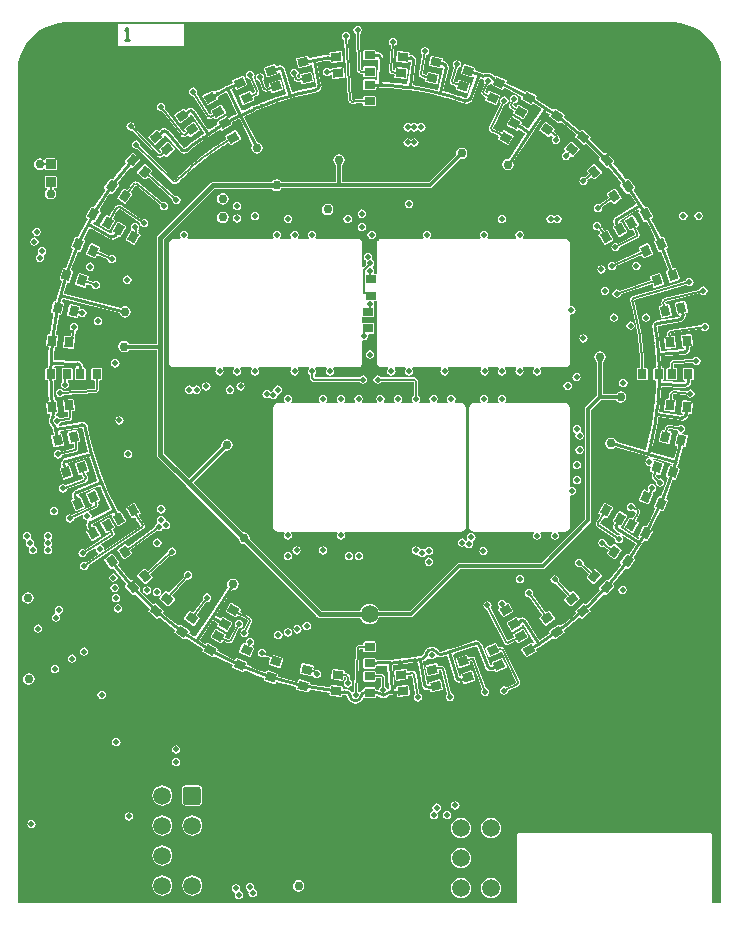
<source format=gbr>
%TF.GenerationSoftware,Altium Limited,Altium Designer,20.1.8 (145)*%
G04 Layer_Physical_Order=1*
G04 Layer_Color=2232046*
%FSLAX44Y44*%
%MOMM*%
%TF.SameCoordinates,743C107F-9E53-4DF5-BF78-65164CE4EDE1*%
%TF.FilePolarity,Positive*%
%TF.FileFunction,Copper,L1,Top,Signal*%
%TF.Part,Single*%
G01*
G75*
%TA.AperFunction,Conductor*%
%ADD10C,0.1270*%
%ADD11C,0.2540*%
%ADD12C,0.1524*%
%TA.AperFunction,SMDPad,CuDef*%
G04:AMPARAMS|DCode=13|XSize=0.85mm|YSize=0.7mm|CornerRadius=0.0035mm|HoleSize=0mm|Usage=FLASHONLY|Rotation=0.000|XOffset=0mm|YOffset=0mm|HoleType=Round|Shape=RoundedRectangle|*
%AMROUNDEDRECTD13*
21,1,0.8500,0.6930,0,0,0.0*
21,1,0.8430,0.7000,0,0,0.0*
1,1,0.0070,0.4215,-0.3465*
1,1,0.0070,-0.4215,-0.3465*
1,1,0.0070,-0.4215,0.3465*
1,1,0.0070,0.4215,0.3465*
%
%ADD13ROUNDEDRECTD13*%
G04:AMPARAMS|DCode=14|XSize=0.85mm|YSize=0.7mm|CornerRadius=0.0035mm|HoleSize=0mm|Usage=FLASHONLY|Rotation=354.000|XOffset=0mm|YOffset=0mm|HoleType=Round|Shape=RoundedRectangle|*
%AMROUNDEDRECTD14*
21,1,0.8500,0.6930,0,0,354.0*
21,1,0.8430,0.7000,0,0,354.0*
1,1,0.0070,0.3830,-0.3887*
1,1,0.0070,-0.4554,-0.3005*
1,1,0.0070,-0.3830,0.3887*
1,1,0.0070,0.4554,0.3005*
%
%ADD14ROUNDEDRECTD14*%
G04:AMPARAMS|DCode=15|XSize=0.85mm|YSize=0.7mm|CornerRadius=0.0035mm|HoleSize=0mm|Usage=FLASHONLY|Rotation=348.000|XOffset=0mm|YOffset=0mm|HoleType=Round|Shape=RoundedRectangle|*
%AMROUNDEDRECTD15*
21,1,0.8500,0.6930,0,0,348.0*
21,1,0.8430,0.7000,0,0,348.0*
1,1,0.0070,0.3403,-0.4266*
1,1,0.0070,-0.4843,-0.2513*
1,1,0.0070,-0.3403,0.4266*
1,1,0.0070,0.4843,0.2513*
%
%ADD15ROUNDEDRECTD15*%
G04:AMPARAMS|DCode=16|XSize=0.85mm|YSize=0.7mm|CornerRadius=0.0035mm|HoleSize=0mm|Usage=FLASHONLY|Rotation=342.000|XOffset=0mm|YOffset=0mm|HoleType=Round|Shape=RoundedRectangle|*
%AMROUNDEDRECTD16*
21,1,0.8500,0.6930,0,0,342.0*
21,1,0.8430,0.7000,0,0,342.0*
1,1,0.0070,0.2938,-0.4598*
1,1,0.0070,-0.5080,-0.1993*
1,1,0.0070,-0.2938,0.4598*
1,1,0.0070,0.5080,0.1993*
%
%ADD16ROUNDEDRECTD16*%
G04:AMPARAMS|DCode=17|XSize=0.85mm|YSize=0.7mm|CornerRadius=0.0035mm|HoleSize=0mm|Usage=FLASHONLY|Rotation=336.000|XOffset=0mm|YOffset=0mm|HoleType=Round|Shape=RoundedRectangle|*
%AMROUNDEDRECTD17*
21,1,0.8500,0.6930,0,0,336.0*
21,1,0.8430,0.7000,0,0,336.0*
1,1,0.0070,0.2441,-0.4880*
1,1,0.0070,-0.5260,-0.1451*
1,1,0.0070,-0.2441,0.4880*
1,1,0.0070,0.5260,0.1451*
%
%ADD17ROUNDEDRECTD17*%
G04:AMPARAMS|DCode=18|XSize=0.85mm|YSize=0.7mm|CornerRadius=0.0035mm|HoleSize=0mm|Usage=FLASHONLY|Rotation=330.000|XOffset=0mm|YOffset=0mm|HoleType=Round|Shape=RoundedRectangle|*
%AMROUNDEDRECTD18*
21,1,0.8500,0.6930,0,0,330.0*
21,1,0.8430,0.7000,0,0,330.0*
1,1,0.0070,0.1918,-0.5108*
1,1,0.0070,-0.5383,-0.0893*
1,1,0.0070,-0.1918,0.5108*
1,1,0.0070,0.5383,0.0893*
%
%ADD18ROUNDEDRECTD18*%
G04:AMPARAMS|DCode=19|XSize=0.85mm|YSize=0.7mm|CornerRadius=0.0035mm|HoleSize=0mm|Usage=FLASHONLY|Rotation=329.996|XOffset=0mm|YOffset=0mm|HoleType=Round|Shape=RoundedRectangle|*
%AMROUNDEDRECTD19*
21,1,0.8500,0.6930,0,0,330.0*
21,1,0.8430,0.7000,0,0,330.0*
1,1,0.0070,0.1918,-0.5108*
1,1,0.0070,-0.5383,-0.0893*
1,1,0.0070,-0.1918,0.5108*
1,1,0.0070,0.5383,0.0893*
%
%ADD19ROUNDEDRECTD19*%
G04:AMPARAMS|DCode=20|XSize=0.85mm|YSize=0.7mm|CornerRadius=0.0035mm|HoleSize=0mm|Usage=FLASHONLY|Rotation=324.000|XOffset=0mm|YOffset=0mm|HoleType=Round|Shape=RoundedRectangle|*
%AMROUNDEDRECTD20*
21,1,0.8500,0.6930,0,0,324.0*
21,1,0.8430,0.7000,0,0,324.0*
1,1,0.0070,0.1373,-0.5281*
1,1,0.0070,-0.5447,-0.0326*
1,1,0.0070,-0.1373,0.5281*
1,1,0.0070,0.5447,0.0326*
%
%ADD20ROUNDEDRECTD20*%
G04:AMPARAMS|DCode=21|XSize=0.85mm|YSize=0.7mm|CornerRadius=0.0035mm|HoleSize=0mm|Usage=FLASHONLY|Rotation=318.000|XOffset=0mm|YOffset=0mm|HoleType=Round|Shape=RoundedRectangle|*
%AMROUNDEDRECTD21*
21,1,0.8500,0.6930,0,0,318.0*
21,1,0.8430,0.7000,0,0,318.0*
1,1,0.0070,0.0814,-0.5395*
1,1,0.0070,-0.5451,0.0245*
1,1,0.0070,-0.0814,0.5395*
1,1,0.0070,0.5451,-0.0245*
%
%ADD21ROUNDEDRECTD21*%
G04:AMPARAMS|DCode=22|XSize=0.85mm|YSize=0.7mm|CornerRadius=0.0035mm|HoleSize=0mm|Usage=FLASHONLY|Rotation=312.000|XOffset=0mm|YOffset=0mm|HoleType=Round|Shape=RoundedRectangle|*
%AMROUNDEDRECTD22*
21,1,0.8500,0.6930,0,0,312.0*
21,1,0.8430,0.7000,0,0,312.0*
1,1,0.0070,0.0245,-0.5451*
1,1,0.0070,-0.5395,0.0814*
1,1,0.0070,-0.0245,0.5451*
1,1,0.0070,0.5395,-0.0814*
%
%ADD22ROUNDEDRECTD22*%
G04:AMPARAMS|DCode=23|XSize=0.85mm|YSize=0.7mm|CornerRadius=0.0035mm|HoleSize=0mm|Usage=FLASHONLY|Rotation=306.000|XOffset=0mm|YOffset=0mm|HoleType=Round|Shape=RoundedRectangle|*
%AMROUNDEDRECTD23*
21,1,0.8500,0.6930,0,0,306.0*
21,1,0.8430,0.7000,0,0,306.0*
1,1,0.0070,-0.0326,-0.5447*
1,1,0.0070,-0.5281,0.1373*
1,1,0.0070,0.0326,0.5447*
1,1,0.0070,0.5281,-0.1373*
%
%ADD23ROUNDEDRECTD23*%
G04:AMPARAMS|DCode=24|XSize=0.85mm|YSize=0.7mm|CornerRadius=0.0035mm|HoleSize=0mm|Usage=FLASHONLY|Rotation=300.000|XOffset=0mm|YOffset=0mm|HoleType=Round|Shape=RoundedRectangle|*
%AMROUNDEDRECTD24*
21,1,0.8500,0.6930,0,0,300.0*
21,1,0.8430,0.7000,0,0,300.0*
1,1,0.0070,-0.0893,-0.5383*
1,1,0.0070,-0.5108,0.1918*
1,1,0.0070,0.0893,0.5383*
1,1,0.0070,0.5108,-0.1918*
%
%ADD24ROUNDEDRECTD24*%
G04:AMPARAMS|DCode=25|XSize=0.85mm|YSize=0.7mm|CornerRadius=0.0035mm|HoleSize=0mm|Usage=FLASHONLY|Rotation=294.000|XOffset=0mm|YOffset=0mm|HoleType=Round|Shape=RoundedRectangle|*
%AMROUNDEDRECTD25*
21,1,0.8500,0.6930,0,0,294.0*
21,1,0.8430,0.7000,0,0,294.0*
1,1,0.0070,-0.1451,-0.5260*
1,1,0.0070,-0.4880,0.2441*
1,1,0.0070,0.1451,0.5260*
1,1,0.0070,0.4880,-0.2441*
%
%ADD25ROUNDEDRECTD25*%
G04:AMPARAMS|DCode=26|XSize=0.85mm|YSize=0.7mm|CornerRadius=0.0035mm|HoleSize=0mm|Usage=FLASHONLY|Rotation=288.000|XOffset=0mm|YOffset=0mm|HoleType=Round|Shape=RoundedRectangle|*
%AMROUNDEDRECTD26*
21,1,0.8500,0.6930,0,0,288.0*
21,1,0.8430,0.7000,0,0,288.0*
1,1,0.0070,-0.1993,-0.5080*
1,1,0.0070,-0.4598,0.2938*
1,1,0.0070,0.1993,0.5080*
1,1,0.0070,0.4598,-0.2938*
%
%ADD26ROUNDEDRECTD26*%
G04:AMPARAMS|DCode=27|XSize=0.85mm|YSize=0.7mm|CornerRadius=0.0035mm|HoleSize=0mm|Usage=FLASHONLY|Rotation=282.000|XOffset=0mm|YOffset=0mm|HoleType=Round|Shape=RoundedRectangle|*
%AMROUNDEDRECTD27*
21,1,0.8500,0.6930,0,0,282.0*
21,1,0.8430,0.7000,0,0,282.0*
1,1,0.0070,-0.2513,-0.4843*
1,1,0.0070,-0.4266,0.3403*
1,1,0.0070,0.2513,0.4843*
1,1,0.0070,0.4266,-0.3403*
%
%ADD27ROUNDEDRECTD27*%
G04:AMPARAMS|DCode=28|XSize=0.85mm|YSize=0.7mm|CornerRadius=0.0035mm|HoleSize=0mm|Usage=FLASHONLY|Rotation=276.000|XOffset=0mm|YOffset=0mm|HoleType=Round|Shape=RoundedRectangle|*
%AMROUNDEDRECTD28*
21,1,0.8500,0.6930,0,0,276.0*
21,1,0.8430,0.7000,0,0,276.0*
1,1,0.0070,-0.3005,-0.4554*
1,1,0.0070,-0.3887,0.3830*
1,1,0.0070,0.3005,0.4554*
1,1,0.0070,0.3887,-0.3830*
%
%ADD28ROUNDEDRECTD28*%
G04:AMPARAMS|DCode=29|XSize=0.85mm|YSize=0.7mm|CornerRadius=0.0035mm|HoleSize=0mm|Usage=FLASHONLY|Rotation=270.000|XOffset=0mm|YOffset=0mm|HoleType=Round|Shape=RoundedRectangle|*
%AMROUNDEDRECTD29*
21,1,0.8500,0.6930,0,0,270.0*
21,1,0.8430,0.7000,0,0,270.0*
1,1,0.0070,-0.3465,-0.4215*
1,1,0.0070,-0.3465,0.4215*
1,1,0.0070,0.3465,0.4215*
1,1,0.0070,0.3465,-0.4215*
%
%ADD29ROUNDEDRECTD29*%
G04:AMPARAMS|DCode=30|XSize=0.85mm|YSize=0.7mm|CornerRadius=0.0035mm|HoleSize=0mm|Usage=FLASHONLY|Rotation=264.000|XOffset=0mm|YOffset=0mm|HoleType=Round|Shape=RoundedRectangle|*
%AMROUNDEDRECTD30*
21,1,0.8500,0.6930,0,0,264.0*
21,1,0.8430,0.7000,0,0,264.0*
1,1,0.0070,-0.3887,-0.3830*
1,1,0.0070,-0.3005,0.4554*
1,1,0.0070,0.3887,0.3830*
1,1,0.0070,0.3005,-0.4554*
%
%ADD30ROUNDEDRECTD30*%
G04:AMPARAMS|DCode=31|XSize=0.85mm|YSize=0.7mm|CornerRadius=0.0035mm|HoleSize=0mm|Usage=FLASHONLY|Rotation=258.000|XOffset=0mm|YOffset=0mm|HoleType=Round|Shape=RoundedRectangle|*
%AMROUNDEDRECTD31*
21,1,0.8500,0.6930,0,0,258.0*
21,1,0.8430,0.7000,0,0,258.0*
1,1,0.0070,-0.4266,-0.3403*
1,1,0.0070,-0.2513,0.4843*
1,1,0.0070,0.4266,0.3403*
1,1,0.0070,0.2513,-0.4843*
%
%ADD31ROUNDEDRECTD31*%
G04:AMPARAMS|DCode=32|XSize=0.85mm|YSize=0.7mm|CornerRadius=0.0035mm|HoleSize=0mm|Usage=FLASHONLY|Rotation=252.000|XOffset=0mm|YOffset=0mm|HoleType=Round|Shape=RoundedRectangle|*
%AMROUNDEDRECTD32*
21,1,0.8500,0.6930,0,0,252.0*
21,1,0.8430,0.7000,0,0,252.0*
1,1,0.0070,-0.4598,-0.2938*
1,1,0.0070,-0.1993,0.5080*
1,1,0.0070,0.4598,0.2938*
1,1,0.0070,0.1993,-0.5080*
%
%ADD32ROUNDEDRECTD32*%
G04:AMPARAMS|DCode=33|XSize=0.85mm|YSize=0.7mm|CornerRadius=0.0035mm|HoleSize=0mm|Usage=FLASHONLY|Rotation=245.984|XOffset=0mm|YOffset=0mm|HoleType=Round|Shape=RoundedRectangle|*
%AMROUNDEDRECTD33*
21,1,0.8500,0.6930,0,0,246.0*
21,1,0.8430,0.7000,0,0,246.0*
1,1,0.0070,-0.4880,-0.2440*
1,1,0.0070,-0.1450,0.5260*
1,1,0.0070,0.4880,0.2440*
1,1,0.0070,0.1450,-0.5260*
%
%ADD33ROUNDEDRECTD33*%
G04:AMPARAMS|DCode=34|XSize=0.85mm|YSize=0.7mm|CornerRadius=0.0035mm|HoleSize=0mm|Usage=FLASHONLY|Rotation=240.000|XOffset=0mm|YOffset=0mm|HoleType=Round|Shape=RoundedRectangle|*
%AMROUNDEDRECTD34*
21,1,0.8500,0.6930,0,0,240.0*
21,1,0.8430,0.7000,0,0,240.0*
1,1,0.0070,-0.5108,-0.1918*
1,1,0.0070,-0.0893,0.5383*
1,1,0.0070,0.5108,0.1918*
1,1,0.0070,0.0893,-0.5383*
%
%ADD34ROUNDEDRECTD34*%
G04:AMPARAMS|DCode=35|XSize=0.85mm|YSize=0.7mm|CornerRadius=0.0035mm|HoleSize=0mm|Usage=FLASHONLY|Rotation=240.000|XOffset=0mm|YOffset=0mm|HoleType=Round|Shape=RoundedRectangle|*
%AMROUNDEDRECTD35*
21,1,0.8500,0.6930,0,0,240.0*
21,1,0.8430,0.7000,0,0,240.0*
1,1,0.0070,-0.5108,-0.1918*
1,1,0.0070,-0.0893,0.5383*
1,1,0.0070,0.5108,0.1918*
1,1,0.0070,0.0893,-0.5383*
%
%ADD35ROUNDEDRECTD35*%
G04:AMPARAMS|DCode=36|XSize=0.85mm|YSize=0.7mm|CornerRadius=0.0035mm|HoleSize=0mm|Usage=FLASHONLY|Rotation=234.000|XOffset=0mm|YOffset=0mm|HoleType=Round|Shape=RoundedRectangle|*
%AMROUNDEDRECTD36*
21,1,0.8500,0.6930,0,0,234.0*
21,1,0.8430,0.7000,0,0,234.0*
1,1,0.0070,-0.5281,-0.1373*
1,1,0.0070,-0.0326,0.5447*
1,1,0.0070,0.5281,0.1373*
1,1,0.0070,0.0326,-0.5447*
%
%ADD36ROUNDEDRECTD36*%
G04:AMPARAMS|DCode=37|XSize=0.85mm|YSize=0.7mm|CornerRadius=0.0035mm|HoleSize=0mm|Usage=FLASHONLY|Rotation=228.000|XOffset=0mm|YOffset=0mm|HoleType=Round|Shape=RoundedRectangle|*
%AMROUNDEDRECTD37*
21,1,0.8500,0.6930,0,0,228.0*
21,1,0.8430,0.7000,0,0,228.0*
1,1,0.0070,-0.5395,-0.0814*
1,1,0.0070,0.0245,0.5451*
1,1,0.0070,0.5395,0.0814*
1,1,0.0070,-0.0245,-0.5451*
%
%ADD37ROUNDEDRECTD37*%
G04:AMPARAMS|DCode=38|XSize=0.85mm|YSize=0.7mm|CornerRadius=0.0035mm|HoleSize=0mm|Usage=FLASHONLY|Rotation=222.000|XOffset=0mm|YOffset=0mm|HoleType=Round|Shape=RoundedRectangle|*
%AMROUNDEDRECTD38*
21,1,0.8500,0.6930,0,0,222.0*
21,1,0.8430,0.7000,0,0,222.0*
1,1,0.0070,-0.5451,-0.0245*
1,1,0.0070,0.0814,0.5395*
1,1,0.0070,0.5451,0.0245*
1,1,0.0070,-0.0814,-0.5395*
%
%ADD38ROUNDEDRECTD38*%
G04:AMPARAMS|DCode=39|XSize=0.85mm|YSize=0.7mm|CornerRadius=0.0035mm|HoleSize=0mm|Usage=FLASHONLY|Rotation=216.000|XOffset=0mm|YOffset=0mm|HoleType=Round|Shape=RoundedRectangle|*
%AMROUNDEDRECTD39*
21,1,0.8500,0.6930,0,0,216.0*
21,1,0.8430,0.7000,0,0,216.0*
1,1,0.0070,-0.5447,0.0326*
1,1,0.0070,0.1373,0.5281*
1,1,0.0070,0.5447,-0.0326*
1,1,0.0070,-0.1373,-0.5281*
%
%ADD39ROUNDEDRECTD39*%
G04:AMPARAMS|DCode=40|XSize=0.85mm|YSize=0.7mm|CornerRadius=0.0035mm|HoleSize=0mm|Usage=FLASHONLY|Rotation=210.000|XOffset=0mm|YOffset=0mm|HoleType=Round|Shape=RoundedRectangle|*
%AMROUNDEDRECTD40*
21,1,0.8500,0.6930,0,0,210.0*
21,1,0.8430,0.7000,0,0,210.0*
1,1,0.0070,-0.5383,0.0893*
1,1,0.0070,0.1918,0.5108*
1,1,0.0070,0.5383,-0.0893*
1,1,0.0070,-0.1918,-0.5108*
%
%ADD40ROUNDEDRECTD40*%
G04:AMPARAMS|DCode=41|XSize=0.85mm|YSize=0.7mm|CornerRadius=0.0035mm|HoleSize=0mm|Usage=FLASHONLY|Rotation=204.000|XOffset=0mm|YOffset=0mm|HoleType=Round|Shape=RoundedRectangle|*
%AMROUNDEDRECTD41*
21,1,0.8500,0.6930,0,0,204.0*
21,1,0.8430,0.7000,0,0,204.0*
1,1,0.0070,-0.5260,0.1451*
1,1,0.0070,0.2441,0.4880*
1,1,0.0070,0.5260,-0.1451*
1,1,0.0070,-0.2441,-0.4880*
%
%ADD41ROUNDEDRECTD41*%
G04:AMPARAMS|DCode=42|XSize=0.85mm|YSize=0.7mm|CornerRadius=0.0035mm|HoleSize=0mm|Usage=FLASHONLY|Rotation=198.000|XOffset=0mm|YOffset=0mm|HoleType=Round|Shape=RoundedRectangle|*
%AMROUNDEDRECTD42*
21,1,0.8500,0.6930,0,0,198.0*
21,1,0.8430,0.7000,0,0,198.0*
1,1,0.0070,-0.5080,0.1993*
1,1,0.0070,0.2938,0.4598*
1,1,0.0070,0.5080,-0.1993*
1,1,0.0070,-0.2938,-0.4598*
%
%ADD42ROUNDEDRECTD42*%
G04:AMPARAMS|DCode=43|XSize=0.85mm|YSize=0.7mm|CornerRadius=0.0035mm|HoleSize=0mm|Usage=FLASHONLY|Rotation=191.972|XOffset=0mm|YOffset=0mm|HoleType=Round|Shape=RoundedRectangle|*
%AMROUNDEDRECTD43*
21,1,0.8500,0.6930,0,0,192.0*
21,1,0.8430,0.7000,0,0,192.0*
1,1,0.0070,-0.4842,0.2515*
1,1,0.0070,0.3404,0.4264*
1,1,0.0070,0.4842,-0.2515*
1,1,0.0070,-0.3404,-0.4264*
%
%ADD43ROUNDEDRECTD43*%
G04:AMPARAMS|DCode=44|XSize=0.85mm|YSize=0.7mm|CornerRadius=0.0035mm|HoleSize=0mm|Usage=FLASHONLY|Rotation=186.000|XOffset=0mm|YOffset=0mm|HoleType=Round|Shape=RoundedRectangle|*
%AMROUNDEDRECTD44*
21,1,0.8500,0.6930,0,0,186.0*
21,1,0.8430,0.7000,0,0,186.0*
1,1,0.0070,-0.4554,0.3005*
1,1,0.0070,0.3830,0.3887*
1,1,0.0070,0.4554,-0.3005*
1,1,0.0070,-0.3830,-0.3887*
%
%ADD44ROUNDEDRECTD44*%
G04:AMPARAMS|DCode=45|XSize=0.8mm|YSize=0.8mm|CornerRadius=0.004mm|HoleSize=0mm|Usage=FLASHONLY|Rotation=270.000|XOffset=0mm|YOffset=0mm|HoleType=Round|Shape=RoundedRectangle|*
%AMROUNDEDRECTD45*
21,1,0.8000,0.7920,0,0,270.0*
21,1,0.7920,0.8000,0,0,270.0*
1,1,0.0080,-0.3960,-0.3960*
1,1,0.0080,-0.3960,0.3960*
1,1,0.0080,0.3960,0.3960*
1,1,0.0080,0.3960,-0.3960*
%
%ADD45ROUNDEDRECTD45*%
%TA.AperFunction,Conductor*%
%ADD46C,0.3048*%
%ADD47C,0.4064*%
%ADD48C,0.2032*%
%ADD49C,0.1778*%
%TA.AperFunction,NonConductor*%
%ADD50C,0.2540*%
%TA.AperFunction,ComponentPad*%
G04:AMPARAMS|DCode=51|XSize=1.5mm|YSize=1.5mm|CornerRadius=0.1875mm|HoleSize=0mm|Usage=FLASHONLY|Rotation=270.000|XOffset=0mm|YOffset=0mm|HoleType=Round|Shape=RoundedRectangle|*
%AMROUNDEDRECTD51*
21,1,1.5000,1.1250,0,0,270.0*
21,1,1.1250,1.5000,0,0,270.0*
1,1,0.3750,-0.5625,-0.5625*
1,1,0.3750,-0.5625,0.5625*
1,1,0.3750,0.5625,0.5625*
1,1,0.3750,0.5625,-0.5625*
%
%ADD51ROUNDEDRECTD51*%
%ADD52C,1.5000*%
G04:AMPARAMS|DCode=53|XSize=1.5mm|YSize=1.5mm|CornerRadius=0.15mm|HoleSize=0mm|Usage=FLASHONLY|Rotation=180.000|XOffset=0mm|YOffset=0mm|HoleType=Round|Shape=RoundedRectangle|*
%AMROUNDEDRECTD53*
21,1,1.5000,1.2000,0,0,180.0*
21,1,1.2000,1.5000,0,0,180.0*
1,1,0.3000,-0.6000,0.6000*
1,1,0.3000,0.6000,0.6000*
1,1,0.3000,0.6000,-0.6000*
1,1,0.3000,-0.6000,-0.6000*
%
%ADD53ROUNDEDRECTD53*%
%TA.AperFunction,ViaPad*%
%ADD54C,5.5000*%
%TA.AperFunction,ComponentPad*%
%ADD55C,0.5600*%
%ADD56O,2.2000X1.1000*%
%ADD57O,1.9000X1.1000*%
%TA.AperFunction,ViaPad*%
%ADD58C,0.4600*%
%ADD59C,0.7600*%
%ADD60C,0.9000*%
%ADD61C,1.5000*%
G36*
X263399Y297226D02*
X268839Y295768D01*
X274042Y293613D01*
X278919Y290797D01*
X283387Y287369D01*
X287369Y283387D01*
X290797Y278919D01*
X293613Y274042D01*
X295768Y268839D01*
X297226Y263399D01*
X297961Y257816D01*
Y255000D01*
Y-447961D01*
X290008D01*
X289924Y-447835D01*
Y-390169D01*
X289602Y-389391D01*
X288824Y-389069D01*
X125746D01*
X124969Y-389391D01*
X124647Y-390169D01*
Y-447835D01*
X124563Y-447961D01*
X-297961D01*
Y255000D01*
Y257816D01*
X-297226Y263399D01*
X-295768Y268839D01*
X-293613Y274042D01*
X-290797Y278919D01*
X-287369Y283387D01*
X-283387Y287369D01*
X-278919Y290797D01*
X-274042Y293613D01*
X-268839Y295768D01*
X-263399Y297226D01*
X-257816Y297961D01*
X257816D01*
X263399Y297226D01*
D02*
G37*
%LPC*%
G36*
X-197785Y296017D02*
X-212517D01*
Y296000D01*
X-213000D01*
Y278000D01*
X-157000D01*
Y296000D01*
X-197785D01*
Y296017D01*
D02*
G37*
G36*
X-24512Y273539D02*
X-32896Y272658D01*
X-33661Y272242D01*
X-33908Y271407D01*
X-33782Y270210D01*
X-35485Y270008D01*
X-35531Y269993D01*
X-35578Y269996D01*
X-37868Y269685D01*
X-37891Y269677D01*
X-37915Y269678D01*
X-37918Y269678D01*
X-37928Y269674D01*
X-37938Y269675D01*
X-42552Y268985D01*
X-42597Y268969D01*
X-42644Y268971D01*
X-47270Y268197D01*
X-47279Y268193D01*
X-47290Y268193D01*
X-47299Y268190D01*
X-47310Y268190D01*
X-51373Y267437D01*
X-51621Y268602D01*
X-52114Y269319D01*
X-52970Y269478D01*
X-61216Y267725D01*
X-61933Y267232D01*
X-62092Y266376D01*
X-60651Y259598D01*
X-60158Y258880D01*
X-59302Y258722D01*
X-51056Y260474D01*
X-50339Y260967D01*
X-50180Y261823D01*
X-49503Y262354D01*
X-48505Y261665D01*
X-45412Y244118D01*
X-45438Y243305D01*
X-46208Y242988D01*
X-46442Y242926D01*
X-47145Y242795D01*
X-47182Y242781D01*
X-47220Y242781D01*
X-47223Y242780D01*
X-47228Y242778D01*
X-47235Y242778D01*
X-51378Y241935D01*
X-51420Y241918D01*
X-51465Y241917D01*
X-55591Y241002D01*
X-55633Y240984D01*
X-55679Y240982D01*
X-59784Y239996D01*
X-59828Y239976D01*
X-59876Y239973D01*
X-63964Y238916D01*
X-64001Y238898D01*
X-64042Y238895D01*
X-64046Y238894D01*
X-64050Y238892D01*
X-64055Y238892D01*
X-65957Y238364D01*
X-71476Y257710D01*
X-71525Y257805D01*
X-71617Y258266D01*
X-72683Y259863D01*
X-74280Y260929D01*
X-76163Y261304D01*
X-77384Y261061D01*
X-77592Y261040D01*
X-77600Y261037D01*
X-77603Y261036D01*
X-77607Y261035D01*
X-79043Y260589D01*
X-79415Y261735D01*
X-79980Y262397D01*
X-80848Y262465D01*
X-88865Y259860D01*
X-89528Y259295D01*
X-89596Y258427D01*
X-87454Y251836D01*
X-86889Y251174D01*
X-86021Y251105D01*
X-78004Y253710D01*
X-77341Y254276D01*
X-77273Y255144D01*
X-76584Y255643D01*
X-75564Y255049D01*
X-70437Y237079D01*
X-72258Y236540D01*
X-72301Y236517D01*
X-72349Y236512D01*
X-72354Y236510D01*
X-72361Y236507D01*
X-72368Y236506D01*
X-78419Y234569D01*
X-78459Y234547D01*
X-78520Y234535D01*
X-78525Y234534D01*
X-81635Y233463D01*
X-82589Y233144D01*
X-82589Y233144D01*
X-82589Y233144D01*
X-83495Y232804D01*
X-85729Y231991D01*
X-86675Y231676D01*
X-86675Y231676D01*
X-86675Y231676D01*
X-86671Y231647D01*
X-87498Y231325D01*
X-91774Y229663D01*
X-92557Y229358D01*
X-92592Y229374D01*
X-92710Y229351D01*
X-92728Y229339D01*
X-93647Y228904D01*
X-97738Y227188D01*
X-98511Y226864D01*
X-98574Y226891D01*
X-98677Y226822D01*
X-98667Y226798D01*
X-98667Y226798D01*
X-99475Y226438D01*
X-101699Y225448D01*
X-102523Y225081D01*
X-102533Y225105D01*
X-102570Y225080D01*
X-103435Y224652D01*
X-103435Y224652D01*
X-108248Y222382D01*
X-116846Y240009D01*
X-116507Y240967D01*
X-114379Y241959D01*
X-113428Y241603D01*
X-113299Y241315D01*
X-112668Y240715D01*
X-111797Y240738D01*
X-104096Y244167D01*
X-103497Y244799D01*
X-103520Y245669D01*
X-106338Y252000D01*
X-106970Y252599D01*
X-107840Y252576D01*
X-115541Y249147D01*
X-116141Y248516D01*
X-116118Y247646D01*
X-115619Y246524D01*
X-119345Y244787D01*
X-119366Y244771D01*
X-119391Y244765D01*
X-121487Y243731D01*
X-121511Y243713D01*
X-121539Y243705D01*
X-121541Y243704D01*
X-121544Y243702D01*
X-121546Y243701D01*
X-125709Y241580D01*
X-125744Y241553D01*
X-125786Y241540D01*
X-129903Y239351D01*
X-129944Y239317D01*
X-129996Y239300D01*
X-131495Y238461D01*
X-132097Y239504D01*
X-132788Y240034D01*
X-133651Y239920D01*
X-140952Y235705D01*
X-141482Y235014D01*
X-141368Y234151D01*
X-137903Y228150D01*
X-137212Y227620D01*
X-136349Y227733D01*
X-129048Y231948D01*
X-128518Y232639D01*
X-128632Y233502D01*
X-128802Y233797D01*
X-128576Y234619D01*
X-127679Y235162D01*
X-127678Y235162D01*
X-127676Y235163D01*
X-127714Y235236D01*
X-124465Y236963D01*
X-123559Y237352D01*
X-123557Y237353D01*
X-123579Y237397D01*
X-123593Y237427D01*
X-121980Y238249D01*
X-121016Y237926D01*
X-112421Y220303D01*
X-116062Y218408D01*
X-116109Y218370D01*
X-116166Y218352D01*
X-116173Y218348D01*
X-116176Y218346D01*
X-116180Y218344D01*
X-118983Y216790D01*
X-119597Y217853D01*
X-120288Y218383D01*
X-121151Y218270D01*
X-128452Y214055D01*
X-128982Y213364D01*
X-128868Y212501D01*
X-128254Y211438D01*
X-131002Y209787D01*
X-131053Y209741D01*
X-131116Y209716D01*
X-134661Y207458D01*
X-134710Y207411D01*
X-134771Y207385D01*
X-136352Y206319D01*
X-147618Y223021D01*
X-147778Y223179D01*
X-148180Y223781D01*
X-149776Y224848D01*
X-151659Y225222D01*
X-153542Y224848D01*
X-154226Y224390D01*
X-154458Y224288D01*
X-154465Y224283D01*
X-154467Y224281D01*
X-154470Y224279D01*
X-155701Y223410D01*
X-156408Y224384D01*
X-157151Y224839D01*
X-157997Y224636D01*
X-164817Y219681D01*
X-165272Y218938D01*
X-165069Y218092D01*
X-160996Y212485D01*
X-160253Y212030D01*
X-159407Y212234D01*
X-152587Y217188D01*
X-152132Y217931D01*
X-152335Y218778D01*
X-151854Y219443D01*
X-150680Y219224D01*
X-140217Y203712D01*
X-141802Y202643D01*
X-141850Y202595D01*
X-141911Y202567D01*
X-145338Y200123D01*
X-145377Y200082D01*
X-145428Y200057D01*
X-150514Y196259D01*
X-150558Y196211D01*
X-150616Y196181D01*
X-155605Y192248D01*
X-155640Y192207D01*
X-155687Y192181D01*
X-156239Y191727D01*
X-156472Y191562D01*
X-157174Y191200D01*
X-157816Y191703D01*
X-170106Y206350D01*
X-170140Y206378D01*
X-170163Y206416D01*
X-170163Y206416D01*
X-170174Y206424D01*
X-170357Y206698D01*
X-171954Y207765D01*
X-173837Y208140D01*
X-175720Y207765D01*
X-176967Y206932D01*
X-177035Y206893D01*
X-178185Y205893D01*
X-179006Y206806D01*
X-179792Y207181D01*
X-180613Y206890D01*
X-186877Y201249D01*
X-187252Y200463D01*
X-186961Y199643D01*
X-182325Y194492D01*
X-181539Y194118D01*
X-180718Y194408D01*
X-174453Y200049D01*
X-174078Y200835D01*
X-174369Y201656D01*
X-173938Y202359D01*
X-172748Y202247D01*
X-160887Y188111D01*
X-160846Y188078D01*
X-160635Y187763D01*
X-159039Y186696D01*
X-157156Y186322D01*
X-155273Y186696D01*
X-154254Y187377D01*
X-154065Y187478D01*
X-154064Y187479D01*
X-154061Y187482D01*
X-154058Y187484D01*
X-153482Y187958D01*
X-152674Y188526D01*
X-152671Y188527D01*
X-152719Y188587D01*
X-148527Y191891D01*
X-147682Y192460D01*
X-147678Y192461D01*
X-147663Y192571D01*
X-142639Y196322D01*
X-142607Y196288D01*
Y196288D01*
X-142588Y196262D01*
X-142585Y196264D01*
X-141831Y196899D01*
X-139205Y198772D01*
X-139198Y198771D01*
X-139154Y198711D01*
X-139151Y198712D01*
X-139195Y198778D01*
X-132165Y203521D01*
X-132136Y203486D01*
X-132136D01*
X-132116Y203457D01*
X-132113Y203459D01*
X-131327Y204055D01*
X-128611Y205784D01*
X-128604Y205784D01*
X-128563Y205720D01*
X-128560Y205722D01*
X-128601Y205791D01*
X-126545Y207027D01*
X-125561Y206772D01*
X-125403Y206499D01*
X-124712Y205969D01*
X-123849Y206083D01*
X-116548Y210298D01*
X-116018Y210989D01*
X-116132Y211852D01*
X-116290Y212125D01*
X-116018Y213104D01*
X-114808Y213775D01*
X-113880Y214196D01*
X-113877Y214198D01*
X-113912Y214266D01*
X-113909Y214273D01*
X-111001Y215787D01*
X-110035Y215473D01*
X-99326Y193993D01*
X-99896Y193141D01*
X-100270Y191261D01*
X-99896Y189382D01*
X-98832Y187789D01*
X-97239Y186725D01*
X-95359Y186351D01*
X-93480Y186725D01*
X-91887Y187789D01*
X-90823Y189382D01*
X-90449Y191261D01*
X-90823Y193141D01*
X-91887Y194734D01*
X-93480Y195798D01*
X-95186Y196137D01*
X-105862Y217550D01*
X-105529Y218510D01*
X-101519Y220401D01*
X-100596Y220746D01*
X-100593Y220747D01*
X-100626Y220822D01*
X-97668Y222139D01*
X-96738Y222464D01*
X-96735Y222465D01*
X-96735Y222465D01*
X-96735Y222465D01*
X-96759Y222544D01*
X-90908Y224998D01*
X-90876Y224922D01*
X-90873Y224923D01*
X-90895Y225003D01*
X-85928Y226934D01*
X-84952Y227226D01*
X-84949Y227227D01*
X-84949Y227227D01*
X-84070Y227634D01*
X-81960Y228402D01*
X-80978Y228672D01*
X-80976Y228673D01*
X-80976Y228673D01*
X-80091Y229065D01*
X-77936Y229807D01*
X-76980Y230049D01*
X-76978Y230050D01*
X-76987Y230080D01*
D01*
X-76998Y230129D01*
X-71914Y231757D01*
X-70922Y231988D01*
X-70919Y231990D01*
X-70919Y231990D01*
X-70016Y232342D01*
X-67875Y232976D01*
X-66878Y233186D01*
X-66874Y233188D01*
X-66895Y233266D01*
X-63788Y234128D01*
X-62787Y234321D01*
X-62785Y234322D01*
X-62785Y234323D01*
X-61871Y234643D01*
X-59660Y235214D01*
X-58689Y235382D01*
X-58686Y235383D01*
X-58686Y235383D01*
X-58686D01*
X-58696Y235463D01*
X-54591Y236449D01*
X-54572Y236371D01*
X-54569Y236371D01*
X-54582Y236451D01*
X-50534Y237348D01*
X-50438Y237287D01*
X-50438Y237287D01*
X-50436Y237288D01*
X-50443Y237323D01*
X-50449Y237367D01*
X-47301Y238008D01*
X-46289Y238132D01*
X-46287Y238133D01*
X-46287Y238133D01*
X-45352Y238387D01*
X-44598Y238527D01*
X-44587Y238529D01*
X-44359Y238619D01*
X-43600Y238770D01*
X-42003Y239837D01*
X-40936Y241433D01*
X-40562Y243316D01*
X-40692Y243970D01*
X-40687Y244172D01*
X-44056Y263277D01*
X-43470Y264106D01*
X-41875Y264373D01*
X-41862Y264295D01*
X-41859Y264296D01*
X-41863Y264375D01*
X-38253Y264914D01*
X-37237Y264987D01*
X-37235Y264988D01*
X-36270Y265198D01*
X-34950Y265378D01*
X-34950Y265376D01*
X-34939Y265300D01*
X-34936Y265301D01*
Y265301D01*
X-34034Y265409D01*
X-33208Y264749D01*
X-33184Y264515D01*
X-32768Y263750D01*
X-31934Y263503D01*
X-23550Y264384D01*
X-22785Y264799D01*
X-22537Y265634D01*
X-23262Y272526D01*
X-23677Y273291D01*
X-24512Y273539D01*
D02*
G37*
G36*
X-23049Y259615D02*
X-31432Y258734D01*
X-32197Y258319D01*
X-32249Y258144D01*
X-33359Y257976D01*
X-33383Y258013D01*
X-34541Y258786D01*
X-35907Y259058D01*
X-37272Y258786D01*
X-38430Y258013D01*
X-39204Y256855D01*
X-39475Y255489D01*
X-39204Y254123D01*
X-38430Y252966D01*
X-37272Y252192D01*
X-35907Y251921D01*
X-34541Y252192D01*
X-33383Y252966D01*
X-33045Y253472D01*
X-31996Y253214D01*
X-31720Y250592D01*
X-31305Y249827D01*
X-30470Y249580D01*
X-22086Y250461D01*
X-21321Y250876D01*
X-21074Y251711D01*
X-21798Y258603D01*
X-22214Y259368D01*
X-23049Y259615D01*
D02*
G37*
G36*
X-10165Y294641D02*
X-11530Y294370D01*
X-12688Y293596D01*
X-13461Y292438D01*
X-13733Y291073D01*
X-13461Y289707D01*
X-12688Y288549D01*
X-11739Y287915D01*
X-10670Y257304D01*
X-10670Y257304D01*
X-10679Y257304D01*
X-10454Y256174D01*
X-9751Y255121D01*
X-8698Y254417D01*
X-7455Y254170D01*
X-7371Y254187D01*
X-6355Y254228D01*
X-6080Y254235D01*
X-5353Y253526D01*
Y252535D01*
X-5019Y251731D01*
X-4215Y251397D01*
X4215D01*
X5019Y251731D01*
X5353Y252535D01*
Y259465D01*
X5019Y260269D01*
X4215Y260602D01*
X-4215D01*
X-5019Y260269D01*
X-5353Y259465D01*
Y257622D01*
X-7254Y257572D01*
X-7268Y257604D01*
X-7312Y257622D01*
X-8375Y288059D01*
X-7641Y288549D01*
X-6868Y289707D01*
X-6596Y291073D01*
X-6868Y292438D01*
X-7641Y293596D01*
X-8799Y294370D01*
X-10165Y294641D01*
D02*
G37*
G36*
X19654Y284632D02*
X18288Y284361D01*
X17131Y283587D01*
X16357Y282429D01*
X16085Y281064D01*
X16357Y279698D01*
X17131Y278540D01*
X17760Y278119D01*
X16284Y257003D01*
X16286Y256985D01*
X16246Y256785D01*
X16494Y255543D01*
X17197Y254490D01*
X18250Y253786D01*
X19117Y253614D01*
X19240Y253579D01*
X20528Y253478D01*
X21177Y252696D01*
X21074Y251711D01*
X21321Y250876D01*
X22086Y250461D01*
X30470Y249580D01*
X31305Y249827D01*
X31720Y250592D01*
X32445Y257484D01*
X32197Y258319D01*
X31432Y258734D01*
X23048Y259615D01*
X22214Y259368D01*
X21798Y258603D01*
X21606Y256770D01*
X19702Y256920D01*
X19680Y256973D01*
X19657Y256982D01*
X21115Y277831D01*
X22177Y278540D01*
X22951Y279698D01*
X23222Y281064D01*
X22951Y282429D01*
X22177Y283587D01*
X21019Y284361D01*
X19654Y284632D01*
D02*
G37*
G36*
X-63565Y258514D02*
X-64931Y258242D01*
X-66088Y257469D01*
X-66862Y256311D01*
X-67133Y254945D01*
X-66862Y253580D01*
X-66088Y252422D01*
X-64931Y251648D01*
X-64285Y251520D01*
X-63645Y249414D01*
X-63618Y249363D01*
X-63567Y249106D01*
X-62863Y248053D01*
X-61810Y247349D01*
X-60568Y247102D01*
X-60053Y247204D01*
X-59872Y247208D01*
X-58806Y247444D01*
X-57951Y246895D01*
X-57741Y245904D01*
X-57247Y245186D01*
X-56391Y245027D01*
X-48145Y246780D01*
X-47428Y247273D01*
X-47269Y248129D01*
X-48710Y254908D01*
X-49203Y255625D01*
X-50059Y255784D01*
X-58305Y254031D01*
X-59023Y253538D01*
X-59181Y252682D01*
X-58801Y250894D01*
X-60393Y250541D01*
X-60480Y250577D01*
X-61041Y252424D01*
X-60268Y253580D01*
X-59996Y254945D01*
X-60268Y256311D01*
X-61042Y257469D01*
X-62199Y258242D01*
X-63565Y258514D01*
D02*
G37*
G36*
X46910Y276568D02*
X45544Y276296D01*
X44386Y275522D01*
X43613Y274365D01*
X43341Y272999D01*
X43613Y271633D01*
X44386Y270476D01*
X44611Y270326D01*
X41876Y254407D01*
X41880Y254254D01*
X41787Y253788D01*
X42068Y252376D01*
X42867Y251180D01*
X44064Y250380D01*
X44646Y250264D01*
X44825Y250194D01*
X46414Y249907D01*
X46618Y249850D01*
X47386Y248796D01*
X47384Y248670D01*
X47269Y248129D01*
X47428Y247273D01*
X48145Y246780D01*
X56391Y245027D01*
X57247Y245186D01*
X57741Y245903D01*
X59181Y252682D01*
X59023Y253538D01*
X58305Y254031D01*
X50059Y255784D01*
X49203Y255625D01*
X48710Y254908D01*
X48553Y254170D01*
X48484Y254031D01*
X48045Y253296D01*
X46522Y253571D01*
X46438Y253589D01*
X46390Y253602D01*
X45549Y253836D01*
X45602Y254610D01*
X45614Y254734D01*
X45630Y254845D01*
X48179Y269683D01*
X48275Y269702D01*
X49433Y270476D01*
X50207Y271633D01*
X50478Y272999D01*
X50207Y274365D01*
X49433Y275522D01*
X48275Y276296D01*
X46910Y276568D01*
D02*
G37*
G36*
X-100884Y256437D02*
X-102250Y256165D01*
X-103408Y255392D01*
X-104181Y254234D01*
X-104453Y252868D01*
X-104181Y251503D01*
X-103408Y250345D01*
X-102250Y249571D01*
X-101306Y249384D01*
X-97320Y239391D01*
X-97973Y238337D01*
X-98593Y238103D01*
X-98618Y238098D01*
X-98654Y238074D01*
X-98963Y237933D01*
X-100245Y238314D01*
X-100644Y239210D01*
X-101276Y239809D01*
X-102146Y239787D01*
X-109847Y236358D01*
X-110447Y235726D01*
X-110424Y234856D01*
X-107605Y228525D01*
X-106973Y227926D01*
X-106103Y227948D01*
X-98402Y231377D01*
X-97803Y232009D01*
X-97825Y232879D01*
X-98227Y233782D01*
X-98049Y234237D01*
X-97284Y234871D01*
X-97284Y234871D01*
X-97279Y234873D01*
X-96573Y235240D01*
X-95630Y235618D01*
X-95609Y235622D01*
X-94555Y236326D01*
X-93852Y237379D01*
X-93604Y238622D01*
X-93846Y239837D01*
X-93846D01*
X-93878Y239850D01*
X-98176Y250622D01*
X-97587Y251503D01*
X-97316Y252868D01*
X-97587Y254234D01*
X-98361Y255392D01*
X-99519Y256165D01*
X-100884Y256437D01*
D02*
G37*
G36*
X-92586Y254535D02*
X-93952Y254263D01*
X-95110Y253490D01*
X-95883Y252332D01*
X-96155Y250966D01*
X-95883Y249601D01*
X-95110Y248443D01*
X-93952Y247669D01*
X-93102Y247500D01*
X-90711Y241020D01*
X-90714Y241011D01*
X-90718Y241010D01*
X-90695Y240897D01*
X-89992Y239844D01*
X-88938Y239140D01*
X-87696Y238893D01*
X-86618Y239107D01*
Y239107D01*
X-86617Y239110D01*
X-86616Y239110D01*
X-84807Y239755D01*
X-84592Y239809D01*
X-83406Y239283D01*
X-83336Y239159D01*
X-83128Y238521D01*
X-82563Y237859D01*
X-81695Y237791D01*
X-73677Y240396D01*
X-73015Y240961D01*
X-72947Y241829D01*
X-75088Y248420D01*
X-75654Y249082D01*
X-76522Y249150D01*
X-84539Y246545D01*
X-85201Y245980D01*
X-85270Y245112D01*
X-84988Y244244D01*
X-84994Y243267D01*
X-84996Y243261D01*
X-87559Y242348D01*
X-87622Y242374D01*
X-89933Y248637D01*
X-89289Y249601D01*
X-89018Y250966D01*
X-89289Y252332D01*
X-90063Y253490D01*
X-91221Y254263D01*
X-92586Y254535D01*
D02*
G37*
G36*
X73900Y265597D02*
X72534Y265325D01*
X71376Y264552D01*
X70603Y263394D01*
X70331Y262029D01*
X70603Y260663D01*
X71376Y259505D01*
X71429Y259470D01*
X68282Y248312D01*
X68267Y248124D01*
X68130Y247435D01*
X68377Y246192D01*
X69081Y245139D01*
X70134Y244436D01*
X70413Y244380D01*
X70477Y244347D01*
X72315Y243811D01*
X72520Y243730D01*
X73172Y242603D01*
X73157Y242476D01*
X72947Y241829D01*
X73015Y240961D01*
X73677Y240396D01*
X81695Y237791D01*
X82563Y237859D01*
X83128Y238521D01*
X85270Y245112D01*
X85201Y245980D01*
X84539Y246545D01*
X76522Y249150D01*
X75654Y249082D01*
X75088Y248420D01*
X74815Y247579D01*
X74731Y247447D01*
X74228Y246760D01*
X71604Y247525D01*
X71577Y247591D01*
X74686Y258616D01*
X75265Y258731D01*
X76423Y259505D01*
X77197Y260663D01*
X77468Y262029D01*
X77197Y263394D01*
X76423Y264552D01*
X75265Y265325D01*
X73900Y265597D01*
D02*
G37*
G36*
X-19985Y289371D02*
X-21351Y289099D01*
X-22509Y288326D01*
X-23282Y287168D01*
X-23554Y285802D01*
X-23282Y284436D01*
X-22509Y283279D01*
X-21447Y282569D01*
X-17899Y231836D01*
X-17874Y231744D01*
X-17690Y230818D01*
X-16986Y229765D01*
X-15933Y229061D01*
X-14691Y228814D01*
X-14503Y228851D01*
X-14494Y228850D01*
X-12977Y228943D01*
X-12002Y228874D01*
X-11460Y228970D01*
X-11028Y229045D01*
X-8990Y229134D01*
X-8016Y229043D01*
X-7454Y229131D01*
X-7034Y229194D01*
X-7003Y229194D01*
X-6013Y229147D01*
X-5353Y228498D01*
Y227535D01*
X-5019Y226731D01*
X-4215Y226397D01*
X4215D01*
X5019Y226731D01*
X5353Y227535D01*
Y234465D01*
X5019Y235269D01*
X4215Y235603D01*
X-4215D01*
X-5019Y235269D01*
X-5353Y234465D01*
Y232590D01*
X-7134Y232559D01*
X-8046Y232543D01*
X-8063Y232560D01*
X-8141Y232544D01*
X-8152Y232540D01*
X-8152Y232540D01*
X-9067Y232500D01*
X-11126Y232410D01*
X-12141Y232370D01*
D01*
X-13145Y232305D01*
X-14493Y232223D01*
X-14503Y232248D01*
X-14554Y232269D01*
X-18092Y282858D01*
X-17462Y283279D01*
X-16688Y284436D01*
X-16417Y285802D01*
X-16688Y287168D01*
X-17462Y288326D01*
X-18620Y289099D01*
X-19985Y289371D01*
D02*
G37*
G36*
X122340Y236099D02*
X120975Y235827D01*
X119817Y235054D01*
X119043Y233896D01*
X118772Y232530D01*
X119043Y231165D01*
X119422Y230599D01*
X118418Y228691D01*
X118404Y228644D01*
X118265Y228436D01*
X118018Y227194D01*
X118265Y225951D01*
X118969Y224898D01*
X119548Y224511D01*
X119680Y224415D01*
X119754Y224354D01*
X119796Y224324D01*
X120327Y223941D01*
X120330Y223940D01*
X121237Y223556D01*
X121425Y223454D01*
X121611Y223328D01*
X122010Y222099D01*
X121959Y221945D01*
X121632Y221378D01*
X121518Y220515D01*
X122048Y219824D01*
X129349Y215609D01*
X130212Y215495D01*
X130903Y216025D01*
X134368Y222027D01*
X134482Y222890D01*
X133952Y223581D01*
X126651Y227796D01*
X125788Y227910D01*
X125097Y227379D01*
X124653Y226610D01*
X124540Y226498D01*
X123922Y225929D01*
X121979Y226984D01*
X121903Y227417D01*
X121832Y227950D01*
X122368Y228967D01*
X123706Y229234D01*
X124864Y230007D01*
X125637Y231165D01*
X125909Y232530D01*
X125637Y233896D01*
X124864Y235054D01*
X123706Y235827D01*
X122340Y236099D01*
D02*
G37*
G36*
X-149305Y242506D02*
X-150670Y242234D01*
X-151828Y241461D01*
X-152602Y240303D01*
X-152873Y238938D01*
X-152602Y237572D01*
X-151828Y236414D01*
X-150670Y235641D01*
X-149305Y235369D01*
X-149087Y235412D01*
X-137892Y217497D01*
X-137764Y217361D01*
X-137460Y216906D01*
X-136407Y216202D01*
X-135164Y215955D01*
X-133922Y216202D01*
X-133604Y216415D01*
X-133484Y216459D01*
X-132383Y217134D01*
X-131398Y216884D01*
X-130903Y216025D01*
X-130212Y215495D01*
X-129349Y215609D01*
X-122048Y219824D01*
X-121518Y220515D01*
X-121632Y221378D01*
X-125097Y227379D01*
X-125788Y227910D01*
X-126651Y227796D01*
X-133952Y223581D01*
X-134482Y222890D01*
X-134368Y222027D01*
X-133446Y220431D01*
X-135078Y219431D01*
X-135149Y219460D01*
X-146245Y237217D01*
X-146008Y237572D01*
X-145736Y238938D01*
X-146008Y240303D01*
X-146781Y241461D01*
X-147939Y242234D01*
X-149305Y242506D01*
D02*
G37*
G36*
X43825Y212320D02*
X42460Y212048D01*
X41302Y211275D01*
X40549D01*
X39391Y212048D01*
X38025Y212320D01*
X36660Y212048D01*
X35502Y211275D01*
X34749D01*
X33591Y212048D01*
X32225Y212320D01*
X30860Y212048D01*
X29702Y211275D01*
X28928Y210117D01*
X28657Y208752D01*
X28928Y207386D01*
X29702Y206228D01*
X30860Y205455D01*
X32225Y205183D01*
X33591Y205455D01*
X34749Y206228D01*
X35502D01*
X36660Y205455D01*
X38025Y205183D01*
X39391Y205455D01*
X40549Y206228D01*
X41302D01*
X42460Y205455D01*
X43825Y205183D01*
X45191Y205455D01*
X46349Y206228D01*
X47122Y207386D01*
X47394Y208752D01*
X47122Y210117D01*
X46349Y211275D01*
X45191Y212048D01*
X43825Y212320D01*
D02*
G37*
G36*
X-176387Y229334D02*
X-177753Y229062D01*
X-178910Y228288D01*
X-179684Y227131D01*
X-179956Y225765D01*
X-179684Y224400D01*
X-178910Y223242D01*
X-177753Y222468D01*
X-176387Y222197D01*
X-175823Y222309D01*
X-159868Y201888D01*
X-159803Y201831D01*
X-159633Y201576D01*
X-158579Y200873D01*
X-157337Y200626D01*
X-156095Y200873D01*
X-155554Y201234D01*
X-155379Y201320D01*
X-154355Y202106D01*
X-153349Y201961D01*
X-152767Y201159D01*
X-152024Y200704D01*
X-151178Y200907D01*
X-144358Y205862D01*
X-143903Y206605D01*
X-144106Y207451D01*
X-148179Y213058D01*
X-148922Y213513D01*
X-149768Y213309D01*
X-156588Y208354D01*
X-157043Y207612D01*
X-156840Y206765D01*
X-155757Y205274D01*
X-157273Y204111D01*
X-157337Y204137D01*
X-157349Y204132D01*
X-173133Y224335D01*
X-173090Y224400D01*
X-172819Y225765D01*
X-173090Y227131D01*
X-173864Y228288D01*
X-175021Y229062D01*
X-176387Y229334D01*
D02*
G37*
G36*
X38025Y199478D02*
X36660Y199206D01*
X35502Y198433D01*
X34749D01*
X33591Y199206D01*
X32225Y199478D01*
X30860Y199206D01*
X29702Y198433D01*
X28928Y197275D01*
X28657Y195910D01*
X28928Y194544D01*
X29702Y193386D01*
X30860Y192613D01*
X32225Y192341D01*
X33591Y192613D01*
X34749Y193386D01*
X35502D01*
X36660Y192613D01*
X38025Y192341D01*
X39391Y192613D01*
X40549Y193386D01*
X41322Y194544D01*
X41594Y195910D01*
X41322Y197275D01*
X40549Y198433D01*
X39391Y199206D01*
X38025Y199478D01*
D02*
G37*
G36*
X148922Y213513D02*
X148179Y213058D01*
X144106Y207451D01*
X143903Y206605D01*
X144358Y205862D01*
X151178Y200907D01*
X152024Y200704D01*
X152767Y201159D01*
X153348Y201958D01*
X153805Y202028D01*
X154744Y201675D01*
X154756Y201670D01*
X154756Y201669D01*
X155129Y200732D01*
X155128Y200719D01*
X154355Y199561D01*
X154083Y198195D01*
X154355Y196830D01*
X155128Y195672D01*
X156286Y194899D01*
X157652Y194627D01*
X159017Y194899D01*
X160175Y195672D01*
X160949Y196830D01*
X161220Y198195D01*
X160949Y199561D01*
X160544Y200167D01*
X160324Y201275D01*
X159678Y202241D01*
X159461Y202386D01*
X159410Y202447D01*
X159407Y202450D01*
X159397Y202455D01*
X159390Y202463D01*
X156895Y204413D01*
X156871Y204425D01*
X156854Y204444D01*
X156850Y204447D01*
X156844Y204450D01*
X156839Y204455D01*
X155752Y205267D01*
X156840Y206765D01*
X157043Y207612D01*
X156588Y208354D01*
X149768Y213309D01*
X148922Y213513D01*
D02*
G37*
G36*
X114110Y234962D02*
X112745Y234690D01*
X111587Y233917D01*
X110814Y232759D01*
X110542Y231393D01*
X110814Y230028D01*
X111243Y229385D01*
X103757Y214205D01*
X101333Y209288D01*
X101329Y209273D01*
X101218Y209108D01*
X100971Y207865D01*
X101218Y206623D01*
X101922Y205570D01*
X102694Y205054D01*
X102776Y204990D01*
X103198Y204778D01*
X104063Y204238D01*
X104067Y204236D01*
X104983Y203869D01*
X105870Y203410D01*
X106728Y202858D01*
X107643Y202477D01*
X108518Y202010D01*
X109162Y201583D01*
X109504Y200847D01*
X109584Y200482D01*
X109144Y199721D01*
X109031Y198857D01*
X109561Y198167D01*
X116861Y193951D01*
X117724Y193838D01*
X118415Y194367D01*
X121881Y200369D01*
X121994Y201232D01*
X121464Y201923D01*
X114164Y206138D01*
X113301Y206252D01*
X112610Y205722D01*
X112005Y204674D01*
X111670Y204604D01*
X110996Y204503D01*
X108359Y205912D01*
X108347Y205916D01*
X108337Y205924D01*
X108334Y205925D01*
X108323Y205928D01*
X108314Y205935D01*
X105655Y207313D01*
X105646Y207315D01*
X105639Y207321D01*
X105636Y207322D01*
X105622Y207326D01*
X105611Y207335D01*
X104464Y207910D01*
X104438Y207973D01*
X106777Y212716D01*
X114240Y227850D01*
X115476Y228096D01*
X116634Y228870D01*
X117407Y230028D01*
X117679Y231393D01*
X117407Y232759D01*
X116634Y233917D01*
X115476Y234690D01*
X114110Y234962D01*
D02*
G37*
G36*
X170424Y196776D02*
X169638Y196402D01*
X165001Y191252D01*
X164711Y190431D01*
X165085Y189645D01*
X165637Y189148D01*
X165336Y188052D01*
X164913Y187968D01*
X163756Y187195D01*
X162982Y186037D01*
X162710Y184671D01*
X162982Y183306D01*
X163756Y182148D01*
X164913Y181375D01*
X166279Y181103D01*
X167645Y181375D01*
X168802Y182148D01*
X169576Y183306D01*
X169733Y184093D01*
X170842Y184462D01*
X171350Y184004D01*
X172171Y183714D01*
X172957Y184088D01*
X177594Y189238D01*
X177884Y190059D01*
X177509Y190845D01*
X171245Y196486D01*
X170424Y196776D01*
D02*
G37*
G36*
X-202319Y213076D02*
X-203685Y212805D01*
X-204843Y212031D01*
X-205616Y210873D01*
X-205888Y209508D01*
X-205616Y208142D01*
X-204843Y206984D01*
X-203685Y206211D01*
X-202319Y205939D01*
X-201392Y206124D01*
X-180094Y184069D01*
X-180093Y184059D01*
X-180104Y184048D01*
X-180081Y184013D01*
X-179028Y183310D01*
X-177785Y183063D01*
X-176543Y183310D01*
X-175562Y183965D01*
X-175571Y183976D01*
X-175571Y183976D01*
X-174635Y184865D01*
X-173620Y184825D01*
X-172957Y184088D01*
X-172171Y183714D01*
X-171350Y184004D01*
X-165085Y189645D01*
X-164711Y190431D01*
X-165001Y191252D01*
X-169638Y196402D01*
X-170424Y196776D01*
X-171245Y196486D01*
X-177509Y190845D01*
X-177884Y190059D01*
X-177594Y189238D01*
X-176360Y187869D01*
X-177743Y186556D01*
X-177785Y186574D01*
X-177819Y186560D01*
X-198960Y208453D01*
X-198751Y209508D01*
X-199022Y210873D01*
X-199796Y212031D01*
X-200954Y212805D01*
X-202319Y213076D01*
D02*
G37*
G36*
X-266092Y182633D02*
X-274012D01*
X-274820Y182298D01*
X-275086Y181657D01*
X-275115Y181630D01*
X-275753Y181350D01*
X-276171Y181253D01*
X-277389Y182067D01*
X-279268Y182440D01*
X-281147Y182067D01*
X-282740Y181002D01*
X-283805Y179409D01*
X-284179Y177530D01*
X-283805Y175651D01*
X-282740Y174058D01*
X-281147Y172994D01*
X-279268Y172620D01*
X-277389Y172994D01*
X-276171Y173808D01*
X-275753Y173710D01*
X-275115Y173430D01*
X-275086Y173404D01*
X-274820Y172762D01*
X-274012Y172427D01*
X-266092D01*
X-265284Y172762D01*
X-264949Y173570D01*
Y181490D01*
X-265284Y182298D01*
X-266092Y182633D01*
D02*
G37*
G36*
X-200463Y187252D02*
X-201249Y186877D01*
X-206890Y180613D01*
X-207181Y179792D01*
X-206806Y179006D01*
X-205925Y178213D01*
X-214437Y168001D01*
X-217116Y164360D01*
X-218092Y165069D01*
X-218938Y165272D01*
X-219681Y164817D01*
X-224636Y157997D01*
X-224839Y157151D01*
X-224384Y156408D01*
X-224043Y156161D01*
X-223887Y155157D01*
X-224189Y154747D01*
X-233123Y140928D01*
X-233304Y140879D01*
X-234151Y141368D01*
X-235014Y141482D01*
X-235705Y140952D01*
X-239920Y133651D01*
X-240034Y132788D01*
X-239504Y132097D01*
X-238448Y131487D01*
X-241207Y126595D01*
X-246547Y115629D01*
X-247646Y116118D01*
X-248516Y116141D01*
X-249147Y115541D01*
X-252576Y107840D01*
X-252599Y106970D01*
X-252000Y106338D01*
X-250880Y105840D01*
X-254708Y96598D01*
X-257257Y89210D01*
X-258431Y89590D01*
X-259298Y89522D01*
X-259864Y88859D01*
X-262466Y80841D01*
X-262397Y79973D01*
X-261735Y79408D01*
X-260631Y79050D01*
X-264494Y65192D01*
X-265213Y61845D01*
X-266376Y62092D01*
X-267232Y61933D01*
X-267725Y61216D01*
X-269478Y52970D01*
X-269319Y52114D01*
X-268602Y51621D01*
X-268163Y51528D01*
X-267611Y50675D01*
X-267948Y49103D01*
X-270279Y33790D01*
X-271407Y33908D01*
X-272242Y33661D01*
X-272658Y32896D01*
X-273539Y24512D01*
X-273291Y23677D01*
X-272526Y23262D01*
X-271306Y23133D01*
X-271913Y16448D01*
X-272117Y9708D01*
X-272165Y9504D01*
X-272129Y9288D01*
X-272248Y5353D01*
X-273465D01*
X-274269Y5019D01*
X-274603Y4215D01*
Y-4215D01*
X-274269Y-5019D01*
X-273465Y-5353D01*
X-272248D01*
X-271913Y-16448D01*
X-271306Y-23133D01*
X-272526Y-23262D01*
X-273291Y-23677D01*
X-273539Y-24512D01*
X-272658Y-32896D01*
X-272242Y-33661D01*
X-271407Y-33908D01*
X-270787Y-33843D01*
X-270452Y-34243D01*
X-270219Y-34763D01*
X-270266Y-34962D01*
X-270196Y-34999D01*
X-270845Y-36231D01*
X-270885Y-36367D01*
X-271436Y-37697D01*
X-271679Y-39539D01*
X-271436Y-41381D01*
X-270725Y-43097D01*
X-269594Y-44571D01*
X-269060Y-44981D01*
X-269020Y-45042D01*
X-268787Y-45325D01*
X-268524Y-45753D01*
X-268287Y-46743D01*
X-268195Y-47280D01*
X-268193Y-47285D01*
X-268193Y-47290D01*
X-268186Y-47309D01*
X-268186Y-47330D01*
X-267401Y-51366D01*
X-268602Y-51621D01*
X-269319Y-52114D01*
X-269478Y-52970D01*
X-267725Y-61216D01*
X-267232Y-61933D01*
X-266376Y-62092D01*
X-259598Y-60651D01*
X-258880Y-60158D01*
X-258722Y-59302D01*
X-260474Y-51056D01*
X-260967Y-50339D01*
X-261823Y-50180D01*
X-262328Y-49504D01*
X-261638Y-48501D01*
X-244353Y-45453D01*
X-243979Y-45416D01*
X-243303Y-45443D01*
X-242953Y-46293D01*
X-242791Y-47171D01*
X-242789Y-47193D01*
X-242789Y-47193D01*
X-240210Y-59206D01*
X-238339Y-65918D01*
X-257727Y-71477D01*
X-257817Y-71524D01*
X-258267Y-71613D01*
X-259864Y-72680D01*
X-260931Y-74276D01*
X-261305Y-76160D01*
X-261057Y-77407D01*
X-261036Y-77604D01*
X-260590Y-79043D01*
X-261735Y-79415D01*
X-262397Y-79980D01*
X-262465Y-80848D01*
X-259860Y-88865D01*
X-259295Y-89528D01*
X-258427Y-89596D01*
X-251836Y-87454D01*
X-251174Y-86889D01*
X-251105Y-86021D01*
X-253710Y-78004D01*
X-254276Y-77341D01*
X-255144Y-77273D01*
X-255568Y-77053D01*
X-255688Y-76663D01*
X-255048Y-75559D01*
X-237780Y-70607D01*
X-236893Y-71103D01*
X-236197Y-73602D01*
X-231322Y-87729D01*
X-230456Y-89818D01*
X-230849Y-90755D01*
X-247904Y-97646D01*
X-248846Y-97983D01*
X-248895Y-97993D01*
X-249654Y-98500D01*
X-250492Y-99060D01*
X-251558Y-100656D01*
X-251933Y-102539D01*
X-251558Y-104422D01*
X-251558Y-104422D01*
X-251320Y-104925D01*
X-251612Y-106166D01*
X-252000Y-106338D01*
X-252599Y-106970D01*
X-252576Y-107840D01*
X-249147Y-115541D01*
X-248516Y-116141D01*
X-247646Y-116118D01*
X-241315Y-113299D01*
X-240715Y-112668D01*
X-240738Y-111797D01*
X-244167Y-104096D01*
X-244799Y-103497D01*
X-245669Y-103520D01*
X-246235Y-102886D01*
X-245752Y-101804D01*
X-228396Y-94792D01*
X-225603Y-101536D01*
X-219500Y-114070D01*
X-234694Y-122149D01*
X-234730Y-122134D01*
X-235508Y-121432D01*
X-235303Y-120401D01*
X-235575Y-119036D01*
X-236348Y-117878D01*
X-237113Y-117367D01*
X-237094Y-116229D01*
X-231222Y-113397D01*
X-231207Y-113386D01*
X-230324Y-112796D01*
X-229620Y-111743D01*
X-229373Y-110500D01*
X-229620Y-109258D01*
X-229648Y-109217D01*
X-229675Y-109001D01*
X-229241Y-107924D01*
X-229241Y-107924D01*
X-228525Y-107605D01*
X-227926Y-106973D01*
X-227948Y-106103D01*
X-231377Y-98402D01*
X-232009Y-97803D01*
X-232879Y-97825D01*
X-239210Y-100644D01*
X-239809Y-101276D01*
X-239787Y-102146D01*
X-236358Y-109847D01*
X-235726Y-110447D01*
X-235162Y-110432D01*
X-234917Y-111442D01*
X-251737Y-119555D01*
X-252406Y-119108D01*
X-253772Y-118836D01*
X-255137Y-119108D01*
X-256295Y-119882D01*
X-257069Y-121039D01*
X-257340Y-122405D01*
X-257069Y-123771D01*
X-256295Y-124928D01*
X-255137Y-125702D01*
X-253772Y-125974D01*
X-252406Y-125702D01*
X-251248Y-124928D01*
X-250475Y-123771D01*
X-250236Y-122568D01*
X-243236Y-119192D01*
X-242338Y-119887D01*
X-242440Y-120401D01*
X-242169Y-121767D01*
X-241395Y-122925D01*
X-240238Y-123698D01*
X-239350Y-123875D01*
X-238838Y-124893D01*
X-238836Y-124934D01*
X-239494Y-125918D01*
X-239868Y-127801D01*
X-239494Y-129684D01*
X-239231Y-130076D01*
X-239197Y-130181D01*
X-238461Y-131495D01*
X-239504Y-132097D01*
X-240034Y-132788D01*
X-239920Y-133651D01*
X-235705Y-140952D01*
X-235014Y-141482D01*
X-234151Y-141368D01*
X-228150Y-137903D01*
X-227620Y-137212D01*
X-227733Y-136349D01*
X-231948Y-129048D01*
X-232639Y-128518D01*
X-233502Y-128632D01*
X-234112Y-128084D01*
X-233771Y-126938D01*
X-218397Y-118763D01*
X-217853Y-119597D01*
X-218383Y-120288D01*
X-218270Y-121151D01*
X-214055Y-128452D01*
X-213364Y-128982D01*
X-212501Y-128868D01*
X-206499Y-125403D01*
X-205969Y-124712D01*
X-206083Y-123849D01*
X-210298Y-116548D01*
X-210989Y-116018D01*
X-211852Y-116132D01*
X-212101Y-116276D01*
X-213081Y-116008D01*
X-214898Y-112787D01*
X-221316Y-99606D01*
X-226926Y-86062D01*
X-231709Y-72203D01*
X-235645Y-58081D01*
X-238175Y-46297D01*
X-238175Y-46297D01*
X-238175D01*
X-238217Y-46268D01*
X-238526Y-44601D01*
X-238616Y-44375D01*
X-238770Y-43600D01*
X-239837Y-42003D01*
X-241434Y-40936D01*
X-243316Y-40562D01*
X-243944Y-40687D01*
X-244132Y-40680D01*
X-244136Y-40681D01*
X-244149Y-40686D01*
X-244162Y-40686D01*
X-263063Y-44018D01*
X-263160Y-43865D01*
X-263196Y-42836D01*
X-262038Y-42062D01*
X-261265Y-40905D01*
X-261233Y-40743D01*
X-254184Y-39690D01*
X-254000Y-39624D01*
X-253481Y-39521D01*
X-252515Y-38875D01*
X-251869Y-37909D01*
X-251643Y-36769D01*
X-251696Y-36503D01*
X-251688Y-36425D01*
X-251688Y-36425D01*
X-251698Y-36392D01*
X-251696Y-36358D01*
X-251999Y-34205D01*
X-252028Y-33185D01*
X-252031Y-33177D01*
X-251866Y-32188D01*
X-251575Y-31824D01*
X-250592Y-31720D01*
X-249827Y-31305D01*
X-249580Y-30470D01*
X-250461Y-22086D01*
X-250876Y-21321D01*
X-251711Y-21074D01*
X-258603Y-21798D01*
X-259368Y-22214D01*
X-259615Y-23049D01*
X-258734Y-31432D01*
X-258319Y-32197D01*
X-257484Y-32445D01*
X-255643Y-32251D01*
X-255483Y-33599D01*
X-255483Y-33599D01*
X-255482Y-33605D01*
X-255473Y-33633D01*
X-255475Y-33661D01*
X-255087Y-36421D01*
X-261768Y-37420D01*
X-262038Y-37016D01*
X-263196Y-36242D01*
X-264562Y-35970D01*
X-264799Y-36018D01*
X-265518Y-35299D01*
X-265390Y-34656D01*
X-265460Y-34305D01*
X-265255Y-33721D01*
X-264854Y-33219D01*
X-264515Y-33184D01*
X-263750Y-32768D01*
X-263503Y-31934D01*
X-264384Y-23550D01*
X-264799Y-22785D01*
X-265634Y-22537D01*
X-265912Y-22566D01*
X-266697Y-21922D01*
X-267221Y-16164D01*
X-267525Y-6082D01*
X-266818Y-5353D01*
X-266535D01*
X-265731Y-5019D01*
X-265397Y-4215D01*
Y4215D01*
X-265731Y5019D01*
X-266535Y5353D01*
X-266853Y6115D01*
X-265962Y6955D01*
X-248519Y6346D01*
X-248465Y5353D01*
X-249269Y5019D01*
X-249603Y4215D01*
Y-4215D01*
X-249269Y-5019D01*
X-248465Y-5353D01*
X-241535D01*
X-240731Y-5019D01*
X-240397Y-4215D01*
Y4215D01*
X-240731Y5019D01*
X-241535Y5353D01*
X-241794D01*
X-242050Y5583D01*
X-242513Y6099D01*
X-242688Y6976D01*
X-242888Y7982D01*
X-243955Y9578D01*
X-245551Y10645D01*
X-247270Y10987D01*
Y10987D01*
X-247290Y10968D01*
X-267356Y11668D01*
X-267221Y16164D01*
X-266697Y21922D01*
X-265912Y22566D01*
X-265634Y22537D01*
X-264799Y22785D01*
X-264384Y23550D01*
X-263503Y31934D01*
X-263750Y32768D01*
X-264515Y33184D01*
X-264869Y33221D01*
X-265490Y34025D01*
X-263324Y48256D01*
X-262863Y50401D01*
X-261823Y50180D01*
X-260967Y50339D01*
X-260474Y51056D01*
X-258722Y59302D01*
X-258880Y60158D01*
X-259598Y60651D01*
X-259913Y60718D01*
X-260466Y61571D01*
X-260177Y62917D01*
X-259313Y63452D01*
X-211599Y51334D01*
X-211467Y50675D01*
X-210403Y49082D01*
X-208810Y48017D01*
X-206931Y47643D01*
X-205052Y48017D01*
X-203459Y49082D01*
X-202394Y50675D01*
X-202020Y52554D01*
X-202394Y54433D01*
X-203459Y56026D01*
X-205052Y57090D01*
X-206931Y57464D01*
X-208810Y57090D01*
X-210403Y56026D01*
X-210509Y55867D01*
X-258092Y67952D01*
X-258602Y68831D01*
X-256355Y76891D01*
X-255460Y77372D01*
X-255143Y77269D01*
X-254275Y77337D01*
X-253710Y78000D01*
X-251108Y86018D01*
X-251177Y86886D01*
X-251839Y87451D01*
X-252097Y87535D01*
X-252551Y88444D01*
X-250312Y94931D01*
X-246864Y103255D01*
X-245921Y103632D01*
X-245669Y103520D01*
X-244799Y103497D01*
X-244167Y104096D01*
X-240738Y111797D01*
X-240715Y112668D01*
X-241315Y113299D01*
X-241584Y113419D01*
X-241931Y114374D01*
X-237756Y122949D01*
X-236790Y123264D01*
X-219630Y114140D01*
X-219560Y114119D01*
X-219217Y113889D01*
X-217334Y113514D01*
X-215450Y113889D01*
X-213854Y114956D01*
X-213234Y115884D01*
X-213074Y116074D01*
X-212180Y116321D01*
X-211852Y116132D01*
X-210989Y116018D01*
X-210298Y116548D01*
X-206083Y123849D01*
X-205969Y124712D01*
X-206499Y125403D01*
X-212501Y128868D01*
X-213364Y128982D01*
X-214055Y128452D01*
X-218270Y121151D01*
X-218383Y120288D01*
X-217853Y119597D01*
X-218397Y118764D01*
X-233826Y126967D01*
X-234171Y128140D01*
X-233502Y128632D01*
X-232639Y128518D01*
X-231948Y129048D01*
X-227733Y136349D01*
X-227620Y137212D01*
X-228150Y137903D01*
X-228240Y137955D01*
X-228569Y139318D01*
X-220320Y152076D01*
X-219659Y152975D01*
X-218778Y152335D01*
X-217931Y152132D01*
X-217188Y152587D01*
X-212234Y159407D01*
X-212030Y160253D01*
X-212485Y160996D01*
X-212731Y161174D01*
X-212887Y162178D01*
X-210736Y165101D01*
X-202900Y174504D01*
X-201886Y174577D01*
X-201656Y174369D01*
X-200835Y174078D01*
X-200049Y174453D01*
X-194408Y180718D01*
X-194118Y181539D01*
X-194492Y182325D01*
X-199643Y186961D01*
X-200463Y187252D01*
D02*
G37*
G36*
X-113288Y206259D02*
X-114151Y206145D01*
X-121452Y201930D01*
X-121982Y201240D01*
X-121868Y200376D01*
X-121259Y199321D01*
X-121601Y198380D01*
X-124999Y196257D01*
X-125020Y196237D01*
X-125047Y196226D01*
X-128405Y194045D01*
X-128424Y194027D01*
X-128448Y194017D01*
X-131772Y191775D01*
X-131790Y191756D01*
X-131814Y191746D01*
X-135099Y189446D01*
X-135118Y189425D01*
X-135144Y189414D01*
X-138385Y187059D01*
X-138387Y187057D01*
X-138391Y187055D01*
X-138391Y187054D01*
X-138406Y187038D01*
X-138426Y187029D01*
X-141628Y184616D01*
X-141645Y184596D01*
X-141669Y184585D01*
X-144829Y182116D01*
X-144831Y182113D01*
X-144834Y182111D01*
X-144836Y182110D01*
X-144850Y182094D01*
X-144869Y182084D01*
X-147985Y179560D01*
X-148001Y179540D01*
X-148024Y179528D01*
X-151096Y176950D01*
X-151114Y176928D01*
X-151139Y176914D01*
X-154161Y174286D01*
X-154178Y174265D01*
X-154201Y174251D01*
X-156482Y172197D01*
X-157234Y171531D01*
X-157234D01*
X-157970Y170833D01*
X-159407Y169492D01*
X-159454Y169449D01*
X-160197Y168776D01*
X-160197D01*
X-160914Y168063D01*
X-162383Y166644D01*
X-163072Y165979D01*
X-163087Y165987D01*
X-163087Y165987D01*
X-163126Y165960D01*
X-163126Y165960D01*
X-163109Y165943D01*
X-163790Y165261D01*
X-164733Y164318D01*
X-164770Y164334D01*
X-164809Y164318D01*
X-194193Y193193D01*
X-194002Y194152D01*
X-194273Y195518D01*
X-195047Y196675D01*
X-196205Y197449D01*
X-197570Y197721D01*
X-198936Y197449D01*
X-200094Y196675D01*
X-200867Y195518D01*
X-201139Y194152D01*
X-200867Y192786D01*
X-200094Y191628D01*
X-198936Y190855D01*
X-197570Y190583D01*
X-196548Y190787D01*
X-167022Y161771D01*
X-167021Y161765D01*
X-167034Y161752D01*
X-166013Y161069D01*
X-164770Y160822D01*
X-163528Y161069D01*
X-162475Y161773D01*
X-162496Y161794D01*
Y161794D01*
X-160827Y163463D01*
X-160640Y163462D01*
X-160632Y163466D01*
X-160630Y163657D01*
X-158551Y165665D01*
X-158210Y165916D01*
X-157756Y166248D01*
X-157756Y166248D01*
X-157140Y167003D01*
X-155637Y168405D01*
X-155282Y168659D01*
X-154831Y168979D01*
X-154831Y168979D01*
X-154198Y169724D01*
X-152675Y171095D01*
X-152305Y171352D01*
X-151862Y171657D01*
X-151862Y171657D01*
X-151213Y172388D01*
X-150419Y173079D01*
X-149666Y173733D01*
X-149287Y173989D01*
X-148843Y174285D01*
X-148843Y174285D01*
X-148178Y175004D01*
X-146613Y176318D01*
X-146219Y176575D01*
X-145784Y176857D01*
X-145784Y176857D01*
X-145103Y177562D01*
X-143513Y178849D01*
X-142685Y179373D01*
X-142677Y179377D01*
X-141982Y180068D01*
X-140371Y181326D01*
X-139948Y181585D01*
X-139579Y181809D01*
X-139526Y181842D01*
X-138816Y182519D01*
X-137186Y183748D01*
X-136341Y184248D01*
X-136333Y184251D01*
X-135609Y184914D01*
X-133960Y186113D01*
X-133488Y186382D01*
X-133096Y186604D01*
X-133096Y186605D01*
X-132359Y187254D01*
X-132336Y187271D01*
Y187271D01*
X-130692Y188422D01*
X-129831Y188897D01*
X-129822Y188900D01*
X-129072Y189535D01*
X-127384Y190674D01*
X-126848Y190958D01*
X-126507Y191139D01*
X-126507Y191139D01*
X-125744Y191759D01*
X-124038Y192867D01*
X-123440Y193173D01*
X-123150Y193320D01*
X-123149Y193320D01*
X-122373Y193928D01*
X-120128Y195331D01*
X-119189Y195244D01*
X-118835Y195123D01*
X-118403Y194375D01*
X-117712Y193845D01*
X-116849Y193958D01*
X-109548Y198173D01*
X-109018Y198864D01*
X-109132Y199727D01*
X-112597Y205729D01*
X-113288Y206259D01*
D02*
G37*
G36*
X190059Y177884D02*
X189238Y177594D01*
X184088Y172957D01*
X183714Y172171D01*
X184004Y171350D01*
X185698Y169469D01*
X182327Y166433D01*
X181141Y166669D01*
X179776Y166397D01*
X178618Y165624D01*
X177845Y164466D01*
X177573Y163101D01*
X177845Y161735D01*
X178618Y160577D01*
X179776Y159804D01*
X181141Y159532D01*
X182507Y159804D01*
X183665Y160577D01*
X184438Y161735D01*
X184710Y163101D01*
X184550Y163905D01*
X187951Y166967D01*
X189645Y165085D01*
X190431Y164711D01*
X191252Y165001D01*
X196402Y169638D01*
X196776Y170424D01*
X196486Y171245D01*
X190845Y177509D01*
X190059Y177884D01*
D02*
G37*
G36*
X78000Y191611D02*
X76121Y191237D01*
X74528Y190173D01*
X73463Y188580D01*
X73090Y186701D01*
X73297Y185660D01*
X49940Y162303D01*
X-23371D01*
Y176865D01*
X-22489Y177454D01*
X-21424Y179047D01*
X-21051Y180927D01*
X-21424Y182806D01*
X-22489Y184399D01*
X-24082Y185463D01*
X-25961Y185837D01*
X-27840Y185463D01*
X-29433Y184399D01*
X-30497Y182806D01*
X-30871Y180927D01*
X-30497Y179047D01*
X-29433Y177454D01*
X-28551Y176865D01*
Y162303D01*
X-74698D01*
X-75287Y163186D01*
X-76880Y164250D01*
X-78760Y164624D01*
X-80639Y164250D01*
X-82232Y163186D01*
X-82475Y162821D01*
X-132410D01*
X-133599Y162585D01*
X-134607Y161911D01*
X-179235Y117283D01*
X-179909Y116274D01*
X-180146Y115085D01*
Y25693D01*
X-203575D01*
X-204164Y26576D01*
X-205757Y27640D01*
X-207637Y28014D01*
X-209516Y27640D01*
X-211109Y26576D01*
X-212173Y24983D01*
X-212547Y23104D01*
X-212173Y21224D01*
X-211109Y19631D01*
X-209516Y18567D01*
X-207637Y18193D01*
X-205757Y18567D01*
X-204164Y19631D01*
X-203575Y20514D01*
X-180146D01*
Y-68381D01*
X-179909Y-69570D01*
X-179235Y-70579D01*
X-155237Y-94577D01*
X-155237Y-94577D01*
X-111061Y-138753D01*
X-111146Y-139183D01*
X-110772Y-141062D01*
X-109708Y-142655D01*
X-108115Y-143720D01*
X-106236Y-144094D01*
X-105806Y-144008D01*
X-44133Y-205681D01*
X-43124Y-206355D01*
X-41935Y-206592D01*
X-7930D01*
X-7439Y-207779D01*
X-6074Y-209558D01*
X-4295Y-210923D01*
X-2223Y-211781D01*
X0Y-212073D01*
X2223Y-211781D01*
X4295Y-210923D01*
X6074Y-209558D01*
X7439Y-207779D01*
X8145Y-206074D01*
X34946D01*
X35937Y-205877D01*
X36778Y-205315D01*
X76960Y-165133D01*
X146558D01*
X147549Y-164936D01*
X148390Y-164374D01*
X186898Y-125866D01*
X187460Y-125025D01*
X187657Y-124034D01*
Y-30491D01*
X196094Y-22054D01*
X208569D01*
X209159Y-22937D01*
X210752Y-24001D01*
X212631Y-24375D01*
X214510Y-24001D01*
X216103Y-22937D01*
X217167Y-21344D01*
X217541Y-19464D01*
X217167Y-17585D01*
X216103Y-15992D01*
X214510Y-14928D01*
X212631Y-14554D01*
X210752Y-14928D01*
X209159Y-15992D01*
X208569Y-16875D01*
X197611D01*
Y10121D01*
X198493Y10710D01*
X199557Y12303D01*
X199931Y14182D01*
X199557Y16061D01*
X198493Y17654D01*
X196900Y18719D01*
X195021Y19093D01*
X193142Y18719D01*
X191549Y17654D01*
X190484Y16061D01*
X190110Y14182D01*
X190484Y12303D01*
X191549Y10710D01*
X192431Y10121D01*
Y-18392D01*
X183236Y-27587D01*
X182675Y-28427D01*
X182477Y-29418D01*
Y-122962D01*
X145486Y-159953D01*
X75887D01*
X74896Y-160151D01*
X74056Y-160712D01*
X33874Y-200894D01*
X8145D01*
X7439Y-199189D01*
X6074Y-197410D01*
X4295Y-196045D01*
X2223Y-195187D01*
X0Y-194895D01*
X-2223Y-195187D01*
X-4295Y-196045D01*
X-6074Y-197410D01*
X-7439Y-199189D01*
X-7930Y-200376D01*
X-40648D01*
X-101411Y-139613D01*
X-101326Y-139183D01*
X-101699Y-137304D01*
X-102764Y-135711D01*
X-104357Y-134647D01*
X-106236Y-134273D01*
X-106666Y-134359D01*
X-149011Y-92013D01*
X-121831Y-64833D01*
X-120790Y-65040D01*
X-118911Y-64667D01*
X-117318Y-63602D01*
X-116254Y-62009D01*
X-115880Y-60130D01*
X-116254Y-58251D01*
X-117318Y-56658D01*
X-118911Y-55593D01*
X-120790Y-55220D01*
X-122669Y-55593D01*
X-124262Y-56658D01*
X-125327Y-58251D01*
X-125701Y-60130D01*
X-125493Y-61171D01*
X-152673Y-88351D01*
X-173930Y-67094D01*
Y23104D01*
Y113798D01*
X-131123Y156606D01*
X-82475D01*
X-82232Y156241D01*
X-80639Y155177D01*
X-78760Y154803D01*
X-76880Y155177D01*
X-75287Y156241D01*
X-74698Y157124D01*
X51013D01*
X52004Y157321D01*
X52844Y157882D01*
X76959Y181997D01*
X78000Y181790D01*
X79879Y182164D01*
X81472Y183229D01*
X82537Y184822D01*
X82910Y186701D01*
X82537Y188580D01*
X81472Y190173D01*
X79879Y191237D01*
X78000Y191611D01*
D02*
G37*
G36*
X-266092Y167633D02*
X-274012D01*
X-274820Y167298D01*
X-275155Y166490D01*
Y158570D01*
X-274820Y157762D01*
X-274012Y157427D01*
X-273361D01*
X-273053Y156411D01*
X-273524Y156096D01*
X-274589Y154503D01*
X-274963Y152624D01*
X-274589Y150745D01*
X-273524Y149152D01*
X-271931Y148087D01*
X-270052Y147714D01*
X-268173Y148087D01*
X-266580Y149152D01*
X-265516Y150745D01*
X-265142Y152624D01*
X-265516Y154503D01*
X-266580Y156096D01*
X-267052Y156411D01*
X-266743Y157427D01*
X-266092D01*
X-265284Y157762D01*
X-264949Y158570D01*
Y166490D01*
X-265284Y167298D01*
X-266092Y167633D01*
D02*
G37*
G36*
X207612Y157043D02*
X206765Y156840D01*
X201159Y152767D01*
X200704Y152024D01*
X200907Y151178D01*
X202395Y149129D01*
X194881Y143670D01*
X194721Y143778D01*
X193355Y144049D01*
X191989Y143778D01*
X190832Y143004D01*
X190058Y141846D01*
X189786Y140481D01*
X190058Y139115D01*
X190832Y137957D01*
X191989Y137184D01*
X193355Y136912D01*
X194721Y137184D01*
X195878Y137957D01*
X196652Y139115D01*
X196924Y140481D01*
X196835Y140928D01*
X204374Y146406D01*
X205862Y144358D01*
X206605Y143903D01*
X207451Y144106D01*
X213058Y148179D01*
X213513Y148922D01*
X213309Y149768D01*
X208354Y156588D01*
X207612Y157043D01*
D02*
G37*
G36*
X-190059Y177884D02*
X-190845Y177509D01*
X-196486Y171245D01*
X-196776Y170424D01*
X-196402Y169638D01*
X-191252Y165001D01*
X-190431Y164711D01*
X-189645Y165085D01*
X-187951Y166967D01*
X-166901Y148013D01*
X-167060Y147209D01*
X-166789Y145843D01*
X-166015Y144685D01*
X-164858Y143912D01*
X-163492Y143640D01*
X-162126Y143912D01*
X-160968Y144685D01*
X-160195Y145843D01*
X-159923Y147209D01*
X-160195Y148574D01*
X-160968Y149732D01*
X-162126Y150506D01*
X-163492Y150777D01*
X-164678Y150541D01*
X-185698Y169469D01*
X-184004Y171350D01*
X-183714Y172171D01*
X-184088Y172957D01*
X-189238Y177594D01*
X-190059Y177884D01*
D02*
G37*
G36*
X-124206Y153222D02*
X-126085Y152848D01*
X-127678Y151784D01*
X-128743Y150191D01*
X-129116Y148312D01*
X-128743Y146433D01*
X-127678Y144840D01*
X-126085Y143775D01*
X-124206Y143401D01*
X-122327Y143775D01*
X-120734Y144840D01*
X-119669Y146433D01*
X-119296Y148312D01*
X-119669Y150191D01*
X-120734Y151784D01*
X-122327Y152848D01*
X-124206Y153222D01*
D02*
G37*
G36*
X33500Y147496D02*
X32134Y147224D01*
X30977Y146451D01*
X30203Y145293D01*
X29931Y143927D01*
X30203Y142562D01*
X30977Y141404D01*
X32134Y140631D01*
X33500Y140359D01*
X34866Y140631D01*
X36023Y141404D01*
X36797Y142562D01*
X37069Y143927D01*
X36797Y145293D01*
X36023Y146451D01*
X34866Y147224D01*
X33500Y147496D01*
D02*
G37*
G36*
X-198022Y163058D02*
X-199265Y162811D01*
X-200318Y162107D01*
X-200476Y161871D01*
X-200531Y161825D01*
X-201660Y160417D01*
X-201664Y160411D01*
X-201669Y160407D01*
X-201673Y160401D01*
X-201673Y160401D01*
X-201674Y160401D01*
X-203053Y158651D01*
X-203056Y158645D01*
X-203061Y158640D01*
X-203065Y158635D01*
X-203065Y158635D01*
X-203066Y158635D01*
X-204421Y156884D01*
X-204434Y156858D01*
X-204455Y156839D01*
X-205267Y155752D01*
X-206765Y156840D01*
X-207612Y157043D01*
X-208354Y156588D01*
X-213309Y149768D01*
X-213513Y148922D01*
X-213058Y148179D01*
X-207451Y144106D01*
X-206605Y143903D01*
X-205862Y144358D01*
X-200907Y151178D01*
X-200704Y152024D01*
X-201159Y152767D01*
X-201958Y153348D01*
X-202031Y153824D01*
X-201678Y154759D01*
X-201676Y154763D01*
X-201157Y155600D01*
X-200405Y156572D01*
X-199031Y158314D01*
X-199031Y158315D01*
X-199030Y158316D01*
X-198627Y158819D01*
X-197230Y158970D01*
X-177486Y142839D01*
X-177613Y142200D01*
X-177342Y140835D01*
X-176568Y139677D01*
X-175410Y138904D01*
X-174045Y138632D01*
X-172679Y138904D01*
X-171521Y139677D01*
X-170748Y140835D01*
X-170476Y142200D01*
X-170748Y143566D01*
X-171521Y144724D01*
X-172679Y145497D01*
X-174045Y145769D01*
X-175410Y145497D01*
X-175415Y145494D01*
X-195980Y162296D01*
X-196126Y162374D01*
X-196780Y162811D01*
X-198022Y163058D01*
D02*
G37*
G36*
X-112000Y145697D02*
X-113366Y145425D01*
X-114523Y144651D01*
X-115297Y143494D01*
X-115569Y142128D01*
X-115297Y140762D01*
X-114523Y139605D01*
X-113366Y138831D01*
X-112000Y138559D01*
X-110634Y138831D01*
X-109477Y139605D01*
X-108703Y140762D01*
X-108431Y142128D01*
X-108703Y143494D01*
X-109477Y144651D01*
X-110634Y145425D01*
X-112000Y145697D01*
D02*
G37*
G36*
X-35461Y144154D02*
X-37340Y143781D01*
X-38933Y142716D01*
X-39997Y141123D01*
X-40371Y139244D01*
X-39997Y137365D01*
X-38933Y135772D01*
X-37340Y134707D01*
X-35461Y134334D01*
X-33582Y134707D01*
X-31989Y135772D01*
X-30924Y137365D01*
X-30550Y139244D01*
X-30924Y141123D01*
X-31989Y142716D01*
X-33582Y143781D01*
X-35461Y144154D01*
D02*
G37*
G36*
X-6604Y139211D02*
X-7970Y138939D01*
X-9127Y138165D01*
X-9901Y137008D01*
X-10173Y135642D01*
X-9901Y134276D01*
X-9127Y133119D01*
X-7970Y132345D01*
X-6604Y132073D01*
X-5238Y132345D01*
X-4081Y133119D01*
X-3307Y134276D01*
X-3035Y135642D01*
X-3307Y137008D01*
X-4081Y138165D01*
X-5238Y138939D01*
X-6604Y139211D01*
D02*
G37*
G36*
X278577Y137427D02*
X277211Y137155D01*
X276054Y136382D01*
X275280Y135224D01*
X275009Y133858D01*
X275280Y132493D01*
X276054Y131335D01*
X277211Y130561D01*
X278577Y130290D01*
X279943Y130561D01*
X281100Y131335D01*
X281874Y132493D01*
X282146Y133858D01*
X281874Y135224D01*
X281100Y136382D01*
X279943Y137155D01*
X278577Y137427D01*
D02*
G37*
G36*
X265735D02*
X264369Y137155D01*
X263212Y136382D01*
X262438Y135224D01*
X262167Y133858D01*
X262438Y132493D01*
X263212Y131335D01*
X264369Y130561D01*
X265735Y130290D01*
X267101Y130561D01*
X268258Y131335D01*
X269032Y132493D01*
X269304Y133858D01*
X269032Y135224D01*
X268258Y136382D01*
X267101Y137155D01*
X265735Y137427D01*
D02*
G37*
G36*
X-97000Y137091D02*
X-98366Y136819D01*
X-99523Y136045D01*
X-100297Y134888D01*
X-100569Y133522D01*
X-100297Y132156D01*
X-99523Y130998D01*
X-98366Y130225D01*
X-97000Y129953D01*
X-95634Y130225D01*
X-94477Y130998D01*
X-93703Y132156D01*
X-93431Y133522D01*
X-93703Y134888D01*
X-94477Y136045D01*
X-95634Y136819D01*
X-97000Y137091D01*
D02*
G37*
G36*
X-112000Y135141D02*
X-113366Y134869D01*
X-114523Y134095D01*
X-115297Y132938D01*
X-115569Y131572D01*
X-115297Y130206D01*
X-114523Y129049D01*
X-113366Y128275D01*
X-112000Y128003D01*
X-110634Y128275D01*
X-109477Y129049D01*
X-108703Y130206D01*
X-108431Y131572D01*
X-108703Y132938D01*
X-109477Y134095D01*
X-110634Y134869D01*
X-112000Y135141D01*
D02*
G37*
G36*
X-68834Y134887D02*
X-70200Y134615D01*
X-71357Y133841D01*
X-72131Y132684D01*
X-72403Y131318D01*
X-72131Y129952D01*
X-71357Y128795D01*
X-70200Y128021D01*
X-68834Y127749D01*
X-67468Y128021D01*
X-66311Y128795D01*
X-65537Y129952D01*
X-65265Y131318D01*
X-65537Y132684D01*
X-66311Y133841D01*
X-67468Y134615D01*
X-68834Y134887D01*
D02*
G37*
G36*
X-124206Y137389D02*
X-126085Y137015D01*
X-127678Y135951D01*
X-128743Y134358D01*
X-129116Y132479D01*
X-128743Y130600D01*
X-127678Y129007D01*
X-126085Y127942D01*
X-124206Y127569D01*
X-122327Y127942D01*
X-120734Y129007D01*
X-119669Y130600D01*
X-119296Y132479D01*
X-119669Y134358D01*
X-120734Y135951D01*
X-122327Y137015D01*
X-124206Y137389D01*
D02*
G37*
G36*
X153303Y134686D02*
X151938Y134415D01*
X150780Y133641D01*
X150006Y132484D01*
X149735Y131118D01*
X150006Y129752D01*
X150780Y128595D01*
X151938Y127821D01*
X153303Y127549D01*
X154669Y127821D01*
X155480Y128363D01*
X156580Y128547D01*
X157737Y127773D01*
X159103Y127501D01*
X160469Y127773D01*
X161626Y128547D01*
X162400Y129704D01*
X162672Y131070D01*
X162400Y132436D01*
X161626Y133593D01*
X160469Y134367D01*
X159103Y134639D01*
X157737Y134367D01*
X156926Y133825D01*
X155827Y133641D01*
X154669Y134415D01*
X153303Y134686D01*
D02*
G37*
G36*
X112000Y134639D02*
X110634Y134367D01*
X109477Y133593D01*
X108703Y132436D01*
X108431Y131070D01*
X108703Y129704D01*
X109477Y128547D01*
X110634Y127773D01*
X112000Y127501D01*
X113366Y127773D01*
X114523Y128547D01*
X115297Y129704D01*
X115569Y131070D01*
X115297Y132436D01*
X114523Y133593D01*
X113366Y134367D01*
X112000Y134639D01*
D02*
G37*
G36*
X-18500Y134633D02*
X-19866Y134361D01*
X-21023Y133587D01*
X-21797Y132430D01*
X-22069Y131064D01*
X-21797Y129698D01*
X-21023Y128541D01*
X-19866Y127767D01*
X-18500Y127495D01*
X-17134Y127767D01*
X-15977Y128541D01*
X-15203Y129698D01*
X-14931Y131064D01*
X-15203Y132430D01*
X-15977Y133587D01*
X-17134Y134361D01*
X-18500Y134633D01*
D02*
G37*
G36*
X-212428Y143342D02*
X-213670Y143095D01*
X-214723Y142391D01*
X-214991Y141991D01*
X-215110Y141871D01*
X-215493Y141292D01*
X-215496Y141285D01*
X-215501Y141279D01*
X-215504Y141274D01*
X-216718Y139406D01*
X-216721Y139399D01*
X-216726Y139394D01*
X-217926Y137510D01*
X-217929Y137502D01*
X-217935Y137495D01*
X-217940Y137488D01*
X-217940Y137487D01*
X-217940Y137487D01*
X-219698Y134661D01*
X-219709Y134631D01*
X-219730Y134607D01*
X-220423Y133442D01*
X-222027Y134368D01*
X-222890Y134482D01*
X-223581Y133952D01*
X-227796Y126651D01*
X-227910Y125788D01*
X-227379Y125097D01*
X-221378Y121632D01*
X-220515Y121518D01*
X-219824Y122048D01*
X-215609Y129349D01*
X-215495Y130212D01*
X-216025Y130903D01*
X-216881Y131397D01*
X-217004Y131867D01*
X-216756Y132830D01*
X-216756Y132831D01*
X-216755Y132831D01*
X-216663Y133020D01*
X-216316Y133723D01*
X-215766Y134608D01*
X-215082Y135708D01*
X-215082Y135708D01*
X-215081Y135710D01*
X-213890Y137578D01*
X-212935Y139049D01*
X-211950Y139372D01*
X-211562Y139336D01*
X-194328Y127821D01*
X-194391Y127503D01*
X-194119Y126138D01*
X-193346Y124980D01*
X-192188Y124206D01*
X-190822Y123935D01*
X-189457Y124206D01*
X-188299Y124980D01*
X-187525Y126138D01*
X-187254Y127503D01*
X-187525Y128869D01*
X-188299Y130027D01*
X-189457Y130800D01*
X-190822Y131072D01*
X-192188Y130800D01*
X-192457Y130620D01*
X-210632Y142764D01*
X-210785Y142828D01*
X-211185Y143095D01*
X-212428Y143342D01*
D02*
G37*
G36*
X-6604Y127863D02*
X-7970Y127591D01*
X-9127Y126817D01*
X-9901Y125660D01*
X-10173Y124294D01*
X-9901Y122928D01*
X-9127Y121771D01*
X-7970Y120997D01*
X-6604Y120725D01*
X-5238Y120997D01*
X-4081Y121771D01*
X-3307Y122928D01*
X-3035Y124294D01*
X-3307Y125660D01*
X-4081Y126817D01*
X-5238Y127591D01*
X-6604Y127863D01*
D02*
G37*
G36*
X-281905Y123903D02*
X-283270Y123631D01*
X-284428Y122857D01*
X-285201Y121700D01*
X-285473Y120334D01*
X-285201Y118968D01*
X-284428Y117811D01*
X-283270Y117037D01*
X-281905Y116765D01*
X-280539Y117037D01*
X-279381Y117811D01*
X-278608Y118968D01*
X-278336Y120334D01*
X-278608Y121700D01*
X-279381Y122857D01*
X-280539Y123631D01*
X-281905Y123903D01*
D02*
G37*
G36*
X127000Y121389D02*
X125634Y121117D01*
X124477Y120343D01*
X123703Y119186D01*
X123431Y117820D01*
X123703Y116454D01*
X124304Y115555D01*
X123921Y114539D01*
X100079D01*
X99696Y115555D01*
X100297Y116454D01*
X100569Y117820D01*
X100297Y119186D01*
X99523Y120343D01*
X98366Y121117D01*
X97000Y121389D01*
X95634Y121117D01*
X94477Y120343D01*
X93703Y119186D01*
X93431Y117820D01*
X93703Y116454D01*
X94304Y115555D01*
X93921Y114539D01*
X51579D01*
X51196Y115555D01*
X51797Y116454D01*
X52069Y117820D01*
X51797Y119186D01*
X51023Y120343D01*
X49866Y121117D01*
X48500Y121389D01*
X47134Y121117D01*
X45977Y120343D01*
X45203Y119186D01*
X44931Y117820D01*
X45203Y116454D01*
X45804Y115555D01*
X45421Y114539D01*
X10003D01*
X9222Y114384D01*
X8303Y114003D01*
X7642Y113561D01*
X6939Y112858D01*
X6497Y112197D01*
X6116Y111278D01*
X5961Y110497D01*
Y84791D01*
X5739Y84642D01*
X4182D01*
X3645Y85478D01*
X3664Y85658D01*
X3928Y86985D01*
X3656Y88350D01*
X2883Y89508D01*
X2613Y89688D01*
Y90704D01*
X2991Y90956D01*
X3765Y92114D01*
X4037Y93480D01*
X3765Y94846D01*
X2991Y96003D01*
X2424Y96382D01*
X2054Y97656D01*
X2325Y99022D01*
X2054Y100387D01*
X1280Y101545D01*
X122Y102319D01*
X-1243Y102590D01*
X-2609Y102319D01*
X-3767Y101545D01*
X-4540Y100387D01*
X-4812Y99022D01*
X-4540Y97656D01*
X-3767Y96498D01*
X-3200Y96119D01*
X-2829Y94846D01*
X-3101Y93480D01*
X-2874Y92339D01*
X-5022Y90191D01*
X-5961Y90580D01*
Y110497D01*
X-6116Y111278D01*
X-6497Y112197D01*
X-6939Y112858D01*
X-7642Y113561D01*
X-8303Y114003D01*
X-8304Y114003D01*
X-9222Y114384D01*
X-10003Y114539D01*
X-45421D01*
X-45804Y115555D01*
X-45203Y116454D01*
X-44931Y117820D01*
X-45203Y119186D01*
X-45977Y120343D01*
X-47134Y121117D01*
X-48500Y121389D01*
X-49866Y121117D01*
X-51023Y120343D01*
X-51797Y119186D01*
X-52069Y117820D01*
X-51797Y116454D01*
X-51196Y115555D01*
X-51579Y114539D01*
X-60421D01*
X-60804Y115555D01*
X-60203Y116454D01*
X-59931Y117820D01*
X-60203Y119186D01*
X-60977Y120343D01*
X-62134Y121117D01*
X-63500Y121389D01*
X-64866Y121117D01*
X-66023Y120343D01*
X-66797Y119186D01*
X-67069Y117820D01*
X-66797Y116454D01*
X-66196Y115555D01*
X-66579Y114539D01*
X-75421D01*
X-75804Y115555D01*
X-75203Y116454D01*
X-74931Y117820D01*
X-75203Y119186D01*
X-75977Y120343D01*
X-77134Y121117D01*
X-78500Y121389D01*
X-79866Y121117D01*
X-81023Y120343D01*
X-81797Y119186D01*
X-82069Y117820D01*
X-81797Y116454D01*
X-81196Y115555D01*
X-81579Y114539D01*
X-153921D01*
X-154304Y115555D01*
X-153703Y116454D01*
X-153431Y117820D01*
X-153703Y119186D01*
X-154477Y120343D01*
X-155634Y121117D01*
X-157000Y121389D01*
X-158366Y121117D01*
X-159523Y120343D01*
X-160297Y119186D01*
X-160569Y117820D01*
X-160297Y116454D01*
X-159696Y115555D01*
X-160079Y114539D01*
X-165497D01*
X-166278Y114384D01*
X-167197Y114003D01*
X-167858Y113561D01*
X-168561Y112858D01*
X-169003Y112197D01*
X-169384Y111278D01*
X-169539Y110497D01*
Y110000D01*
Y10000D01*
Y9503D01*
X-169384Y8722D01*
X-169003Y7804D01*
X-168561Y7142D01*
X-168561Y7142D01*
X-167858Y6439D01*
X-167197Y5997D01*
X-166278Y5616D01*
X-165497Y5461D01*
X-130079D01*
X-129696Y4445D01*
X-130297Y3546D01*
X-130569Y2180D01*
X-130297Y814D01*
X-129523Y-343D01*
X-128366Y-1117D01*
X-127000Y-1389D01*
X-125634Y-1117D01*
X-124477Y-343D01*
X-123703Y814D01*
X-123431Y2180D01*
X-123703Y3546D01*
X-124304Y4445D01*
X-123921Y5461D01*
X-115079D01*
X-114696Y4445D01*
X-115297Y3546D01*
X-115569Y2180D01*
X-115297Y814D01*
X-114523Y-343D01*
X-113366Y-1117D01*
X-112000Y-1389D01*
X-110634Y-1117D01*
X-109477Y-343D01*
X-108703Y814D01*
X-108431Y2180D01*
X-108703Y3546D01*
X-109304Y4445D01*
X-108921Y5461D01*
X-100079D01*
X-99696Y4445D01*
X-100297Y3546D01*
X-100569Y2180D01*
X-100297Y814D01*
X-99523Y-343D01*
X-98366Y-1117D01*
X-97000Y-1389D01*
X-95634Y-1117D01*
X-94477Y-343D01*
X-93703Y814D01*
X-93431Y2180D01*
X-93703Y3546D01*
X-94304Y4445D01*
X-93921Y5461D01*
X-66579D01*
X-66196Y4445D01*
X-66797Y3546D01*
X-67069Y2180D01*
X-66797Y814D01*
X-66023Y-343D01*
X-64866Y-1117D01*
X-63500Y-1389D01*
X-62134Y-1117D01*
X-60977Y-343D01*
X-60203Y814D01*
X-59931Y2180D01*
X-60203Y3546D01*
X-60804Y4445D01*
X-60421Y5461D01*
X-51579D01*
X-51196Y4445D01*
X-51797Y3546D01*
X-52069Y2180D01*
X-51797Y814D01*
X-51023Y-343D01*
X-50572Y-645D01*
Y-3408D01*
X-50572Y-3408D01*
X-50414Y-4201D01*
X-49965Y-4873D01*
X-48528Y-6309D01*
X-48528Y-6309D01*
X-47856Y-6759D01*
X-47063Y-6916D01*
X-47063Y-6916D01*
X-8164D01*
X-7863Y-7368D01*
X-6705Y-8141D01*
X-5339Y-8413D01*
X-3974Y-8141D01*
X-2816Y-7368D01*
X-2042Y-6210D01*
X-1771Y-4845D01*
X-2042Y-3479D01*
X-2816Y-2321D01*
X-3974Y-1548D01*
X-5339Y-1276D01*
X-6705Y-1548D01*
X-7863Y-2321D01*
X-8164Y-2773D01*
X-46205D01*
X-46428Y-2550D01*
Y-645D01*
X-45977Y-343D01*
X-45203Y814D01*
X-44931Y2180D01*
X-45203Y3546D01*
X-45804Y4445D01*
X-45421Y5461D01*
X-36579D01*
X-36196Y4445D01*
X-36797Y3546D01*
X-37069Y2180D01*
X-36797Y814D01*
X-36023Y-343D01*
X-34866Y-1117D01*
X-33500Y-1389D01*
X-32134Y-1117D01*
X-30977Y-343D01*
X-30203Y814D01*
X-29931Y2180D01*
X-30203Y3546D01*
X-30804Y4445D01*
X-30421Y5461D01*
X-10003D01*
X-9222Y5616D01*
X-8303Y5997D01*
X-7642Y6439D01*
X-7642Y6439D01*
X-6939Y7142D01*
X-6497Y7804D01*
X-6497Y7804D01*
X-6116Y8722D01*
X-5961Y9503D01*
Y27910D01*
X-4945Y28744D01*
X-4500Y28655D01*
X-3134Y28927D01*
X-1977Y29701D01*
X-1203Y30858D01*
X-931Y32224D01*
X-1106Y33101D01*
X-427Y34117D01*
X2691D01*
X3495Y34451D01*
X3829Y35255D01*
Y42185D01*
X3495Y42989D01*
X2691Y43323D01*
X-5739D01*
X-5961Y43471D01*
Y47969D01*
X-5739Y48117D01*
X2691D01*
X3495Y48451D01*
X3829Y49255D01*
Y56185D01*
X3495Y56989D01*
X3438Y57179D01*
X3656Y57506D01*
X3928Y58872D01*
X3656Y60238D01*
X3534Y60421D01*
X4077Y61437D01*
X5739D01*
X5961Y61289D01*
Y9503D01*
X6116Y8722D01*
X6497Y7804D01*
X6939Y7142D01*
X6939Y7142D01*
X7642Y6439D01*
X8303Y5997D01*
X9222Y5616D01*
X10003Y5461D01*
X15421D01*
X15804Y4445D01*
X15203Y3546D01*
X14931Y2180D01*
X15203Y814D01*
X15977Y-343D01*
X17134Y-1117D01*
X18500Y-1389D01*
X19866Y-1117D01*
X21023Y-343D01*
X21797Y814D01*
X22069Y2180D01*
X21797Y3546D01*
X21196Y4445D01*
X21579Y5461D01*
X30421D01*
X30804Y4445D01*
X30203Y3546D01*
X29931Y2180D01*
X30203Y814D01*
X30977Y-343D01*
X32134Y-1117D01*
X33500Y-1389D01*
X34866Y-1117D01*
X36023Y-343D01*
X36797Y814D01*
X37069Y2180D01*
X36797Y3546D01*
X36196Y4445D01*
X36579Y5461D01*
X60421D01*
X60804Y4445D01*
X60203Y3546D01*
X59931Y2180D01*
X60203Y814D01*
X60977Y-343D01*
X62134Y-1117D01*
X63500Y-1389D01*
X64866Y-1117D01*
X66023Y-343D01*
X66797Y814D01*
X67069Y2180D01*
X66797Y3546D01*
X66196Y4445D01*
X66579Y5461D01*
X94355D01*
X94738Y4445D01*
X94137Y3546D01*
X93866Y2180D01*
X94137Y814D01*
X94911Y-343D01*
X96069Y-1117D01*
X97434Y-1389D01*
X98800Y-1117D01*
X99958Y-343D01*
X100731Y814D01*
X101003Y2180D01*
X100731Y3546D01*
X100131Y4445D01*
X100514Y5461D01*
X108921D01*
X109304Y4445D01*
X108703Y3546D01*
X108431Y2180D01*
X108703Y814D01*
X109477Y-343D01*
X110634Y-1117D01*
X112000Y-1389D01*
X113366Y-1117D01*
X114523Y-343D01*
X115297Y814D01*
X115569Y2180D01*
X115297Y3546D01*
X114696Y4445D01*
X115079Y5461D01*
X123921D01*
X124304Y4445D01*
X123703Y3546D01*
X123431Y2180D01*
X123703Y814D01*
X124477Y-343D01*
X125634Y-1117D01*
X127000Y-1389D01*
X128366Y-1117D01*
X129523Y-343D01*
X130297Y814D01*
X130569Y2180D01*
X130297Y3546D01*
X129696Y4445D01*
X130079Y5461D01*
X138921D01*
X139304Y4445D01*
X138703Y3546D01*
X138431Y2180D01*
X138703Y814D01*
X139477Y-343D01*
X140634Y-1117D01*
X142000Y-1389D01*
X143366Y-1117D01*
X144523Y-343D01*
X145297Y814D01*
X145569Y2180D01*
X145297Y3546D01*
X144696Y4445D01*
X145079Y5461D01*
X165497D01*
X166278Y5616D01*
X167197Y5997D01*
X167858Y6439D01*
X167858Y6439D01*
X168561Y7142D01*
X169003Y7804D01*
X169003Y7804D01*
X169384Y8722D01*
X169539Y9503D01*
Y49654D01*
X170555Y50488D01*
X171000Y50399D01*
X172366Y50671D01*
X173523Y51445D01*
X174297Y52602D01*
X174569Y53968D01*
X174297Y55334D01*
X173523Y56491D01*
X172366Y57265D01*
X171000Y57537D01*
X170555Y57448D01*
X169539Y58282D01*
Y110497D01*
X169384Y111278D01*
X169003Y112197D01*
X168561Y112858D01*
X167858Y113561D01*
X167197Y114003D01*
X167196Y114003D01*
X166278Y114384D01*
X165497Y114539D01*
X130079D01*
X129696Y115555D01*
X130297Y116454D01*
X130569Y117820D01*
X130297Y119186D01*
X129523Y120343D01*
X128366Y121117D01*
X127000Y121389D01*
D02*
G37*
G36*
X1778D02*
X412Y121117D01*
X-745Y120343D01*
X-1519Y119186D01*
X-1791Y117820D01*
X-1519Y116454D01*
X-745Y115297D01*
X412Y114523D01*
X1778Y114251D01*
X3144Y114523D01*
X4301Y115297D01*
X5075Y116454D01*
X5347Y117820D01*
X5075Y119186D01*
X4301Y120343D01*
X3144Y121117D01*
X1778Y121389D01*
D02*
G37*
G36*
X222890Y134482D02*
X222027Y134368D01*
X216025Y130903D01*
X215495Y130212D01*
X215609Y129349D01*
X219824Y122048D01*
X220515Y121518D01*
X221378Y121632D01*
X221942Y121958D01*
X222097Y122009D01*
X223327Y121610D01*
X223451Y121425D01*
X224081Y120260D01*
X224463Y119350D01*
X224465Y119347D01*
X224836Y118779D01*
X224423Y117479D01*
X210210Y110159D01*
X209618Y110554D01*
X208252Y110826D01*
X206887Y110554D01*
X205729Y109780D01*
X204955Y108623D01*
X204684Y107257D01*
X204955Y105891D01*
X205729Y104734D01*
X206887Y103960D01*
X208252Y103688D01*
X209618Y103960D01*
X210776Y104734D01*
X211549Y105891D01*
X211808Y107195D01*
X226991Y115014D01*
X227101Y115102D01*
X227813Y115578D01*
X228517Y116631D01*
X228764Y117874D01*
X228517Y119116D01*
X228386Y119312D01*
X228375Y119350D01*
X228374Y119354D01*
X228367Y119362D01*
X228364Y119371D01*
X227533Y120952D01*
X227525Y120962D01*
X227521Y120974D01*
X227520Y120977D01*
X227514Y120984D01*
X227512Y120992D01*
X225931Y123919D01*
X226483Y124525D01*
X226604Y124649D01*
X227379Y125097D01*
X227910Y125788D01*
X227796Y126651D01*
X223581Y133952D01*
X222890Y134482D01*
D02*
G37*
G36*
X192475Y128563D02*
X191109Y128292D01*
X189951Y127518D01*
X189178Y126360D01*
X188906Y124995D01*
X189178Y123629D01*
X189951Y122471D01*
X191109Y121698D01*
X192475Y121426D01*
X193696Y121669D01*
X194346Y121329D01*
X194559Y121173D01*
Y121173D01*
X194595Y121158D01*
X194698Y121153D01*
X194985Y120689D01*
X195321Y120009D01*
X195243Y119183D01*
X195128Y118838D01*
X194375Y118403D01*
X193845Y117712D01*
X193958Y116849D01*
X198173Y109548D01*
X198864Y109018D01*
X199727Y109132D01*
X205729Y112597D01*
X206259Y113288D01*
X206145Y114151D01*
X201930Y121452D01*
X201240Y121982D01*
X200376Y121868D01*
X199331Y121265D01*
X198871Y121418D01*
X198382Y121598D01*
X197482Y123053D01*
X197475Y123060D01*
X197472Y123069D01*
X197470Y123072D01*
X197345Y123203D01*
X197042Y123656D01*
X196750Y123851D01*
X196677Y123933D01*
X195942Y124487D01*
X196043Y124995D01*
X195772Y126360D01*
X194998Y127518D01*
X193841Y128292D01*
X192475Y128563D01*
D02*
G37*
G36*
X-198655Y127702D02*
X-200021Y127430D01*
X-201179Y126657D01*
X-201952Y125499D01*
X-202224Y124134D01*
X-201952Y122768D01*
X-201363Y121887D01*
X-201930Y121452D01*
X-206145Y114151D01*
X-206259Y113288D01*
X-205729Y112597D01*
X-199727Y109132D01*
X-198864Y109018D01*
X-198173Y109548D01*
X-193958Y116849D01*
X-193845Y117712D01*
X-194375Y118403D01*
X-195609Y119115D01*
X-195704Y119523D01*
X-195457Y120765D01*
X-195704Y122008D01*
X-195785Y122129D01*
X-195358Y122768D01*
X-195087Y124134D01*
X-195358Y125499D01*
X-196132Y126657D01*
X-197290Y127430D01*
X-198655Y127702D01*
D02*
G37*
G36*
X-283709Y115633D02*
X-285074Y115361D01*
X-286232Y114587D01*
X-287006Y113430D01*
X-287277Y112064D01*
X-287006Y110698D01*
X-286232Y109541D01*
X-285074Y108767D01*
X-283709Y108496D01*
X-282343Y108767D01*
X-281185Y109541D01*
X-280412Y110698D01*
X-280140Y112064D01*
X-280412Y113430D01*
X-281185Y114587D01*
X-282343Y115361D01*
X-283709Y115633D01*
D02*
G37*
G36*
X235726Y110447D02*
X234856Y110424D01*
X228525Y107605D01*
X227926Y106973D01*
X227948Y106103D01*
X228978Y103790D01*
X207445Y94203D01*
X206685Y94711D01*
X205319Y94983D01*
X203954Y94711D01*
X202796Y93937D01*
X202022Y92780D01*
X201751Y91414D01*
X202022Y90048D01*
X202796Y88891D01*
X203954Y88117D01*
X205319Y87845D01*
X206685Y88117D01*
X207843Y88891D01*
X208616Y90048D01*
X208832Y91136D01*
X230348Y100715D01*
X231377Y98402D01*
X232009Y97803D01*
X232879Y97825D01*
X239210Y100644D01*
X239809Y101276D01*
X239787Y102146D01*
X236358Y109847D01*
X235726Y110447D01*
D02*
G37*
G36*
X-277115Y107298D02*
X-278481Y107026D01*
X-279639Y106252D01*
X-280412Y105095D01*
X-280684Y103729D01*
X-280412Y102363D01*
X-280908Y101276D01*
X-281619Y100801D01*
X-282392Y99643D01*
X-282664Y98278D01*
X-282392Y96912D01*
X-281619Y95754D01*
X-280461Y94980D01*
X-279095Y94709D01*
X-277730Y94980D01*
X-276572Y95754D01*
X-275798Y96912D01*
X-275527Y98278D01*
X-275798Y99643D01*
X-275303Y100731D01*
X-274592Y101206D01*
X-273818Y102363D01*
X-273547Y103729D01*
X-273818Y105095D01*
X-274592Y106252D01*
X-275750Y107026D01*
X-277115Y107298D01*
D02*
G37*
G36*
X-235726Y110447D02*
X-236358Y109847D01*
X-239787Y102146D01*
X-239809Y101276D01*
X-239210Y100644D01*
X-232879Y97825D01*
X-232009Y97803D01*
X-231377Y98402D01*
X-230348Y100715D01*
X-221850Y96932D01*
X-221634Y95844D01*
X-220861Y94687D01*
X-219703Y93913D01*
X-218337Y93642D01*
X-216972Y93913D01*
X-215814Y94687D01*
X-215040Y95844D01*
X-214769Y97210D01*
X-215040Y98576D01*
X-215814Y99733D01*
X-216972Y100507D01*
X-218337Y100779D01*
X-219703Y100507D01*
X-220463Y99999D01*
X-228978Y103790D01*
X-227948Y106103D01*
X-227926Y106973D01*
X-228525Y107605D01*
X-234856Y110424D01*
X-235726Y110447D01*
D02*
G37*
G36*
X226001Y94879D02*
X224635Y94607D01*
X223478Y93834D01*
X222704Y92676D01*
X222432Y91310D01*
X222704Y89945D01*
X223478Y88787D01*
X224635Y88013D01*
X226001Y87742D01*
X227367Y88013D01*
X228524Y88787D01*
X229298Y89945D01*
X229570Y91310D01*
X229298Y92676D01*
X228524Y93834D01*
X227367Y94607D01*
X226001Y94879D01*
D02*
G37*
G36*
X-236429Y94325D02*
X-237795Y94054D01*
X-238953Y93280D01*
X-239726Y92122D01*
X-239998Y90757D01*
X-239726Y89391D01*
X-238953Y88233D01*
X-237795Y87460D01*
X-236429Y87188D01*
X-235064Y87460D01*
X-233906Y88233D01*
X-233132Y89391D01*
X-232861Y90757D01*
X-233132Y92122D01*
X-233906Y93280D01*
X-235064Y94054D01*
X-236429Y94325D01*
D02*
G37*
G36*
X196380Y91964D02*
X195014Y91692D01*
X193856Y90918D01*
X193083Y89761D01*
X192811Y88395D01*
X193083Y87029D01*
X193856Y85872D01*
X195014Y85098D01*
X196380Y84826D01*
X197745Y85098D01*
X198903Y85872D01*
X199676Y87029D01*
X199948Y88395D01*
X199676Y89761D01*
X198903Y90918D01*
X197745Y91692D01*
X196380Y91964D01*
D02*
G37*
G36*
X4215Y274603D02*
X-4215D01*
X-5019Y274269D01*
X-5353Y273465D01*
Y266535D01*
X-5019Y265731D01*
X-4215Y265397D01*
X4215D01*
X5019Y265731D01*
X5353Y266535D01*
X6148Y266793D01*
X6954Y265920D01*
X6347Y248518D01*
X5353Y248465D01*
X5019Y249269D01*
X4215Y249603D01*
X-4215D01*
X-5019Y249269D01*
X-5353Y248465D01*
Y241535D01*
X-5019Y240731D01*
X-4215Y240397D01*
X4215D01*
X5019Y240731D01*
X5353Y241535D01*
Y241825D01*
X6079Y242536D01*
X10587Y242437D01*
X10591Y242434D01*
X10590Y242365D01*
X10594Y242363D01*
X11613Y242380D01*
X16920Y242078D01*
X16924Y242074D01*
X16920Y242003D01*
X16924Y242002D01*
X17943Y241993D01*
X23242Y241553D01*
X23249Y241546D01*
X23244Y241477D01*
X23248Y241475D01*
X24266Y241437D01*
X31667Y240593D01*
X31670Y240590D01*
X31662Y240516D01*
X31666Y240515D01*
X32683Y240442D01*
X39085Y239485D01*
X40047Y239262D01*
X40051Y239261D01*
X41065Y239162D01*
X43256Y238776D01*
X44196Y238530D01*
X44196Y238530D01*
X44199Y238528D01*
X45211Y238404D01*
X52517Y236918D01*
X52523Y236910D01*
X52509Y236838D01*
X52513Y236836D01*
X53520Y236682D01*
X57762Y235683D01*
X58685Y235383D01*
X58685Y235383D01*
X58689Y235382D01*
X59692Y235201D01*
X64846Y233844D01*
X64832Y233765D01*
D01*
X64832Y233764D01*
X64835Y233763D01*
X65802Y233570D01*
X68882Y232687D01*
X68908Y232679D01*
X68886Y232601D01*
X68890Y232600D01*
X68914Y232677D01*
X70936Y232070D01*
X70938Y232066D01*
X70917Y231993D01*
X70925Y231989D01*
X71918Y231760D01*
X74971Y230798D01*
X74977Y230787D01*
X74956Y230719D01*
X74969Y230714D01*
X75958Y230468D01*
X78988Y229454D01*
X78994Y229444D01*
X78971Y229375D01*
X78984Y229370D01*
X79210Y229309D01*
X79213Y229308D01*
X80168Y229028D01*
X80168Y229028D01*
X81953Y228673D01*
X84042Y229088D01*
X85812Y230271D01*
X86579Y231419D01*
X86995Y232041D01*
X87042Y232277D01*
X87372Y233238D01*
X93465Y249978D01*
X94672Y250330D01*
X95286Y250106D01*
Y250106D01*
X96241Y249764D01*
X96788Y248771D01*
X96639Y248022D01*
X96910Y246656D01*
X97490Y245789D01*
X94908Y239399D01*
X94908Y239399D01*
X94885Y239408D01*
X94643Y238194D01*
X94891Y236951D01*
X95594Y235898D01*
X96648Y235194D01*
X96648Y235194D01*
X97598Y234833D01*
X97852Y234728D01*
X98228Y233784D01*
X97825Y232879D01*
X97803Y232009D01*
X98402Y231377D01*
X106103Y227948D01*
X106973Y227926D01*
X107605Y228525D01*
X110424Y234856D01*
X110447Y235726D01*
X109847Y236358D01*
X102146Y239787D01*
X101276Y239809D01*
X100644Y239210D01*
X99894Y237526D01*
X98129Y238258D01*
X98103Y238320D01*
X100614Y244534D01*
X101573Y244725D01*
X102495Y245341D01*
X103311Y245034D01*
X103499Y244883D01*
X103497Y244799D01*
X104096Y244167D01*
X111797Y240738D01*
X112668Y240715D01*
X113299Y241315D01*
X113419Y241584D01*
X114374Y241931D01*
X124411Y237045D01*
X128509Y234733D01*
X128777Y233753D01*
X128632Y233502D01*
X128518Y232639D01*
X129048Y231948D01*
X136349Y227733D01*
X137212Y227620D01*
X137903Y228150D01*
X137955Y228240D01*
X139318Y228569D01*
X145136Y224807D01*
X145344Y223813D01*
X134556Y207515D01*
X132935Y208568D01*
X132903Y208581D01*
X132879Y208603D01*
X132878Y208604D01*
X132865Y208610D01*
X132855Y208619D01*
X129281Y210852D01*
X129238Y210869D01*
X129205Y210899D01*
X129201Y210901D01*
X129189Y210906D01*
X129180Y210914D01*
X128279Y211450D01*
X128881Y212493D01*
X128995Y213356D01*
X128465Y214047D01*
X121165Y218262D01*
X120301Y218376D01*
X119611Y217846D01*
X116145Y211845D01*
X116032Y210981D01*
X116561Y210291D01*
X123862Y206075D01*
X124725Y205961D01*
X125416Y206491D01*
X125586Y206786D01*
X126423Y207005D01*
X126755Y206838D01*
X126758Y206837D01*
X126758Y206837D01*
X126810Y206899D01*
X126821Y206893D01*
X129523Y205204D01*
X130342Y204598D01*
X130344Y204597D01*
X130344Y204597D01*
X131198Y204138D01*
X131378Y204021D01*
X131585Y203026D01*
X117689Y182031D01*
X117287Y182111D01*
X115407Y181737D01*
X113814Y180673D01*
X112750Y179080D01*
X112376Y177201D01*
X112750Y175322D01*
X113814Y173729D01*
X115407Y172664D01*
X117287Y172290D01*
X119166Y172664D01*
X120759Y173729D01*
X121823Y175322D01*
X122197Y177201D01*
X121823Y179080D01*
X121573Y179454D01*
X137168Y203015D01*
X137168Y203016D01*
X149657Y221884D01*
X152076Y220320D01*
X152975Y219659D01*
X152335Y218778D01*
X152132Y217931D01*
X152587Y217188D01*
X159407Y212234D01*
X160253Y212030D01*
X160996Y212485D01*
X161174Y212731D01*
X162178Y212887D01*
X165101Y210736D01*
X174504Y202900D01*
X174577Y201886D01*
X174369Y201656D01*
X174078Y200835D01*
X174453Y200049D01*
X180718Y194408D01*
X181539Y194118D01*
X182325Y194492D01*
X182507Y194695D01*
X183522Y194737D01*
X189299Y189299D01*
X194737Y183522D01*
X194695Y182507D01*
X194492Y182325D01*
X194118Y181539D01*
X194408Y180718D01*
X200049Y174453D01*
X200835Y174078D01*
X201656Y174369D01*
X201886Y174577D01*
X202900Y174504D01*
X210736Y165101D01*
X212887Y162178D01*
X212731Y161174D01*
X212485Y160996D01*
X212030Y160253D01*
X212234Y159407D01*
X217188Y152587D01*
X217931Y152132D01*
X218778Y152335D01*
X219659Y152975D01*
X220320Y152076D01*
X225295Y144382D01*
X225074Y143390D01*
X208652Y133128D01*
X208464Y132952D01*
X207755Y132478D01*
X206688Y130882D01*
X206314Y128999D01*
X206688Y127116D01*
X206897Y126804D01*
X206951Y126071D01*
X206827Y125592D01*
X206499Y125403D01*
X205969Y124712D01*
X206083Y123849D01*
X210298Y116548D01*
X210989Y116018D01*
X211852Y116132D01*
X217853Y119597D01*
X218383Y120288D01*
X218270Y121151D01*
X214055Y128452D01*
X213364Y128982D01*
X212501Y128868D01*
X212051Y129755D01*
X227554Y139443D01*
X228295Y138909D01*
X228154Y137905D01*
X228150Y137903D01*
X227620Y137212D01*
X227733Y136349D01*
X231948Y129048D01*
X232639Y128518D01*
X233502Y128632D01*
X233753Y128777D01*
X234733Y128509D01*
X237045Y124411D01*
X241931Y114374D01*
X241584Y113419D01*
X241315Y113299D01*
X240715Y112668D01*
X240738Y111797D01*
X244167Y104096D01*
X244799Y103497D01*
X245669Y103520D01*
X245921Y103632D01*
X246864Y103255D01*
X250312Y94931D01*
X252549Y88448D01*
X252096Y87539D01*
X251836Y87454D01*
X251174Y86889D01*
X251105Y86021D01*
X253710Y78004D01*
X254276Y77341D01*
X255144Y77273D01*
X261735Y79415D01*
X262397Y79980D01*
X262465Y80848D01*
X259860Y88865D01*
X259295Y89528D01*
X258427Y89596D01*
X257255Y89215D01*
X254708Y96598D01*
X250880Y105840D01*
X252000Y106338D01*
X252599Y106970D01*
X252576Y107840D01*
X249147Y115541D01*
X248516Y116141D01*
X247646Y116118D01*
X246547Y115629D01*
X241207Y126595D01*
X238448Y131487D01*
X239504Y132097D01*
X240034Y132788D01*
X239920Y133651D01*
X235705Y140952D01*
X235014Y141482D01*
X234151Y141368D01*
X233304Y140879D01*
X233123Y140928D01*
X230970Y144258D01*
X230949Y144313D01*
X230903Y144363D01*
X224189Y154747D01*
X223887Y155157D01*
X224043Y156161D01*
X224384Y156408D01*
X224839Y157151D01*
X224636Y157997D01*
X219681Y164817D01*
X218938Y165272D01*
X218092Y165069D01*
X217116Y164360D01*
X214437Y168001D01*
X205925Y178213D01*
X206806Y179006D01*
X207181Y179792D01*
X206890Y180613D01*
X201249Y186877D01*
X200463Y187252D01*
X199643Y186961D01*
X198728Y186138D01*
X192623Y192623D01*
X186138Y198728D01*
X186961Y199643D01*
X187252Y200463D01*
X186877Y201249D01*
X180613Y206890D01*
X179792Y207181D01*
X179006Y206806D01*
X178213Y205925D01*
X168001Y214437D01*
X164360Y217116D01*
X165069Y218092D01*
X165272Y218938D01*
X164817Y219681D01*
X157997Y224636D01*
X157151Y224839D01*
X156408Y224384D01*
X156161Y224043D01*
X155157Y223887D01*
X154747Y224189D01*
X150410Y226993D01*
X150309Y227093D01*
X150164Y227152D01*
X140928Y233123D01*
X140879Y233304D01*
X141368Y234151D01*
X141482Y235014D01*
X140952Y235705D01*
X133651Y239920D01*
X132788Y240034D01*
X132097Y239504D01*
X131487Y238448D01*
X126595Y241207D01*
X115629Y246547D01*
X116118Y247646D01*
X116141Y248516D01*
X115541Y249147D01*
X107840Y252576D01*
X106970Y252599D01*
X106912Y252544D01*
X105582Y252608D01*
X105240Y253054D01*
X103766Y254185D01*
X102049Y254896D01*
X100207Y255139D01*
X98365Y254896D01*
X97632Y254592D01*
X97411Y254548D01*
X97359Y254564D01*
X97339Y254607D01*
X96862Y254589D01*
X95877Y254852D01*
X93095Y255837D01*
X93095Y255837D01*
X89202Y257215D01*
X89596Y258426D01*
X89528Y259294D01*
X88865Y259860D01*
X80848Y262465D01*
X79980Y262397D01*
X79415Y261735D01*
X77273Y255144D01*
X77341Y254276D01*
X78004Y253710D01*
X86021Y251105D01*
X86889Y251174D01*
X87454Y251836D01*
X88270Y251891D01*
X88796Y250781D01*
X82693Y234011D01*
X81737Y233512D01*
X81737Y233512D01*
X81521Y233569D01*
X80566Y233852D01*
X80506Y233866D01*
X79607Y234162D01*
X76474Y235211D01*
X76458Y235213D01*
X76444Y235220D01*
X76442Y235221D01*
X76406Y235225D01*
X76372Y235243D01*
X72352Y236511D01*
X72335Y236513D01*
X72320Y236521D01*
X72319Y236521D01*
X72298Y236523D01*
X72278Y236534D01*
X70306Y237127D01*
X70305Y237127D01*
X70301Y237128D01*
X70300Y237129D01*
X70211Y237155D01*
X70196Y237157D01*
X70182Y237164D01*
X66143Y238322D01*
X66084Y238327D01*
X66033Y238352D01*
X62118Y239383D01*
X66966Y258936D01*
X66978Y259198D01*
X67161Y260116D01*
X66786Y261999D01*
X65719Y263596D01*
X64123Y264662D01*
X63545Y264777D01*
X63399Y264847D01*
X63398Y264847D01*
X63376Y264848D01*
X63356Y264858D01*
X61845Y265213D01*
X62092Y266376D01*
X61933Y267232D01*
X61216Y267725D01*
X52970Y269478D01*
X52114Y269319D01*
X51621Y268602D01*
X50180Y261823D01*
X50339Y260967D01*
X51056Y260474D01*
X59302Y258721D01*
X60158Y258880D01*
X60651Y259598D01*
X61496Y259696D01*
X62098Y258675D01*
X57595Y240511D01*
X53600Y241452D01*
X53566Y241453D01*
X53535Y241466D01*
X53535Y241467D01*
X53492Y241467D01*
X53447Y241486D01*
X45145Y243175D01*
X45139Y243175D01*
X45133Y243177D01*
X45128Y243178D01*
X45067Y243178D01*
X45010Y243200D01*
X40874Y243930D01*
X40863Y243929D01*
X40852Y243933D01*
X40849Y243934D01*
X40793Y243932D01*
X40739Y243951D01*
X36723Y244552D01*
X39528Y264509D01*
X39520Y264658D01*
X39626Y265196D01*
X39252Y267079D01*
X38185Y268675D01*
X36589Y269742D01*
X35548Y269949D01*
X35317Y270028D01*
X35314Y270028D01*
X35296Y270027D01*
X35278Y270033D01*
X33782Y270210D01*
X33908Y271407D01*
X33661Y272242D01*
X32896Y272658D01*
X24512Y273539D01*
X23677Y273291D01*
X23262Y272526D01*
X22537Y265634D01*
X22785Y264799D01*
X23550Y264384D01*
X31934Y263503D01*
X32768Y263750D01*
X33184Y264515D01*
X34003Y264690D01*
X34712Y263737D01*
X32111Y245235D01*
X23785Y246183D01*
X23774Y246182D01*
X23764Y246186D01*
X23759Y246186D01*
X23693Y246180D01*
X23628Y246199D01*
X18182Y246651D01*
X17180Y246737D01*
D01*
X16166Y246790D01*
X10961Y247086D01*
X11628Y266184D01*
X11680Y267192D01*
X11716Y267371D01*
X11561Y268150D01*
X11341Y269254D01*
X10275Y270850D01*
X8678Y271917D01*
X6870Y272276D01*
X6859Y272241D01*
X5353Y272261D01*
Y273465D01*
X5019Y274269D01*
X4215Y274603D01*
D02*
G37*
G36*
X-205042Y83305D02*
X-206407Y83033D01*
X-207565Y82260D01*
X-208339Y81102D01*
X-208610Y79736D01*
X-208339Y78371D01*
X-207565Y77213D01*
X-206407Y76439D01*
X-205042Y76168D01*
X-203676Y76439D01*
X-202518Y77213D01*
X-201745Y78371D01*
X-201473Y79736D01*
X-201745Y81102D01*
X-202518Y82260D01*
X-203676Y83033D01*
X-205042Y83305D01*
D02*
G37*
G36*
X270835Y81229D02*
X269470Y80958D01*
X268312Y80184D01*
X267539Y79026D01*
X267421Y78433D01*
X249758Y73368D01*
X223048Y65709D01*
X222980Y65674D01*
X222692Y65617D01*
X221639Y64913D01*
X220935Y63860D01*
X220688Y62618D01*
X220821Y61950D01*
X220835Y61758D01*
X221239Y60304D01*
X221405Y59331D01*
X221405Y59331D01*
X221447Y59219D01*
X221753Y58383D01*
X222257Y56434D01*
X222405Y55459D01*
X222405Y55458D01*
X222466Y55285D01*
X222737Y54511D01*
X223208Y52547D01*
X223337Y51569D01*
X223337D01*
X223643Y50640D01*
X223660Y50591D01*
X224092Y48640D01*
X224202Y47662D01*
X224202Y47661D01*
X224314Y47309D01*
X224501Y46714D01*
X224907Y44723D01*
X224997Y43743D01*
D01*
X225274Y42805D01*
X225289Y42754D01*
X225653Y40788D01*
X225725Y39808D01*
X225725Y39807D01*
X225844Y39390D01*
X225995Y38852D01*
X226331Y36845D01*
X226383Y35863D01*
X226383D01*
X226630Y34918D01*
X226644Y34866D01*
X226940Y32887D01*
X226972Y31905D01*
X226972Y31905D01*
X227090Y31437D01*
X227213Y30942D01*
X227479Y28921D01*
X227491Y27940D01*
X227491D01*
X227710Y26989D01*
X227723Y26934D01*
X227949Y24946D01*
X227941Y23965D01*
X227941D01*
X228146Y23012D01*
X228158Y22956D01*
X228350Y20963D01*
X228322Y19983D01*
X228322D01*
X228512Y19029D01*
X228524Y18970D01*
X228681Y16973D01*
X228633Y15995D01*
X228633D01*
X228809Y15038D01*
X228820Y14980D01*
X228943Y12977D01*
X228874Y12002D01*
X228970Y11461D01*
X229045Y11028D01*
X229134Y8990D01*
X229043Y8016D01*
X229131Y7455D01*
X229194Y7033D01*
X229194Y7003D01*
X229147Y6013D01*
X228498Y5353D01*
X227535D01*
X226731Y5019D01*
X226397Y4215D01*
Y-4215D01*
X226731Y-5019D01*
X227535Y-5353D01*
X234465D01*
X235269Y-5019D01*
X235603Y-4215D01*
Y4215D01*
X235269Y5019D01*
X234465Y5353D01*
X232590D01*
X232559Y7139D01*
X232545Y8047D01*
X232560Y8063D01*
X232543Y8147D01*
X232543D01*
X232541Y8149D01*
X232540Y8152D01*
X232500Y9066D01*
X232366Y12136D01*
X232370Y12140D01*
X232363Y12204D01*
X232305Y13146D01*
X232118Y16199D01*
X232114Y16217D01*
X232116Y16236D01*
X232116Y16240D01*
X232114Y16248D01*
X232115Y16257D01*
X231801Y20247D01*
X231797Y20260D01*
X231798Y20272D01*
X231798Y20273D01*
X231794Y20289D01*
X231796Y20305D01*
X231412Y24289D01*
X231408Y24304D01*
X231409Y24318D01*
X231409Y24319D01*
X231405Y24333D01*
X231406Y24348D01*
X230953Y28325D01*
X230949Y28338D01*
X230949Y28351D01*
X230949Y28354D01*
X230945Y28368D01*
X230946Y28382D01*
X230423Y32353D01*
X230414Y32380D01*
X230415Y32409D01*
X229823Y36367D01*
X229818Y36384D01*
X229818Y36401D01*
X229818Y36405D01*
X229814Y36415D01*
X229814Y36425D01*
X229153Y40376D01*
X229148Y40390D01*
X229149Y40403D01*
X229148Y40405D01*
X229144Y40417D01*
X229144Y40430D01*
X228414Y44366D01*
X228407Y44385D01*
X228407Y44406D01*
X228406Y44410D01*
X228403Y44416D01*
X228403Y44423D01*
X227604Y48349D01*
X227597Y48367D01*
X227597Y48386D01*
X227597Y48387D01*
X227593Y48394D01*
X227593Y48403D01*
X226727Y52310D01*
X226720Y52326D01*
X226719Y52343D01*
X226719Y52346D01*
X226714Y52357D01*
X226714Y52368D01*
X225779Y56261D01*
X225772Y56275D01*
X225772Y56290D01*
X225771Y56294D01*
X225766Y56304D01*
X225765Y56316D01*
X224762Y60194D01*
X224762Y60196D01*
X224761Y60197D01*
X224750Y60221D01*
X224748Y60248D01*
X224135Y62460D01*
X224162Y62526D01*
X250686Y70132D01*
X268285Y75178D01*
X268312Y75138D01*
X269470Y74364D01*
X270835Y74092D01*
X272201Y74364D01*
X273359Y75138D01*
X274132Y76295D01*
X274404Y77661D01*
X274132Y79026D01*
X273359Y80184D01*
X272201Y80958D01*
X270835Y81229D01*
D02*
G37*
G36*
X245112Y85270D02*
X238521Y83128D01*
X237859Y82563D01*
X237791Y81695D01*
X238573Y79287D01*
X211689Y70552D01*
X210598Y71281D01*
X209232Y71552D01*
X207867Y71281D01*
X206709Y70507D01*
X205935Y69349D01*
X205664Y67984D01*
X205935Y66618D01*
X206709Y65460D01*
X207867Y64687D01*
X209232Y64415D01*
X210598Y64687D01*
X211756Y65460D01*
X212529Y66618D01*
X212671Y67331D01*
X239613Y76085D01*
X240396Y73677D01*
X240961Y73015D01*
X241829Y72947D01*
X248420Y75088D01*
X249082Y75654D01*
X249150Y76522D01*
X246545Y84539D01*
X245980Y85201D01*
X245112Y85270D01*
D02*
G37*
G36*
X-245114Y85269D02*
X-245982Y85201D01*
X-246547Y84538D01*
X-249149Y76520D01*
X-249081Y75652D01*
X-248418Y75087D01*
X-241827Y72948D01*
X-240959Y73016D01*
X-240394Y73679D01*
X-239834Y75402D01*
X-238929Y75864D01*
X-235259Y74671D01*
X-235117Y73957D01*
X-234343Y72800D01*
X-233186Y72026D01*
X-231820Y71754D01*
X-230454Y72026D01*
X-229297Y72800D01*
X-228523Y73957D01*
X-228251Y75323D01*
X-228523Y76688D01*
X-229297Y77846D01*
X-230454Y78620D01*
X-231820Y78892D01*
X-233186Y78620D01*
X-234276Y77892D01*
X-238573Y79288D01*
X-237792Y81697D01*
X-237860Y82565D01*
X-238522Y83130D01*
X-245114Y85269D01*
D02*
G37*
G36*
X282599Y74028D02*
X281233Y73757D01*
X280075Y72983D01*
X279302Y71825D01*
X279207Y71349D01*
X249463Y63933D01*
X249356Y63882D01*
X248999Y63811D01*
X247945Y63108D01*
X247242Y62054D01*
X246995Y60812D01*
X247106Y60252D01*
X247114Y60061D01*
X247415Y58806D01*
X246873Y57947D01*
X245904Y57741D01*
X245186Y57247D01*
X245027Y56391D01*
X246780Y48145D01*
X247273Y47428D01*
X248129Y47269D01*
X254908Y48710D01*
X255625Y49203D01*
X255784Y50059D01*
X254031Y58305D01*
X253538Y59023D01*
X252682Y59181D01*
X250879Y58798D01*
X250436Y60643D01*
X250465Y60713D01*
X279984Y68073D01*
X280075Y67936D01*
X281233Y67163D01*
X282599Y66891D01*
X283964Y67163D01*
X285122Y67936D01*
X285896Y69094D01*
X286167Y70460D01*
X285896Y71825D01*
X285122Y72983D01*
X283964Y73757D01*
X282599Y74028D01*
D02*
G37*
G36*
X199209Y73934D02*
X197843Y73663D01*
X196685Y72889D01*
X195912Y71731D01*
X195640Y70366D01*
X195912Y69000D01*
X196685Y67842D01*
X197843Y67069D01*
X199209Y66797D01*
X200574Y67069D01*
X201732Y67842D01*
X202505Y69000D01*
X202777Y70366D01*
X202505Y71731D01*
X201732Y72889D01*
X200574Y73663D01*
X199209Y73934D01*
D02*
G37*
G36*
X-252682Y59181D02*
X-253538Y59023D01*
X-254031Y58305D01*
X-255784Y50059D01*
X-255625Y49203D01*
X-254908Y48710D01*
X-248129Y47269D01*
X-247273Y47428D01*
X-246780Y48145D01*
X-246604Y48972D01*
X-245607Y49163D01*
X-245593Y49143D01*
X-244435Y48369D01*
X-243070Y48098D01*
X-241704Y48369D01*
X-240546Y49143D01*
X-239773Y50300D01*
X-239501Y51666D01*
X-239773Y53032D01*
X-240546Y54189D01*
X-241704Y54963D01*
X-243070Y55235D01*
X-244286Y54993D01*
X-245200Y55581D01*
X-245027Y56391D01*
X-245186Y57247D01*
X-245904Y57741D01*
X-252682Y59181D01*
D02*
G37*
G36*
X234202Y51217D02*
X232836Y50946D01*
X231679Y50172D01*
X230905Y49015D01*
X230633Y47649D01*
X230905Y46283D01*
X231679Y45126D01*
X232836Y44352D01*
X234202Y44080D01*
X235568Y44352D01*
X236725Y45126D01*
X237499Y46283D01*
X237771Y47649D01*
X237499Y49015D01*
X236725Y50172D01*
X235568Y50946D01*
X234202Y51217D01*
D02*
G37*
G36*
X206756D02*
X205390Y50946D01*
X204233Y50172D01*
X203459Y49015D01*
X203187Y47649D01*
X203459Y46283D01*
X204233Y45126D01*
X205390Y44352D01*
X206756Y44080D01*
X208122Y44352D01*
X209279Y45126D01*
X210053Y46283D01*
X210325Y47649D01*
X210053Y49015D01*
X209279Y50172D01*
X208122Y50946D01*
X206756Y51217D01*
D02*
G37*
G36*
X-229946Y48266D02*
X-231312Y47994D01*
X-232470Y47220D01*
X-233243Y46063D01*
X-233515Y44697D01*
X-233243Y43331D01*
X-232470Y42174D01*
X-231312Y41400D01*
X-229946Y41128D01*
X-228580Y41400D01*
X-227423Y42174D01*
X-226649Y43331D01*
X-226378Y44697D01*
X-226649Y46063D01*
X-227423Y47220D01*
X-228580Y47994D01*
X-229946Y48266D01*
D02*
G37*
G36*
X220986Y44526D02*
X219621Y44254D01*
X218463Y43481D01*
X217690Y42323D01*
X217418Y40957D01*
X217690Y39592D01*
X218463Y38434D01*
X219621Y37661D01*
X220986Y37389D01*
X222352Y37661D01*
X223510Y38434D01*
X224283Y39592D01*
X224555Y40957D01*
X224283Y42323D01*
X223510Y43481D01*
X222352Y44254D01*
X220986Y44526D01*
D02*
G37*
G36*
X283712Y43442D02*
X282346Y43170D01*
X281189Y42396D01*
X280415Y41239D01*
X280389Y41106D01*
X254786Y37508D01*
X254604Y37444D01*
X253985Y37321D01*
X252931Y36617D01*
X252227Y35564D01*
X251980Y34322D01*
X252044Y34000D01*
X252038Y33902D01*
X252206Y32622D01*
X251577Y31824D01*
X250592Y31720D01*
X249827Y31305D01*
X249580Y30470D01*
X250461Y22086D01*
X250876Y21321D01*
X251711Y21074D01*
X258603Y21798D01*
X259368Y22214D01*
X259615Y23049D01*
X258734Y31432D01*
X258319Y32197D01*
X257484Y32445D01*
X255651Y32252D01*
X255404Y34130D01*
X255414Y34134D01*
X255442Y34200D01*
X280902Y37778D01*
X281189Y37350D01*
X282346Y36576D01*
X283712Y36305D01*
X285077Y36576D01*
X286235Y37350D01*
X287009Y38507D01*
X287280Y39873D01*
X287009Y41239D01*
X286235Y42396D01*
X285077Y43170D01*
X283712Y43442D01*
D02*
G37*
G36*
X-250132Y43186D02*
X-251498Y42914D01*
X-252656Y42140D01*
X-253429Y40983D01*
X-253701Y39617D01*
X-253429Y38251D01*
X-252656Y37094D01*
X-252251Y36824D01*
X-252977Y31971D01*
X-257484Y32445D01*
X-258319Y32197D01*
X-258734Y31432D01*
X-259615Y23049D01*
X-259368Y22214D01*
X-258603Y21798D01*
X-251711Y21074D01*
X-250876Y21321D01*
X-250461Y22086D01*
X-249580Y30470D01*
X-249724Y30958D01*
X-248927Y36288D01*
X-248766Y36320D01*
X-247609Y37094D01*
X-246835Y38251D01*
X-246563Y39617D01*
X-246835Y40983D01*
X-247609Y42140D01*
X-248766Y42914D01*
X-250132Y43186D01*
D02*
G37*
G36*
X181128Y33541D02*
X179762Y33269D01*
X178605Y32495D01*
X177831Y31338D01*
X177559Y29972D01*
X177831Y28606D01*
X178605Y27449D01*
X179762Y26675D01*
X181128Y26403D01*
X182494Y26675D01*
X183651Y27449D01*
X184425Y28606D01*
X184697Y29972D01*
X184425Y31338D01*
X183651Y32495D01*
X182494Y33269D01*
X181128Y33541D01*
D02*
G37*
G36*
X359Y19954D02*
X-1006Y19682D01*
X-2164Y18908D01*
X-2938Y17751D01*
X-3209Y16385D01*
X-2938Y15019D01*
X-2164Y13862D01*
X-1006Y13088D01*
X359Y12816D01*
X1725Y13088D01*
X2883Y13862D01*
X3656Y15019D01*
X3928Y16385D01*
X3656Y17751D01*
X2883Y18908D01*
X1725Y19682D01*
X359Y19954D01*
D02*
G37*
G36*
X276786Y14444D02*
X275421Y14172D01*
X274263Y13398D01*
X273708Y12568D01*
X257572Y11934D01*
X257560Y11945D01*
Y11945D01*
X256285Y11691D01*
X255089Y10892D01*
X254289Y9695D01*
X254008Y8284D01*
X254031Y8172D01*
X254046Y8172D01*
X254095Y6559D01*
X254082Y6347D01*
X253209Y5378D01*
X253086Y5353D01*
X252535D01*
X251731Y5019D01*
X251397Y4215D01*
Y-4215D01*
X251731Y-5019D01*
X252535Y-5353D01*
X259465D01*
X260269Y-5019D01*
X260602Y-4215D01*
Y4215D01*
X260269Y5019D01*
X259465Y5353D01*
X258696D01*
X258652Y5364D01*
X257764Y5668D01*
X257719Y6678D01*
X257703Y7212D01*
X257700Y8214D01*
X257747Y8234D01*
X257768Y8284D01*
X258306Y8322D01*
X258766Y8353D01*
X273866Y8946D01*
X274263Y8352D01*
X275421Y7578D01*
X276786Y7306D01*
X278152Y7578D01*
X279310Y8352D01*
X280083Y9509D01*
X280355Y10875D01*
X280083Y12241D01*
X279310Y13398D01*
X278152Y14172D01*
X276786Y14444D01*
D02*
G37*
G36*
X-215174Y12452D02*
X-216539Y12180D01*
X-217697Y11407D01*
X-218471Y10249D01*
X-218742Y8883D01*
X-218471Y7518D01*
X-217697Y6360D01*
X-216539Y5586D01*
X-215174Y5315D01*
X-213808Y5586D01*
X-212650Y6360D01*
X-211877Y7518D01*
X-211605Y8883D01*
X-211877Y10249D01*
X-212650Y11407D01*
X-213808Y12180D01*
X-215174Y12452D01*
D02*
G37*
G36*
X175313Y828D02*
X173948Y556D01*
X172790Y-217D01*
X172017Y-1375D01*
X171745Y-2740D01*
X172017Y-4106D01*
X172790Y-5264D01*
X173948Y-6037D01*
X175313Y-6309D01*
X176679Y-6037D01*
X177837Y-5264D01*
X178610Y-4106D01*
X178882Y-2740D01*
X178610Y-1375D01*
X177837Y-217D01*
X176679Y556D01*
X175313Y828D01*
D02*
G37*
G36*
X-146467Y-9787D02*
X-147833Y-10059D01*
X-148991Y-10833D01*
X-149026Y-10885D01*
X-150042D01*
X-150077Y-10833D01*
X-151235Y-10059D01*
X-152600Y-9787D01*
X-153966Y-10059D01*
X-155124Y-10833D01*
X-155897Y-11990D01*
X-156169Y-13356D01*
X-155897Y-14722D01*
X-155124Y-15879D01*
X-153966Y-16653D01*
X-152600Y-16925D01*
X-151235Y-16653D01*
X-150077Y-15879D01*
X-150042Y-15827D01*
X-149026D01*
X-148991Y-15879D01*
X-147833Y-16653D01*
X-146467Y-16925D01*
X-145102Y-16653D01*
X-143944Y-15879D01*
X-143170Y-14722D01*
X-142899Y-13356D01*
X-143170Y-11990D01*
X-143944Y-10833D01*
X-145102Y-10059D01*
X-146467Y-9787D01*
D02*
G37*
G36*
X214908Y-4199D02*
X213542Y-4471D01*
X212384Y-5244D01*
X211611Y-6402D01*
X211339Y-7767D01*
X211611Y-9133D01*
X212384Y-10291D01*
X213542Y-11064D01*
X214908Y-11336D01*
X216273Y-11064D01*
X217431Y-10291D01*
X218204Y-9133D01*
X218476Y-7767D01*
X218204Y-6402D01*
X217431Y-5244D01*
X216273Y-4471D01*
X214908Y-4199D01*
D02*
G37*
G36*
X266376Y62092D02*
X259598Y60651D01*
X258880Y60158D01*
X258722Y59302D01*
X260474Y51056D01*
X260967Y50339D01*
X261823Y50180D01*
X262472Y49420D01*
X261813Y48531D01*
X243361Y45278D01*
X243129Y45187D01*
X242316Y45026D01*
X240719Y43959D01*
X239653Y42363D01*
X239278Y40479D01*
X239400Y39865D01*
X239394Y39676D01*
X239678Y37984D01*
X239601Y37962D01*
X239601Y37961D01*
X239816Y36988D01*
X239821Y36963D01*
X240860Y29577D01*
X240783Y29556D01*
X240784Y29555D01*
X240972Y28576D01*
X240977Y28552D01*
X241338Y25380D01*
X241262Y25365D01*
X241262Y25364D01*
X241428Y24382D01*
X241432Y24357D01*
X241920Y19045D01*
X241845Y19030D01*
X241845Y19030D01*
X241989Y18044D01*
X241992Y18019D01*
X242215Y14835D01*
X242140Y14823D01*
X242140Y14822D01*
X242257Y13831D01*
X242260Y13807D01*
X242585Y6361D01*
X242511Y6348D01*
X242513Y6343D01*
X242495Y5980D01*
X241876Y5353D01*
X241535D01*
X240731Y5019D01*
X240397Y4215D01*
Y-4215D01*
X240731Y-5019D01*
X241535Y-5353D01*
X241825D01*
X242551Y-6369D01*
X242336Y-12704D01*
X242332Y-12708D01*
X242262Y-12706D01*
X242261Y-12710D01*
X242274Y-13728D01*
X242139Y-15935D01*
X242004Y-16915D01*
X242003Y-16918D01*
X241994Y-17937D01*
X241633Y-22279D01*
X241476Y-23255D01*
X241475Y-23258D01*
X241445Y-24276D01*
X241110Y-27460D01*
X241108Y-27463D01*
X241034Y-27455D01*
X241033Y-27458D01*
X240981Y-28475D01*
X240621Y-31308D01*
X240274Y-33767D01*
X240273Y-33768D01*
Y-33768D01*
X239822Y-36966D01*
X239619Y-37963D01*
X239614Y-37975D01*
X239673Y-37985D01*
X239677Y-37992D01*
X239342Y-40046D01*
X238782Y-43220D01*
X238540Y-44209D01*
X238536Y-44218D01*
X238601Y-44231D01*
X238603Y-44235D01*
X237913Y-47786D01*
X236918Y-52519D01*
X236917Y-52519D01*
X236848Y-52505D01*
X236843Y-52518D01*
X236911Y-52534D01*
X236913Y-52539D01*
X235965Y-56644D01*
X235965Y-56644D01*
X235894Y-56628D01*
X235889Y-56640D01*
X235958Y-56658D01*
X235961Y-56663D01*
X234941Y-60754D01*
X234072Y-63942D01*
X233186Y-64440D01*
X209250Y-57577D01*
X209129Y-56969D01*
X208064Y-55376D01*
X206472Y-54312D01*
X204592Y-53938D01*
X202713Y-54312D01*
X201120Y-55376D01*
X200056Y-56969D01*
X199682Y-58849D01*
X200056Y-60728D01*
X201120Y-62321D01*
X202713Y-63385D01*
X204592Y-63759D01*
X206472Y-63385D01*
X208064Y-62321D01*
X208196Y-62124D01*
X234867Y-69772D01*
X236459Y-70228D01*
X236416Y-71273D01*
X235633Y-71428D01*
X234475Y-72202D01*
X233702Y-73360D01*
X233430Y-74725D01*
X233702Y-76091D01*
X234475Y-77249D01*
X235633Y-78022D01*
X236999Y-78294D01*
X237885Y-78118D01*
X238687Y-78935D01*
X237791Y-81695D01*
X237859Y-82563D01*
X238521Y-83128D01*
X239437Y-83426D01*
X239890Y-84335D01*
X239321Y-85990D01*
X239314Y-86038D01*
X239115Y-87037D01*
X239362Y-88280D01*
X240066Y-89333D01*
X240301Y-89490D01*
X240347Y-89544D01*
X242663Y-91406D01*
X242542Y-92017D01*
X242814Y-93383D01*
X243587Y-94540D01*
X244745Y-95314D01*
X246111Y-95586D01*
X247476Y-95314D01*
X248634Y-94540D01*
X249408Y-93383D01*
X249679Y-92017D01*
X249408Y-90651D01*
X248634Y-89494D01*
X247476Y-88720D01*
X246111Y-88448D01*
X244745Y-88720D01*
X244718Y-88738D01*
X242620Y-87052D01*
X242627Y-87037D01*
X242569Y-86897D01*
X243329Y-84690D01*
X245112Y-85270D01*
X245980Y-85201D01*
X246545Y-84539D01*
X249150Y-76522D01*
X249082Y-75654D01*
X248420Y-75088D01*
X241829Y-72947D01*
X240961Y-73015D01*
X240099Y-72786D01*
X239800Y-72243D01*
X240486Y-71383D01*
X256402Y-75947D01*
X256260Y-76825D01*
X255366Y-77345D01*
X255144Y-77273D01*
X254276Y-77341D01*
X253710Y-78004D01*
X251105Y-86021D01*
X251174Y-86889D01*
X251836Y-87454D01*
X252096Y-87539D01*
X252549Y-88448D01*
X250312Y-94931D01*
X246863Y-103258D01*
X245919Y-103634D01*
X245669Y-103523D01*
X244799Y-103500D01*
X244167Y-104099D01*
X240736Y-111799D01*
X240713Y-112670D01*
X241312Y-113301D01*
X241583Y-113422D01*
X241930Y-114376D01*
X237045Y-124411D01*
X234733Y-128509D01*
X233753Y-128777D01*
X233502Y-128632D01*
X232639Y-128518D01*
X231948Y-129048D01*
X227733Y-136349D01*
X227620Y-137212D01*
X228150Y-137903D01*
X228154Y-137905D01*
X228295Y-138909D01*
X227554Y-139443D01*
X212050Y-129755D01*
X212501Y-128868D01*
X213364Y-128982D01*
X214055Y-128452D01*
X218270Y-121151D01*
X218383Y-120288D01*
X217853Y-119597D01*
X211852Y-116132D01*
X210989Y-116018D01*
X210298Y-116548D01*
X206083Y-123849D01*
X205969Y-124712D01*
X206499Y-125403D01*
X206794Y-125573D01*
X207014Y-126414D01*
X206829Y-126745D01*
X206820Y-126766D01*
X206392Y-127683D01*
X206277Y-127855D01*
X205982Y-129342D01*
X206277Y-130828D01*
X207119Y-132089D01*
X207634Y-132432D01*
X207823Y-132611D01*
X212271Y-135390D01*
X211891Y-136351D01*
X211182Y-136209D01*
X209816Y-136481D01*
X209534Y-136669D01*
X195702Y-127514D01*
X195582Y-127345D01*
X195151Y-126719D01*
X196234Y-125035D01*
X196241Y-125016D01*
X196255Y-125001D01*
X198380Y-121601D01*
X199321Y-121259D01*
X200376Y-121868D01*
X201240Y-121982D01*
X201930Y-121452D01*
X206145Y-114151D01*
X206259Y-113288D01*
X205729Y-112597D01*
X199727Y-109132D01*
X198864Y-109018D01*
X198173Y-109548D01*
X193958Y-116849D01*
X193845Y-117712D01*
X194375Y-118403D01*
X195123Y-118835D01*
X195244Y-119189D01*
X195331Y-120128D01*
X193942Y-122351D01*
X193317Y-123156D01*
X193317D01*
X193314Y-123163D01*
X192872Y-124038D01*
X192236Y-124835D01*
X192236D01*
X192143Y-125028D01*
X191793Y-125755D01*
X191632Y-125997D01*
X191405Y-127136D01*
X191632Y-128276D01*
X192277Y-129242D01*
X192633Y-129480D01*
X192753Y-129599D01*
X207673Y-139475D01*
X207613Y-139778D01*
X207885Y-141144D01*
X208658Y-142301D01*
X209816Y-143075D01*
X211182Y-143347D01*
X212547Y-143075D01*
X213705Y-142301D01*
X214478Y-141144D01*
X214750Y-139778D01*
X214478Y-138412D01*
X213968Y-137649D01*
X214692Y-136903D01*
X225074Y-143390D01*
X225295Y-144382D01*
X220320Y-152076D01*
X219659Y-152975D01*
X218778Y-152335D01*
X217931Y-152132D01*
X217188Y-152587D01*
X212234Y-159407D01*
X212030Y-160253D01*
X212485Y-160996D01*
X212731Y-161174D01*
X212887Y-162178D01*
X210736Y-165101D01*
X202900Y-174504D01*
X201886Y-174577D01*
X201656Y-174369D01*
X200835Y-174078D01*
X200049Y-174453D01*
X194408Y-180718D01*
X194118Y-181539D01*
X194492Y-182325D01*
X194695Y-182507D01*
X194737Y-183522D01*
X189299Y-189299D01*
X183522Y-194737D01*
X182507Y-194695D01*
X182325Y-194492D01*
X181539Y-194118D01*
X180718Y-194408D01*
X174453Y-200049D01*
X174078Y-200835D01*
X174369Y-201656D01*
X174577Y-201886D01*
X174504Y-202900D01*
X165101Y-210736D01*
X162178Y-212887D01*
X161174Y-212731D01*
X160996Y-212485D01*
X160253Y-212030D01*
X159407Y-212234D01*
X152587Y-217188D01*
X152132Y-217931D01*
X152335Y-218778D01*
X152975Y-219659D01*
X152076Y-220320D01*
X144382Y-225295D01*
X143390Y-225074D01*
X132615Y-207830D01*
X132438Y-207642D01*
X132089Y-207119D01*
X130828Y-206277D01*
X129342Y-205982D01*
X127855Y-206277D01*
X127683Y-206392D01*
X126765Y-206821D01*
X126747Y-206828D01*
X126417Y-207014D01*
X125573Y-206794D01*
X125403Y-206499D01*
X124712Y-205969D01*
X123849Y-206083D01*
X116548Y-210298D01*
X116018Y-210989D01*
X116132Y-211852D01*
X119597Y-217853D01*
X120288Y-218383D01*
X121151Y-218270D01*
X128452Y-214055D01*
X128982Y-213364D01*
X128868Y-212501D01*
X129755Y-212051D01*
X139443Y-227554D01*
X138909Y-228295D01*
X137905Y-228154D01*
X137903Y-228150D01*
X137212Y-227620D01*
X136349Y-227733D01*
X129048Y-231948D01*
X128518Y-232639D01*
X128632Y-233502D01*
X132097Y-239504D01*
X132788Y-240034D01*
X133651Y-239920D01*
X140952Y-235705D01*
X141482Y-235014D01*
X141368Y-234151D01*
X140879Y-233304D01*
X140928Y-233123D01*
X144258Y-230970D01*
X144313Y-230949D01*
X144363Y-230903D01*
X154747Y-224189D01*
X155157Y-223887D01*
X156161Y-224043D01*
X156408Y-224384D01*
X157151Y-224839D01*
X157997Y-224636D01*
X164817Y-219681D01*
X165272Y-218938D01*
X165069Y-218092D01*
X164360Y-217116D01*
X168001Y-214437D01*
X178213Y-205925D01*
X179006Y-206806D01*
X179792Y-207181D01*
X180613Y-206890D01*
X186877Y-201249D01*
X187252Y-200463D01*
X186961Y-199643D01*
X186138Y-198728D01*
X192623Y-192623D01*
X198728Y-186138D01*
X199643Y-186961D01*
X200463Y-187252D01*
X201249Y-186877D01*
X206890Y-180613D01*
X207181Y-179792D01*
X206806Y-179006D01*
X205925Y-178213D01*
X214437Y-168001D01*
X217116Y-164360D01*
X218092Y-165069D01*
X218938Y-165272D01*
X219681Y-164817D01*
X224636Y-157997D01*
X224839Y-157151D01*
X224384Y-156408D01*
X224043Y-156161D01*
X223887Y-155157D01*
X224189Y-154747D01*
X230903Y-144363D01*
X230949Y-144313D01*
X230970Y-144258D01*
X233123Y-140928D01*
X233304Y-140879D01*
X234151Y-141368D01*
X235014Y-141482D01*
X235705Y-140952D01*
X239920Y-133651D01*
X240034Y-132788D01*
X239504Y-132097D01*
X238448Y-131487D01*
X241207Y-126595D01*
X246545Y-115633D01*
X247642Y-116122D01*
X248513Y-116145D01*
X249144Y-115546D01*
X252575Y-107845D01*
X252598Y-106975D01*
X251999Y-106343D01*
X250878Y-105844D01*
X254708Y-96598D01*
X257255Y-89215D01*
X258427Y-89596D01*
X259295Y-89528D01*
X259860Y-88865D01*
X262465Y-80848D01*
X262397Y-79980D01*
X261735Y-79415D01*
X260630Y-79056D01*
X261696Y-75229D01*
X261781Y-75065D01*
X261798Y-74866D01*
X264494Y-65192D01*
X265213Y-61845D01*
X266376Y-62092D01*
X267232Y-61933D01*
X267725Y-61216D01*
X269478Y-52970D01*
X269319Y-52114D01*
X268602Y-51621D01*
X264730Y-50798D01*
X264737Y-49761D01*
X264802Y-49748D01*
X265959Y-48974D01*
X266733Y-47817D01*
X267005Y-46451D01*
X266733Y-45085D01*
X265959Y-43927D01*
X264802Y-43154D01*
X263436Y-42882D01*
X262071Y-43154D01*
X260913Y-43927D01*
X260692Y-44258D01*
X253648Y-43016D01*
X253502Y-43019D01*
X253130Y-42945D01*
X251990Y-43172D01*
X251024Y-43817D01*
X250378Y-44784D01*
X250291Y-45222D01*
X250226Y-45385D01*
X249943Y-46911D01*
X249098Y-47475D01*
X248129Y-47269D01*
X247273Y-47428D01*
X246780Y-48145D01*
X245027Y-56391D01*
X245186Y-57247D01*
X245904Y-57741D01*
X252682Y-59181D01*
X253538Y-59023D01*
X254031Y-58305D01*
X255784Y-50059D01*
X255625Y-49203D01*
X254908Y-48710D01*
X253105Y-48327D01*
X253462Y-46402D01*
X260090Y-47570D01*
X260139Y-47817D01*
X260913Y-48974D01*
X261313Y-49241D01*
X261092Y-50316D01*
X260967Y-50339D01*
X260474Y-51056D01*
X258722Y-59302D01*
X258880Y-60158D01*
X259598Y-60651D01*
X259913Y-60718D01*
X260466Y-61571D01*
X259930Y-64067D01*
X258048Y-70819D01*
X257161Y-71315D01*
X238363Y-65925D01*
X239445Y-61956D01*
X239447Y-61930D01*
X239458Y-61907D01*
X240484Y-57791D01*
X240486Y-57740D01*
X240508Y-57692D01*
X241455Y-53587D01*
X241457Y-53530D01*
X241479Y-53478D01*
X242478Y-48728D01*
X242479Y-48710D01*
X242485Y-48693D01*
X243179Y-45124D01*
X243179Y-45084D01*
X243194Y-45046D01*
X243196Y-45033D01*
X243196Y-45029D01*
X243197Y-45026D01*
X243935Y-40841D01*
X243935Y-40826D01*
X243940Y-40811D01*
X244277Y-38741D01*
X244276Y-38692D01*
X244292Y-38646D01*
X244294Y-38630D01*
X244294Y-38625D01*
X244296Y-38620D01*
X244564Y-36725D01*
X263958Y-39451D01*
X263960Y-39451D01*
X263962Y-39451D01*
X263978Y-39453D01*
X264117Y-39445D01*
X264709Y-39563D01*
X266798Y-39148D01*
X268568Y-37965D01*
X269751Y-36195D01*
X269990Y-34991D01*
X270066Y-34760D01*
X270187Y-33780D01*
X271407Y-33908D01*
X272242Y-33661D01*
X272658Y-32896D01*
X273539Y-24512D01*
X273291Y-23677D01*
X272526Y-23262D01*
X265634Y-22537D01*
X264799Y-22785D01*
X264384Y-23550D01*
X263503Y-31934D01*
X263750Y-32768D01*
X264515Y-33184D01*
X265118Y-34110D01*
X265095Y-34252D01*
X264529Y-34768D01*
X263605Y-34694D01*
X246202Y-32248D01*
X245243Y-31912D01*
X245734Y-28056D01*
X245733Y-28051D01*
X245735Y-28046D01*
X245736Y-28039D01*
X245732Y-27992D01*
X245746Y-27948D01*
X246187Y-23753D01*
X246186Y-23745D01*
X246189Y-23737D01*
X246189Y-23733D01*
X246184Y-23686D01*
X246198Y-23640D01*
X246650Y-18194D01*
X246734Y-17191D01*
D01*
X246794Y-16177D01*
X246936Y-13852D01*
X247016Y-12859D01*
D01*
X247028Y-11983D01*
X247376Y-10978D01*
X266202Y-11581D01*
X267208Y-11634D01*
X267365Y-11665D01*
X268163Y-11507D01*
X269248Y-11291D01*
X270844Y-10224D01*
X271911Y-8628D01*
X272258Y-6881D01*
X272234Y-6871D01*
X272274Y-5353D01*
X273465D01*
X274269Y-5019D01*
X274603Y-4215D01*
Y4215D01*
X274269Y5019D01*
X273465Y5353D01*
X266535D01*
X265731Y5019D01*
X265397Y4215D01*
Y-4215D01*
X265731Y-5019D01*
X266535Y-5353D01*
X266986Y-6170D01*
X266174Y-6916D01*
X248510Y-6350D01*
X248465Y-5353D01*
X249269Y-5019D01*
X249603Y-4215D01*
Y4215D01*
X249269Y5019D01*
X248465Y5353D01*
X247261D01*
X247258Y5574D01*
X247252Y6411D01*
X247253Y6413D01*
X247283Y6413D01*
X247251Y6574D01*
X247198Y7587D01*
X246877Y14927D01*
X266964Y16331D01*
X267060Y16358D01*
X268499Y16644D01*
X270096Y17710D01*
X271162Y19307D01*
X271537Y21190D01*
X271463Y21562D01*
X271469Y21615D01*
X271468Y21621D01*
X271466Y21628D01*
X271467Y21635D01*
X271329Y23136D01*
X272526Y23262D01*
X273291Y23677D01*
X273539Y24512D01*
X272658Y32896D01*
X272242Y33661D01*
X271407Y33908D01*
X264515Y33184D01*
X263750Y32768D01*
X263503Y31934D01*
X264384Y23550D01*
X264799Y22785D01*
X265634Y22537D01*
X265979Y21762D01*
X265191Y20880D01*
X246553Y19577D01*
X245981Y25795D01*
X245976Y25813D01*
X245978Y25831D01*
X245977Y25833D01*
X245966Y25869D01*
X245970Y25907D01*
X245493Y30089D01*
X245489Y30101D01*
X245490Y30114D01*
X245490Y30118D01*
X245473Y30170D01*
X245476Y30226D01*
X244296Y38618D01*
X244291Y38632D01*
X244292Y38648D01*
X244292Y38649D01*
X244274Y38699D01*
X244275Y38753D01*
X244120Y39681D01*
X244161Y40495D01*
X245009Y40835D01*
X263757Y44141D01*
X263991Y44232D01*
X264794Y44392D01*
X266391Y45458D01*
X267457Y47055D01*
X267832Y48938D01*
X267690Y49653D01*
X267691Y49878D01*
X267401Y51366D01*
X268602Y51621D01*
X269319Y52114D01*
X269478Y52970D01*
X267725Y61216D01*
X267232Y61933D01*
X266376Y62092D01*
D02*
G37*
G36*
X-252535Y5353D02*
X-259465D01*
X-260269Y5019D01*
X-260602Y4215D01*
Y-4215D01*
X-260269Y-5019D01*
X-260101Y-5089D01*
X-259995Y-6233D01*
X-260366Y-6481D01*
X-261140Y-7638D01*
X-261411Y-9004D01*
X-261140Y-10370D01*
X-260366Y-11527D01*
X-259209Y-12301D01*
X-257843Y-12573D01*
X-256477Y-12301D01*
X-255319Y-11527D01*
X-254546Y-10370D01*
X-254274Y-9004D01*
X-254546Y-7638D01*
X-255319Y-6481D01*
X-255487Y-6369D01*
X-255179Y-5353D01*
X-252535D01*
X-251731Y-5019D01*
X-251397Y-4215D01*
Y4215D01*
X-251731Y5019D01*
X-252535Y5353D01*
D02*
G37*
G36*
X167728Y-6514D02*
X166362Y-6786D01*
X165204Y-7560D01*
X164431Y-8717D01*
X164159Y-10083D01*
X164431Y-11449D01*
X165204Y-12606D01*
X166362Y-13380D01*
X167728Y-13651D01*
X169093Y-13380D01*
X170251Y-12606D01*
X171024Y-11449D01*
X171296Y-10083D01*
X171024Y-8717D01*
X170251Y-7560D01*
X169093Y-6786D01*
X167728Y-6514D01*
D02*
G37*
G36*
X-227535Y5353D02*
X-234465D01*
X-235269Y5019D01*
X-235603Y4215D01*
Y-4215D01*
X-235269Y-5019D01*
X-234465Y-5353D01*
X-233316D01*
X-232619Y-6073D01*
X-232611Y-6109D01*
X-232603Y-6109D01*
X-232573Y-7084D01*
X-232542Y-8108D01*
X-232540Y-8115D01*
X-232541Y-8122D01*
X-232463Y-10134D01*
X-232462Y-10134D01*
X-232462Y-10135D01*
X-232462Y-10143D01*
X-232460Y-10153D01*
X-232461Y-10164D01*
X-232337Y-12524D01*
X-259298Y-14173D01*
X-259737Y-13517D01*
X-260894Y-12744D01*
X-262260Y-12472D01*
X-263626Y-12744D01*
X-264783Y-13517D01*
X-265557Y-14675D01*
X-265828Y-16041D01*
X-265557Y-17406D01*
X-264783Y-18564D01*
X-263626Y-19337D01*
X-262260Y-19609D01*
X-260894Y-19337D01*
X-259737Y-18564D01*
X-259046Y-17530D01*
X-231723Y-15859D01*
X-231638Y-15837D01*
X-230764Y-15663D01*
X-229797Y-15017D01*
X-229152Y-14051D01*
X-228925Y-12911D01*
X-228955Y-12762D01*
X-228954Y-12757D01*
X-229098Y-9999D01*
X-229177Y-7997D01*
X-229227Y-6369D01*
X-228729Y-5668D01*
X-228371Y-5353D01*
X-227535D01*
X-226731Y-5019D01*
X-226397Y-4215D01*
Y4215D01*
X-226731Y5019D01*
X-227535Y5353D01*
D02*
G37*
G36*
X-109220Y-7093D02*
X-110586Y-7365D01*
X-111743Y-8139D01*
X-112517Y-9296D01*
X-112789Y-10662D01*
X-112517Y-12028D01*
X-111743Y-13185D01*
X-110586Y-13959D01*
X-109220Y-14231D01*
X-107854Y-13959D01*
X-106697Y-13185D01*
X-105923Y-12028D01*
X-105651Y-10662D01*
X-105923Y-9296D01*
X-106697Y-8139D01*
X-107854Y-7365D01*
X-109220Y-7093D01*
D02*
G37*
G36*
X-138190Y-7099D02*
X-139556Y-7371D01*
X-140713Y-8145D01*
X-141487Y-9302D01*
X-141759Y-10668D01*
X-141487Y-12034D01*
X-140713Y-13191D01*
X-139556Y-13965D01*
X-138190Y-14237D01*
X-136824Y-13965D01*
X-135667Y-13191D01*
X-134893Y-12034D01*
X-134621Y-10668D01*
X-134893Y-9302D01*
X-135667Y-8145D01*
X-136824Y-7371D01*
X-138190Y-7099D01*
D02*
G37*
G36*
X271742Y-13052D02*
X270377Y-13324D01*
X269219Y-14097D01*
X268781Y-14753D01*
X257148Y-14041D01*
X257137Y-14043D01*
X256946Y-14005D01*
X255703Y-14252D01*
X254650Y-14956D01*
X253946Y-16009D01*
X253762Y-16935D01*
X253737Y-17027D01*
X253601Y-18974D01*
X253515Y-19416D01*
X253410Y-19947D01*
X253410Y-19948D01*
X253046Y-20889D01*
X252694Y-21177D01*
X251711Y-21074D01*
X250876Y-21321D01*
X250461Y-22086D01*
X249580Y-30470D01*
X249827Y-31305D01*
X250592Y-31720D01*
X257484Y-32445D01*
X258319Y-32197D01*
X258734Y-31432D01*
X259615Y-23049D01*
X259368Y-22214D01*
X258603Y-21798D01*
X256762Y-21605D01*
X256886Y-20253D01*
X256885Y-20243D01*
X256887Y-20233D01*
X256888Y-20229D01*
X256885Y-20208D01*
X256891Y-20186D01*
X257082Y-17460D01*
X257133Y-17439D01*
X257143Y-17414D01*
X268528Y-18110D01*
X269219Y-19144D01*
X270377Y-19917D01*
X271742Y-20189D01*
X273108Y-19917D01*
X274266Y-19144D01*
X275039Y-17986D01*
X275311Y-16621D01*
X275039Y-15255D01*
X274266Y-14097D01*
X273108Y-13324D01*
X271742Y-13052D01*
D02*
G37*
G36*
X-77750Y-9787D02*
X-79116Y-10059D01*
X-80273Y-10833D01*
X-81047Y-11990D01*
X-81319Y-13356D01*
X-81307Y-13412D01*
X-82121Y-14531D01*
X-82672Y-14641D01*
X-83162Y-14969D01*
X-84522Y-14762D01*
X-84542Y-14731D01*
X-85700Y-13958D01*
X-87066Y-13686D01*
X-88431Y-13958D01*
X-89589Y-14731D01*
X-90363Y-15889D01*
X-90634Y-17255D01*
X-90363Y-18620D01*
X-89589Y-19778D01*
X-88431Y-20552D01*
X-87066Y-20823D01*
X-85700Y-20552D01*
X-85210Y-20224D01*
X-83850Y-20431D01*
X-83829Y-20461D01*
X-82672Y-21235D01*
X-81306Y-21507D01*
X-79940Y-21235D01*
X-78783Y-20461D01*
X-78009Y-19304D01*
X-77737Y-17938D01*
X-77749Y-17882D01*
X-76935Y-16762D01*
X-76384Y-16653D01*
X-75227Y-15879D01*
X-74453Y-14722D01*
X-74181Y-13356D01*
X-74453Y-11990D01*
X-75227Y-10833D01*
X-76384Y-10059D01*
X-77750Y-9787D01*
D02*
G37*
G36*
X-118222D02*
X-119587Y-10059D01*
X-120745Y-10833D01*
X-121518Y-11990D01*
X-121790Y-13356D01*
X-121518Y-14722D01*
X-120745Y-15879D01*
X-119587Y-16653D01*
X-118222Y-16925D01*
X-116856Y-16653D01*
X-115698Y-15879D01*
X-114925Y-14722D01*
X-114653Y-13356D01*
X-114925Y-11990D01*
X-115698Y-10833D01*
X-116856Y-10059D01*
X-118222Y-9787D01*
D02*
G37*
G36*
X112000Y-17611D02*
X110634Y-17883D01*
X109477Y-18657D01*
X108703Y-19814D01*
X108432Y-21180D01*
X108703Y-22546D01*
X109304Y-23445D01*
X108921Y-24461D01*
X100079D01*
X99696Y-23445D01*
X100297Y-22546D01*
X100569Y-21180D01*
X100297Y-19814D01*
X99523Y-18657D01*
X98366Y-17883D01*
X97000Y-17611D01*
X95634Y-17883D01*
X94477Y-18657D01*
X93703Y-19814D01*
X93432Y-21180D01*
X93703Y-22546D01*
X94304Y-23445D01*
X93921Y-24461D01*
X88503D01*
X87722Y-24616D01*
X86804Y-24997D01*
X86142Y-25439D01*
X85439Y-26142D01*
X84997Y-26804D01*
X84616Y-27722D01*
X84461Y-28503D01*
Y-29000D01*
Y-129000D01*
Y-129497D01*
X84616Y-130278D01*
X84997Y-131196D01*
X85439Y-131858D01*
X85439Y-131858D01*
X86142Y-132561D01*
X86804Y-133003D01*
X87722Y-133384D01*
X88503Y-133539D01*
X138899D01*
X139128Y-133866D01*
X139349Y-134555D01*
X138703Y-135522D01*
X138431Y-136888D01*
X138703Y-138254D01*
X139477Y-139411D01*
X140634Y-140185D01*
X142000Y-140457D01*
X143366Y-140185D01*
X144523Y-139411D01*
X145297Y-138254D01*
X145569Y-136888D01*
X145297Y-135522D01*
X144651Y-134555D01*
X144872Y-133866D01*
X145101Y-133539D01*
X153899D01*
X154128Y-133866D01*
X154349Y-134555D01*
X153703Y-135522D01*
X153431Y-136888D01*
X153703Y-138254D01*
X154477Y-139411D01*
X155634Y-140185D01*
X157000Y-140457D01*
X158366Y-140185D01*
X159523Y-139411D01*
X160297Y-138254D01*
X160569Y-136888D01*
X160297Y-135522D01*
X159651Y-134555D01*
X159872Y-133866D01*
X160101Y-133539D01*
X165497D01*
X166278Y-133384D01*
X167197Y-133003D01*
X167858Y-132561D01*
X167858Y-132561D01*
X168561Y-131858D01*
X169003Y-131196D01*
X169003Y-131196D01*
X169384Y-130278D01*
X169539Y-129497D01*
Y-103291D01*
X170555Y-102501D01*
X171196Y-102629D01*
X172562Y-102357D01*
X173719Y-101583D01*
X174493Y-100426D01*
X174765Y-99060D01*
X174493Y-97694D01*
X173719Y-96537D01*
X172562Y-95763D01*
X171196Y-95491D01*
X170555Y-95619D01*
X169539Y-94829D01*
Y-28503D01*
X169384Y-27722D01*
X169003Y-26804D01*
X168561Y-26142D01*
X167858Y-25439D01*
X167197Y-24997D01*
X167196Y-24997D01*
X166278Y-24616D01*
X165497Y-24461D01*
X115079D01*
X114696Y-23445D01*
X115297Y-22546D01*
X115569Y-21180D01*
X115297Y-19814D01*
X114523Y-18657D01*
X113366Y-17883D01*
X112000Y-17611D01*
D02*
G37*
G36*
X6786Y-1276D02*
X5420Y-1548D01*
X4263Y-2321D01*
X3489Y-3479D01*
X3217Y-4845D01*
X3489Y-6210D01*
X4263Y-7368D01*
X5420Y-8141D01*
X6786Y-8413D01*
X8152Y-8141D01*
X9309Y-7368D01*
X9698Y-6787D01*
X37009D01*
X37308Y-7086D01*
Y-18268D01*
X36727Y-18657D01*
X35953Y-19814D01*
X35681Y-21180D01*
X35953Y-22546D01*
X36554Y-23445D01*
X36171Y-24461D01*
X27329D01*
X26946Y-23445D01*
X27547Y-22546D01*
X27819Y-21180D01*
X27547Y-19814D01*
X26773Y-18657D01*
X25616Y-17883D01*
X24250Y-17611D01*
X22884Y-17883D01*
X21727Y-18657D01*
X20953Y-19814D01*
X20681Y-21180D01*
X20953Y-22546D01*
X21554Y-23445D01*
X21171Y-24461D01*
X12329D01*
X11946Y-23445D01*
X12547Y-22546D01*
X12819Y-21180D01*
X12547Y-19814D01*
X11773Y-18657D01*
X10616Y-17883D01*
X9250Y-17611D01*
X7884Y-17883D01*
X6727Y-18657D01*
X5953Y-19814D01*
X5681Y-21180D01*
X5953Y-22546D01*
X6554Y-23445D01*
X6171Y-24461D01*
X-6171D01*
X-6554Y-23445D01*
X-5953Y-22546D01*
X-5681Y-21180D01*
X-5953Y-19814D01*
X-6727Y-18657D01*
X-7884Y-17883D01*
X-9250Y-17611D01*
X-10616Y-17883D01*
X-11773Y-18657D01*
X-12547Y-19814D01*
X-12819Y-21180D01*
X-12547Y-22546D01*
X-11946Y-23445D01*
X-12329Y-24461D01*
X-21171D01*
X-21554Y-23445D01*
X-20953Y-22546D01*
X-20681Y-21180D01*
X-20953Y-19814D01*
X-21727Y-18657D01*
X-22884Y-17883D01*
X-24250Y-17611D01*
X-25616Y-17883D01*
X-26773Y-18657D01*
X-27547Y-19814D01*
X-27819Y-21180D01*
X-27547Y-22546D01*
X-26946Y-23445D01*
X-27329Y-24461D01*
X-36171D01*
X-36554Y-23445D01*
X-35953Y-22546D01*
X-35681Y-21180D01*
X-35953Y-19814D01*
X-36727Y-18657D01*
X-37884Y-17883D01*
X-39250Y-17611D01*
X-40616Y-17883D01*
X-41773Y-18657D01*
X-42547Y-19814D01*
X-42819Y-21180D01*
X-42547Y-22546D01*
X-41946Y-23445D01*
X-42329Y-24461D01*
X-66171D01*
X-66554Y-23445D01*
X-65953Y-22546D01*
X-65681Y-21180D01*
X-65953Y-19814D01*
X-66727Y-18657D01*
X-67884Y-17883D01*
X-69250Y-17611D01*
X-70616Y-17883D01*
X-71773Y-18657D01*
X-72547Y-19814D01*
X-72819Y-21180D01*
X-72547Y-22546D01*
X-71946Y-23445D01*
X-72329Y-24461D01*
X-77747D01*
X-78528Y-24616D01*
X-79447Y-24997D01*
X-80108Y-25439D01*
X-80811Y-26142D01*
X-81253Y-26804D01*
X-81634Y-27722D01*
X-81789Y-28503D01*
Y-29000D01*
Y-129000D01*
Y-129497D01*
X-81634Y-130278D01*
X-81253Y-131196D01*
X-80811Y-131858D01*
X-80811Y-131858D01*
X-80108Y-132561D01*
X-79447Y-133003D01*
X-78528Y-133384D01*
X-77747Y-133539D01*
X-72329D01*
X-71946Y-134555D01*
X-72547Y-135454D01*
X-72818Y-136820D01*
X-72547Y-138186D01*
X-71773Y-139343D01*
X-70616Y-140117D01*
X-69250Y-140388D01*
X-67884Y-140117D01*
X-66727Y-139343D01*
X-65953Y-138186D01*
X-65681Y-136820D01*
X-65953Y-135454D01*
X-66554Y-134555D01*
X-66171Y-133539D01*
X-27329D01*
X-26946Y-134555D01*
X-27547Y-135454D01*
X-27819Y-136820D01*
X-27547Y-138186D01*
X-26773Y-139343D01*
X-25616Y-140117D01*
X-24250Y-140388D01*
X-22884Y-140117D01*
X-21727Y-139343D01*
X-20953Y-138186D01*
X-20681Y-136820D01*
X-20953Y-135454D01*
X-21554Y-134555D01*
X-21171Y-133539D01*
X77747D01*
X78528Y-133384D01*
X79447Y-133003D01*
X80108Y-132561D01*
X80108Y-132561D01*
X80811Y-131858D01*
X81253Y-131196D01*
X81253Y-131196D01*
X81634Y-130278D01*
X81789Y-129497D01*
Y-129000D01*
Y-29000D01*
Y-28503D01*
X81634Y-27722D01*
X81253Y-26804D01*
X80811Y-26142D01*
X80108Y-25439D01*
X79447Y-24997D01*
X79447Y-24997D01*
X78528Y-24616D01*
X77747Y-24461D01*
X72329D01*
X71946Y-23445D01*
X72547Y-22546D01*
X72819Y-21180D01*
X72547Y-19814D01*
X71773Y-18657D01*
X70616Y-17883D01*
X69250Y-17611D01*
X67884Y-17883D01*
X66727Y-18657D01*
X65953Y-19814D01*
X65682Y-21180D01*
X65953Y-22546D01*
X66554Y-23445D01*
X66171Y-24461D01*
X57329D01*
X56946Y-23445D01*
X57547Y-22546D01*
X57819Y-21180D01*
X57547Y-19814D01*
X56773Y-18657D01*
X55616Y-17883D01*
X54250Y-17611D01*
X52884Y-17883D01*
X51727Y-18657D01*
X50953Y-19814D01*
X50681Y-21180D01*
X50953Y-22546D01*
X51554Y-23445D01*
X51171Y-24461D01*
X42329D01*
X41946Y-23445D01*
X42547Y-22546D01*
X42819Y-21180D01*
X42547Y-19814D01*
X41773Y-18657D01*
X41192Y-18268D01*
Y-6281D01*
X41192Y-6281D01*
X41045Y-5538D01*
X40623Y-4908D01*
X40623Y-4908D01*
X39187Y-3471D01*
X38556Y-3050D01*
X37813Y-2902D01*
X9698D01*
X9309Y-2321D01*
X8152Y-1548D01*
X6786Y-1276D01*
D02*
G37*
G36*
X-211720Y-35845D02*
X-213085Y-36116D01*
X-214243Y-36890D01*
X-215017Y-38048D01*
X-215288Y-39413D01*
X-215017Y-40779D01*
X-214243Y-41937D01*
X-213085Y-42710D01*
X-211720Y-42982D01*
X-210354Y-42710D01*
X-209196Y-41937D01*
X-208423Y-40779D01*
X-208151Y-39413D01*
X-208423Y-38048D01*
X-209196Y-36890D01*
X-210354Y-36116D01*
X-211720Y-35845D01*
D02*
G37*
G36*
X175540Y-43303D02*
X174174Y-43574D01*
X173017Y-44348D01*
X172243Y-45505D01*
X171971Y-46871D01*
X172243Y-48237D01*
X173017Y-49394D01*
X174174Y-50168D01*
X174477Y-51099D01*
X174257Y-52202D01*
X174529Y-53567D01*
X175303Y-54725D01*
X176460Y-55499D01*
X177826Y-55770D01*
X179192Y-55499D01*
X180349Y-54725D01*
X181123Y-53567D01*
X181395Y-52202D01*
X181123Y-50836D01*
X180349Y-49678D01*
X179192Y-48905D01*
X178889Y-47974D01*
X179109Y-46871D01*
X178837Y-45505D01*
X178063Y-44348D01*
X176906Y-43574D01*
X175540Y-43303D01*
D02*
G37*
G36*
X-248129Y-47269D02*
X-254908Y-48710D01*
X-255625Y-49203D01*
X-255784Y-50059D01*
X-254031Y-58305D01*
X-253538Y-59023D01*
X-252682Y-59181D01*
X-250871Y-58797D01*
X-250571Y-60120D01*
X-250571Y-60120D01*
X-250570Y-60128D01*
X-250558Y-60154D01*
X-250557Y-60182D01*
X-249883Y-62885D01*
X-260980Y-65755D01*
X-261055Y-65643D01*
X-262213Y-64869D01*
X-263578Y-64597D01*
X-264944Y-64869D01*
X-266102Y-65643D01*
X-266875Y-66800D01*
X-267147Y-68166D01*
X-266875Y-69532D01*
X-266102Y-70689D01*
X-264944Y-71463D01*
X-263578Y-71734D01*
X-262213Y-71463D01*
X-261055Y-70689D01*
X-260281Y-69532D01*
X-260181Y-69026D01*
X-248643Y-66042D01*
X-248544Y-65994D01*
X-248243Y-65935D01*
X-247277Y-65289D01*
X-246631Y-64323D01*
X-246404Y-63183D01*
X-246505Y-62677D01*
X-246512Y-62488D01*
X-246513Y-62485D01*
X-246516Y-62477D01*
X-246517Y-62469D01*
X-247043Y-60359D01*
X-247190Y-59350D01*
X-247193Y-59343D01*
X-247193Y-59342D01*
X-247128Y-58349D01*
X-246870Y-57946D01*
X-245904Y-57741D01*
X-245186Y-57247D01*
X-245027Y-56391D01*
X-246780Y-48145D01*
X-247273Y-47428D01*
X-248129Y-47269D01*
D02*
G37*
G36*
X177826Y-60920D02*
X176460Y-61192D01*
X175303Y-61965D01*
X174529Y-63123D01*
X174257Y-64489D01*
X174529Y-65854D01*
X175303Y-67012D01*
X176460Y-67786D01*
X177826Y-68057D01*
X179192Y-67786D01*
X180349Y-67012D01*
X181123Y-65854D01*
X181395Y-64489D01*
X181123Y-63123D01*
X180349Y-61965D01*
X179192Y-61192D01*
X177826Y-60920D01*
D02*
G37*
G36*
X-204355Y-64384D02*
X-205721Y-64656D01*
X-206879Y-65429D01*
X-207652Y-66587D01*
X-207924Y-67952D01*
X-207652Y-69318D01*
X-206879Y-70476D01*
X-205721Y-71249D01*
X-204355Y-71521D01*
X-202990Y-71249D01*
X-201832Y-70476D01*
X-201058Y-69318D01*
X-200787Y-67952D01*
X-201058Y-66587D01*
X-201832Y-65429D01*
X-202990Y-64656D01*
X-204355Y-64384D01*
D02*
G37*
G36*
X175540Y-73644D02*
X174174Y-73916D01*
X173017Y-74689D01*
X172243Y-75847D01*
X171971Y-77212D01*
X172243Y-78578D01*
X173017Y-79736D01*
X174174Y-80509D01*
X175540Y-80781D01*
X176906Y-80509D01*
X178063Y-79736D01*
X178837Y-78578D01*
X179109Y-77212D01*
X178837Y-75847D01*
X178063Y-74689D01*
X176906Y-73916D01*
X175540Y-73644D01*
D02*
G37*
G36*
X175633Y-86437D02*
X174268Y-86709D01*
X173110Y-87483D01*
X172337Y-88640D01*
X172065Y-90006D01*
X172337Y-91371D01*
X173110Y-92529D01*
X174268Y-93303D01*
X175633Y-93574D01*
X176999Y-93303D01*
X178157Y-92529D01*
X178930Y-91371D01*
X179202Y-90006D01*
X178930Y-88640D01*
X178157Y-87483D01*
X176999Y-86709D01*
X175633Y-86437D01*
D02*
G37*
G36*
X-241829Y-72947D02*
X-248420Y-75088D01*
X-249082Y-75654D01*
X-249150Y-76522D01*
X-246545Y-84539D01*
X-245980Y-85201D01*
X-245112Y-85270D01*
X-243474Y-84738D01*
X-243337Y-85142D01*
X-243020Y-86095D01*
X-243020Y-86096D01*
X-242666Y-87045D01*
X-242480Y-87557D01*
X-242465Y-87601D01*
X-242443Y-87676D01*
X-242377Y-87927D01*
X-242220Y-88533D01*
X-243017Y-88917D01*
X-243144Y-88972D01*
X-257276Y-94256D01*
X-258093Y-93710D01*
X-259458Y-93439D01*
X-260824Y-93710D01*
X-261982Y-94484D01*
X-262755Y-95642D01*
X-263027Y-97008D01*
X-262755Y-98373D01*
X-261982Y-99531D01*
X-260824Y-100304D01*
X-259458Y-100576D01*
X-258093Y-100304D01*
X-256935Y-99531D01*
X-256161Y-98373D01*
X-256019Y-97657D01*
X-241808Y-92344D01*
X-240857Y-92002D01*
X-240729Y-91976D01*
X-239532Y-91177D01*
X-238733Y-89980D01*
X-238452Y-88569D01*
X-238700Y-87324D01*
X-238700Y-87324D01*
X-238708Y-87319D01*
X-239260Y-85803D01*
X-239519Y-84822D01*
X-239750Y-84303D01*
X-239321Y-83388D01*
X-238521Y-83128D01*
X-237859Y-82563D01*
X-237791Y-81695D01*
X-240396Y-73677D01*
X-240961Y-73015D01*
X-241829Y-72947D01*
D02*
G37*
G36*
X239213Y-93080D02*
X237848Y-93352D01*
X236690Y-94125D01*
X235917Y-95283D01*
X235645Y-96649D01*
X235917Y-98014D01*
X235965Y-98087D01*
X235284Y-98896D01*
X232881Y-97825D01*
X232011Y-97802D01*
X231379Y-98401D01*
X227948Y-106101D01*
X227925Y-106972D01*
X228524Y-107604D01*
X234854Y-110424D01*
X235725Y-110447D01*
X236356Y-109848D01*
X239787Y-102148D01*
X239810Y-101277D01*
X239589Y-101044D01*
X239893Y-100082D01*
X240579Y-99945D01*
X241737Y-99172D01*
X242510Y-98014D01*
X242782Y-96649D01*
X242510Y-95283D01*
X241737Y-94125D01*
X240579Y-93352D01*
X239213Y-93080D01*
D02*
G37*
G36*
X-176236Y-111127D02*
X-177601Y-111399D01*
X-178759Y-112172D01*
X-179532Y-113330D01*
X-179804Y-114696D01*
X-179532Y-116061D01*
X-178759Y-117219D01*
X-177601Y-117993D01*
X-176236Y-118265D01*
X-174870Y-117993D01*
X-173712Y-117219D01*
X-172938Y-116061D01*
X-172667Y-114696D01*
X-172938Y-113330D01*
X-173712Y-112172D01*
X-174870Y-111399D01*
X-176236Y-111127D01*
D02*
G37*
G36*
X-267094Y-112567D02*
X-268459Y-112839D01*
X-269617Y-113612D01*
X-270391Y-114770D01*
X-270662Y-116136D01*
X-270391Y-117501D01*
X-269617Y-118659D01*
X-268459Y-119433D01*
X-267094Y-119704D01*
X-265728Y-119433D01*
X-264570Y-118659D01*
X-263797Y-117501D01*
X-263525Y-116136D01*
X-263797Y-114770D01*
X-264570Y-113612D01*
X-265728Y-112839D01*
X-267094Y-112567D01*
D02*
G37*
G36*
X221415Y-109248D02*
X220049Y-109520D01*
X218892Y-110293D01*
X218118Y-111451D01*
X217847Y-112817D01*
X218118Y-114182D01*
X218892Y-115340D01*
X220049Y-116114D01*
X221415Y-116385D01*
X222781Y-116114D01*
X223385Y-115710D01*
X225177Y-116623D01*
X225487Y-117591D01*
X225004Y-118519D01*
X224464Y-119345D01*
X224459Y-119358D01*
X224065Y-120284D01*
X223214Y-121852D01*
X222236Y-122127D01*
X221378Y-121632D01*
X220515Y-121518D01*
X219824Y-122048D01*
X215609Y-129349D01*
X215495Y-130212D01*
X216025Y-130903D01*
X222027Y-134368D01*
X222890Y-134482D01*
X223581Y-133952D01*
X227796Y-126651D01*
X227910Y-125788D01*
X227379Y-125097D01*
X225783Y-124175D01*
X227509Y-120998D01*
X227517Y-120971D01*
X227534Y-120950D01*
X228999Y-118135D01*
X229001Y-118129D01*
X229005Y-118124D01*
X229007Y-118121D01*
X229018Y-118080D01*
X229131Y-117911D01*
X229358Y-116771D01*
X229131Y-115632D01*
X228485Y-114665D01*
X227820Y-114221D01*
X227712Y-114136D01*
X224968Y-112738D01*
X224712Y-111451D01*
X223939Y-110293D01*
X222781Y-109520D01*
X221415Y-109248D01*
D02*
G37*
G36*
X-176227Y-120217D02*
X-177592Y-120488D01*
X-178750Y-121262D01*
X-179524Y-122420D01*
X-179795Y-123785D01*
X-179524Y-125151D01*
X-179915Y-126394D01*
X-180507Y-126789D01*
X-181281Y-127947D01*
X-181552Y-129313D01*
X-181463Y-129760D01*
X-204374Y-146406D01*
X-205862Y-144358D01*
X-206605Y-143903D01*
X-207451Y-144106D01*
X-213058Y-148179D01*
X-213513Y-148922D01*
X-213309Y-149768D01*
X-208354Y-156588D01*
X-207612Y-157043D01*
X-206765Y-156840D01*
X-201159Y-152767D01*
X-200704Y-152024D01*
X-200907Y-151178D01*
X-202395Y-149129D01*
X-179510Y-132502D01*
X-179349Y-132610D01*
X-177984Y-132881D01*
X-176618Y-132610D01*
X-175460Y-131836D01*
X-174696Y-130692D01*
X-173684Y-131368D01*
X-172318Y-131639D01*
X-170953Y-131368D01*
X-169795Y-130594D01*
X-169021Y-129436D01*
X-168750Y-128071D01*
X-169021Y-126705D01*
X-169795Y-125547D01*
X-170953Y-124774D01*
X-172318Y-124502D01*
X-172721Y-124100D01*
X-172658Y-123785D01*
X-172930Y-122420D01*
X-173703Y-121262D01*
X-174861Y-120488D01*
X-176227Y-120217D01*
D02*
G37*
G36*
X86166Y-134701D02*
X84800Y-134973D01*
X83642Y-135747D01*
X82869Y-136904D01*
X82597Y-138270D01*
X82825Y-139415D01*
X82868Y-140442D01*
X81711Y-141215D01*
X81626D01*
X81027Y-140319D01*
X79869Y-139545D01*
X78504Y-139273D01*
X77138Y-139545D01*
X75980Y-140319D01*
X75207Y-141476D01*
X74935Y-142842D01*
X75207Y-144208D01*
X75980Y-145365D01*
X77138Y-146139D01*
X78504Y-146411D01*
X79869Y-146139D01*
X81027Y-145365D01*
X81111D01*
X81711Y-146262D01*
X82868Y-147036D01*
X84234Y-147307D01*
X85599Y-147036D01*
X86757Y-146262D01*
X87531Y-145104D01*
X87802Y-143739D01*
X87575Y-142594D01*
X87531Y-141567D01*
X88689Y-140793D01*
X89463Y-139636D01*
X89734Y-138270D01*
X89463Y-136904D01*
X88689Y-135747D01*
X87531Y-134973D01*
X86166Y-134701D01*
D02*
G37*
G36*
X-179609Y-139298D02*
X-180974Y-139570D01*
X-182132Y-140344D01*
X-182906Y-141502D01*
X-183177Y-142867D01*
X-182906Y-144233D01*
X-182132Y-145391D01*
X-180974Y-146164D01*
X-179609Y-146436D01*
X-178243Y-146164D01*
X-177085Y-145391D01*
X-176312Y-144233D01*
X-176040Y-142867D01*
X-176312Y-141502D01*
X-177085Y-140344D01*
X-178243Y-139570D01*
X-179609Y-139298D01*
D02*
G37*
G36*
X-198864Y-109018D02*
X-199727Y-109132D01*
X-205729Y-112597D01*
X-206259Y-113288D01*
X-206145Y-114151D01*
X-201930Y-121452D01*
X-201240Y-121982D01*
X-200376Y-121868D01*
X-198753Y-120931D01*
X-197347Y-123271D01*
X-197323Y-123297D01*
X-197310Y-123330D01*
X-195153Y-126716D01*
X-195143Y-126726D01*
X-195138Y-126738D01*
X-195132Y-126748D01*
X-195131Y-126749D01*
X-195131Y-126750D01*
X-193832Y-128711D01*
X-223860Y-148965D01*
X-224775Y-148357D01*
X-224760Y-148278D01*
X-225031Y-146912D01*
X-225805Y-145755D01*
X-226962Y-144981D01*
X-227130Y-143912D01*
X-217279Y-137756D01*
X-217278Y-137755D01*
X-217277Y-137754D01*
X-217274Y-137753D01*
X-217139Y-137625D01*
X-216735Y-137355D01*
X-216089Y-136389D01*
X-215863Y-135249D01*
X-216089Y-134110D01*
X-216268Y-133843D01*
X-216305Y-133737D01*
X-216306Y-133735D01*
X-216317Y-133722D01*
X-216323Y-133706D01*
X-217134Y-132383D01*
X-216884Y-131398D01*
X-216025Y-130903D01*
X-215495Y-130212D01*
X-215609Y-129349D01*
X-219824Y-122048D01*
X-220515Y-121518D01*
X-221378Y-121632D01*
X-227379Y-125097D01*
X-227910Y-125788D01*
X-227796Y-126651D01*
X-223581Y-133952D01*
X-222890Y-134482D01*
X-222027Y-134368D01*
X-220431Y-133446D01*
X-219408Y-135116D01*
X-241245Y-148762D01*
X-241600Y-148525D01*
X-242966Y-148253D01*
X-244331Y-148525D01*
X-245489Y-149298D01*
X-246263Y-150456D01*
X-246534Y-151822D01*
X-246263Y-153188D01*
X-245489Y-154345D01*
X-244331Y-155119D01*
X-242966Y-155391D01*
X-241600Y-155119D01*
X-240442Y-154345D01*
X-239669Y-153188D01*
X-239397Y-151822D01*
X-239441Y-151604D01*
X-232764Y-147432D01*
X-231854Y-148061D01*
X-231897Y-148278D01*
X-231625Y-149644D01*
X-230851Y-150801D01*
X-229694Y-151575D01*
X-229580Y-151598D01*
X-229363Y-152677D01*
X-239834Y-159740D01*
X-240091Y-159568D01*
X-241457Y-159296D01*
X-242823Y-159568D01*
X-243981Y-160342D01*
X-244754Y-161499D01*
X-245026Y-162865D01*
X-244754Y-164231D01*
X-243981Y-165388D01*
X-242823Y-166162D01*
X-241457Y-166434D01*
X-240091Y-166162D01*
X-238934Y-165388D01*
X-238160Y-164231D01*
X-237889Y-162865D01*
X-237955Y-162533D01*
X-191610Y-131273D01*
X-191496Y-131158D01*
X-191156Y-130931D01*
X-190510Y-129964D01*
X-190283Y-128825D01*
X-190510Y-127685D01*
X-190739Y-127342D01*
X-190800Y-127192D01*
X-192320Y-124896D01*
X-193937Y-122358D01*
X-194380Y-121476D01*
X-194384Y-121467D01*
X-194977Y-120678D01*
X-195463Y-119868D01*
X-195209Y-118885D01*
X-194375Y-118403D01*
X-193845Y-117712D01*
X-193958Y-116849D01*
X-198173Y-109548D01*
X-198864Y-109018D01*
D02*
G37*
G36*
X-272076Y-133968D02*
X-273442Y-134240D01*
X-274600Y-135013D01*
X-275373Y-136171D01*
X-275645Y-137536D01*
X-275373Y-138902D01*
X-274840Y-139701D01*
X-274718Y-140520D01*
X-274869Y-141102D01*
X-275449Y-141970D01*
X-275720Y-143336D01*
X-275449Y-144702D01*
X-274675Y-145859D01*
Y-146613D01*
X-275449Y-147770D01*
X-275720Y-149136D01*
X-275449Y-150502D01*
X-274675Y-151659D01*
X-273517Y-152433D01*
X-272152Y-152704D01*
X-270786Y-152433D01*
X-269628Y-151659D01*
X-268855Y-150502D01*
X-268583Y-149136D01*
X-268855Y-147770D01*
X-269628Y-146613D01*
Y-145859D01*
X-268855Y-144702D01*
X-268583Y-143336D01*
X-268855Y-141970D01*
X-269388Y-141172D01*
X-269510Y-140352D01*
X-269359Y-139770D01*
X-268779Y-138902D01*
X-268508Y-137536D01*
X-268779Y-136171D01*
X-269553Y-135013D01*
X-270711Y-134240D01*
X-272076Y-133968D01*
D02*
G37*
G36*
X-289820D02*
X-291185Y-134240D01*
X-292343Y-135013D01*
X-293117Y-136171D01*
X-293388Y-137536D01*
X-293117Y-138902D01*
X-292343Y-140060D01*
X-291260Y-140784D01*
X-291028Y-141022D01*
X-290710Y-141789D01*
X-290831Y-141970D01*
X-291102Y-143336D01*
X-290831Y-144702D01*
X-290057Y-145859D01*
X-288899Y-146633D01*
X-288700Y-146672D01*
X-288311Y-147611D01*
X-288418Y-147770D01*
X-288689Y-149136D01*
X-288418Y-150502D01*
X-287644Y-151659D01*
X-286486Y-152433D01*
X-285121Y-152704D01*
X-283755Y-152433D01*
X-282597Y-151659D01*
X-281824Y-150502D01*
X-281552Y-149136D01*
X-281824Y-147770D01*
X-282597Y-146613D01*
X-283755Y-145839D01*
X-283954Y-145799D01*
X-284343Y-144861D01*
X-284237Y-144702D01*
X-283965Y-143336D01*
X-284237Y-141970D01*
X-285010Y-140813D01*
X-286094Y-140089D01*
X-286326Y-139850D01*
X-286644Y-139083D01*
X-286523Y-138902D01*
X-286251Y-137536D01*
X-286523Y-136171D01*
X-287296Y-135013D01*
X-288454Y-134240D01*
X-289820Y-133968D01*
D02*
G37*
G36*
X-39250Y-145891D02*
X-40616Y-146163D01*
X-41773Y-146936D01*
X-42547Y-148094D01*
X-42819Y-149460D01*
X-42547Y-150825D01*
X-41773Y-151983D01*
X-40616Y-152757D01*
X-39250Y-153028D01*
X-37884Y-152757D01*
X-36727Y-151983D01*
X-35953Y-150825D01*
X-35681Y-149460D01*
X-35953Y-148094D01*
X-36727Y-146936D01*
X-37884Y-146163D01*
X-39250Y-145891D01*
D02*
G37*
G36*
X-61750D02*
X-63116Y-146163D01*
X-64273Y-146936D01*
X-65047Y-148094D01*
X-65319Y-149460D01*
X-65047Y-150825D01*
X-64273Y-151983D01*
X-63116Y-152757D01*
X-61750Y-153028D01*
X-60384Y-152757D01*
X-59227Y-151983D01*
X-58453Y-150825D01*
X-58181Y-149460D01*
X-58453Y-148094D01*
X-59227Y-146936D01*
X-60384Y-146163D01*
X-61750Y-145891D01*
D02*
G37*
G36*
X96413Y-146501D02*
X95047Y-146773D01*
X93889Y-147547D01*
X93116Y-148704D01*
X92844Y-150070D01*
X93116Y-151436D01*
X93889Y-152593D01*
X95047Y-153367D01*
X96413Y-153638D01*
X97778Y-153367D01*
X98936Y-152593D01*
X99710Y-151436D01*
X99981Y-150070D01*
X99710Y-148704D01*
X98936Y-147547D01*
X97778Y-146773D01*
X96413Y-146501D01*
D02*
G37*
G36*
X39250Y-145891D02*
X37884Y-146163D01*
X36727Y-146936D01*
X35953Y-148094D01*
X35682Y-149460D01*
X35953Y-150825D01*
X36727Y-151983D01*
X37884Y-152757D01*
X39250Y-153028D01*
X40179Y-152844D01*
X41273Y-153136D01*
X42046Y-154294D01*
X43204Y-155067D01*
X44570Y-155339D01*
X45936Y-155067D01*
X47093Y-154294D01*
X47468Y-153733D01*
X48749Y-153367D01*
X50115Y-153638D01*
X51481Y-153367D01*
X52638Y-152593D01*
X53412Y-151436D01*
X53684Y-150070D01*
X53412Y-148704D01*
X52638Y-147547D01*
X51481Y-146773D01*
X50115Y-146501D01*
X48749Y-146773D01*
X47592Y-147547D01*
X46818Y-148704D01*
X46487Y-148842D01*
X45936Y-148473D01*
X44570Y-148202D01*
X43641Y-148386D01*
X42547Y-148094D01*
X41773Y-146936D01*
X40616Y-146163D01*
X39250Y-145891D01*
D02*
G37*
G36*
X-167022Y-146819D02*
X-168387Y-147090D01*
X-169545Y-147864D01*
X-170319Y-149022D01*
X-170590Y-150387D01*
X-170430Y-151191D01*
X-187951Y-166967D01*
X-189645Y-165085D01*
X-190431Y-164711D01*
X-191252Y-165001D01*
X-196402Y-169638D01*
X-196776Y-170424D01*
X-196486Y-171245D01*
X-190845Y-177509D01*
X-190059Y-177884D01*
X-189238Y-177594D01*
X-184088Y-172957D01*
X-183714Y-172171D01*
X-184004Y-171350D01*
X-185698Y-169469D01*
X-168207Y-153720D01*
X-167022Y-153956D01*
X-165656Y-153684D01*
X-164498Y-152910D01*
X-163725Y-151753D01*
X-163453Y-150387D01*
X-163725Y-149022D01*
X-164498Y-147864D01*
X-165656Y-147090D01*
X-167022Y-146819D01*
D02*
G37*
G36*
X197198Y-139704D02*
X195832Y-139976D01*
X194674Y-140749D01*
X193901Y-141907D01*
X193629Y-143273D01*
X193901Y-144638D01*
X194674Y-145796D01*
X195832Y-146570D01*
X197198Y-146841D01*
X198563Y-146570D01*
X198724Y-146462D01*
X202395Y-149129D01*
X200907Y-151178D01*
X200704Y-152024D01*
X201159Y-152767D01*
X206765Y-156840D01*
X207612Y-157043D01*
X208354Y-156588D01*
X213309Y-149768D01*
X213513Y-148922D01*
X213058Y-148179D01*
X207451Y-144106D01*
X206605Y-143903D01*
X205862Y-144358D01*
X204374Y-146406D01*
X200678Y-143720D01*
X200767Y-143273D01*
X200495Y-141907D01*
X199721Y-140749D01*
X198563Y-139976D01*
X197198Y-139704D01*
D02*
G37*
G36*
X-9028Y-150661D02*
X-10393Y-150933D01*
X-11551Y-151706D01*
X-12325Y-152864D01*
X-12596Y-154230D01*
X-12325Y-155595D01*
X-11551Y-156753D01*
X-10393Y-157527D01*
X-9028Y-157798D01*
X-7662Y-157527D01*
X-6504Y-156753D01*
X-5731Y-155595D01*
X-5459Y-154230D01*
X-5731Y-152864D01*
X-6504Y-151706D01*
X-7662Y-150933D01*
X-9028Y-150661D01*
D02*
G37*
G36*
X-17298D02*
X-18663Y-150933D01*
X-19821Y-151706D01*
X-20594Y-152864D01*
X-20866Y-154230D01*
X-20594Y-155595D01*
X-19821Y-156753D01*
X-18663Y-157527D01*
X-17298Y-157798D01*
X-15932Y-157527D01*
X-14774Y-156753D01*
X-14001Y-155595D01*
X-13729Y-154230D01*
X-14001Y-152864D01*
X-14774Y-151706D01*
X-15932Y-150933D01*
X-17298Y-150661D01*
D02*
G37*
G36*
X-69250D02*
X-70616Y-150933D01*
X-71773Y-151706D01*
X-72547Y-152864D01*
X-72818Y-154230D01*
X-72547Y-155595D01*
X-71773Y-156753D01*
X-70616Y-157527D01*
X-69250Y-157798D01*
X-67884Y-157527D01*
X-66727Y-156753D01*
X-65953Y-155595D01*
X-65681Y-154230D01*
X-65953Y-152864D01*
X-66727Y-151706D01*
X-67884Y-150933D01*
X-69250Y-150661D01*
D02*
G37*
G36*
X50115Y-155435D02*
X48749Y-155707D01*
X47592Y-156481D01*
X46818Y-157638D01*
X46547Y-159004D01*
X46818Y-160370D01*
X47592Y-161527D01*
X48749Y-162301D01*
X50115Y-162573D01*
X51481Y-162301D01*
X52638Y-161527D01*
X53412Y-160370D01*
X53684Y-159004D01*
X53412Y-157638D01*
X52638Y-156481D01*
X51481Y-155707D01*
X50115Y-155435D01*
D02*
G37*
G36*
X-153566Y-166983D02*
X-154931Y-167255D01*
X-156089Y-168028D01*
X-156862Y-169186D01*
X-157134Y-170552D01*
X-156898Y-171737D01*
X-169469Y-185698D01*
X-171350Y-184004D01*
X-172171Y-183714D01*
X-172957Y-184088D01*
X-177594Y-189238D01*
X-177884Y-190059D01*
X-177509Y-190845D01*
X-171245Y-196486D01*
X-170424Y-196776D01*
X-169638Y-196402D01*
X-165001Y-191252D01*
X-164711Y-190431D01*
X-165085Y-189645D01*
X-166967Y-187951D01*
X-154369Y-173960D01*
X-153566Y-174120D01*
X-152200Y-173849D01*
X-151042Y-173075D01*
X-150269Y-171917D01*
X-149997Y-170552D01*
X-150269Y-169186D01*
X-151042Y-168028D01*
X-152200Y-167255D01*
X-153566Y-166983D01*
D02*
G37*
G36*
X-216782Y-168868D02*
X-218148Y-169140D01*
X-219306Y-169913D01*
X-220079Y-171071D01*
X-220351Y-172437D01*
X-220079Y-173802D01*
X-219306Y-174960D01*
X-218148Y-175734D01*
X-216782Y-176005D01*
X-215417Y-175734D01*
X-214259Y-174960D01*
X-213486Y-173802D01*
X-213214Y-172437D01*
X-213486Y-171071D01*
X-214259Y-169913D01*
X-215417Y-169140D01*
X-216782Y-168868D01*
D02*
G37*
G36*
X127456Y-170022D02*
X126090Y-170294D01*
X124932Y-171067D01*
X124159Y-172225D01*
X123887Y-173591D01*
X124159Y-174956D01*
X124932Y-176114D01*
X126090Y-176887D01*
X127456Y-177159D01*
X128821Y-176887D01*
X129979Y-176114D01*
X130753Y-174956D01*
X131024Y-173591D01*
X130753Y-172225D01*
X129979Y-171067D01*
X128821Y-170294D01*
X127456Y-170022D01*
D02*
G37*
G36*
X177612Y-156354D02*
X176246Y-156625D01*
X175088Y-157399D01*
X174315Y-158557D01*
X174043Y-159922D01*
X174315Y-161288D01*
X175088Y-162446D01*
X176246Y-163219D01*
X177612Y-163491D01*
X178797Y-163255D01*
X185698Y-169469D01*
X184004Y-171350D01*
X183714Y-172171D01*
X184088Y-172957D01*
X189238Y-177594D01*
X190059Y-177884D01*
X190845Y-177509D01*
X196486Y-171245D01*
X196776Y-170424D01*
X196402Y-169638D01*
X191252Y-165001D01*
X190431Y-164711D01*
X189645Y-165085D01*
X187951Y-166967D01*
X181020Y-160726D01*
X181180Y-159922D01*
X180909Y-158557D01*
X180135Y-157399D01*
X178977Y-156625D01*
X177612Y-156354D01*
D02*
G37*
G36*
X-217931Y-152132D02*
X-218778Y-152335D01*
X-224384Y-156408D01*
X-224839Y-157151D01*
X-224636Y-157997D01*
X-219681Y-164817D01*
X-218938Y-165272D01*
X-218092Y-165069D01*
X-217116Y-164360D01*
X-214437Y-168001D01*
X-205925Y-178213D01*
X-206806Y-179006D01*
X-207181Y-179792D01*
X-206890Y-180613D01*
X-201249Y-186877D01*
X-200463Y-187252D01*
X-199643Y-186961D01*
X-198728Y-186138D01*
X-192623Y-192623D01*
X-186138Y-198728D01*
X-186961Y-199643D01*
X-187252Y-200463D01*
X-186877Y-201249D01*
X-180613Y-206890D01*
X-179792Y-207181D01*
X-179006Y-206806D01*
X-178213Y-205925D01*
X-168001Y-214437D01*
X-164360Y-217116D01*
X-165069Y-218092D01*
X-165272Y-218938D01*
X-164817Y-219681D01*
X-157997Y-224636D01*
X-157151Y-224839D01*
X-156408Y-224384D01*
X-156161Y-224043D01*
X-155157Y-223887D01*
X-154747Y-224189D01*
X-148483Y-228239D01*
X-148322Y-228396D01*
X-148109Y-228481D01*
X-140928Y-233123D01*
X-140879Y-233304D01*
X-141368Y-234151D01*
X-141482Y-235014D01*
X-140952Y-235705D01*
X-133651Y-239920D01*
X-132788Y-240034D01*
X-132097Y-239504D01*
X-131487Y-238448D01*
X-126595Y-241207D01*
X-115629Y-246547D01*
X-116118Y-247646D01*
X-116141Y-248516D01*
X-115541Y-249147D01*
X-107840Y-252576D01*
X-106970Y-252599D01*
X-106338Y-252000D01*
X-105840Y-250880D01*
X-96598Y-254708D01*
X-89215Y-257255D01*
X-89596Y-258427D01*
X-89528Y-259295D01*
X-88865Y-259860D01*
X-80848Y-262465D01*
X-79980Y-262397D01*
X-79415Y-261735D01*
X-79056Y-260630D01*
X-65192Y-264494D01*
X-61845Y-265213D01*
X-62092Y-266376D01*
X-61933Y-267232D01*
X-61216Y-267725D01*
X-52970Y-269478D01*
X-52114Y-269319D01*
X-51621Y-268602D01*
X-51528Y-268163D01*
X-50675Y-267611D01*
X-49103Y-267948D01*
X-33790Y-270279D01*
X-33908Y-271407D01*
X-33661Y-272242D01*
X-32896Y-272658D01*
X-24512Y-273539D01*
X-23677Y-273291D01*
X-23262Y-272526D01*
X-23136Y-271329D01*
X-21419Y-271486D01*
X-21372Y-271482D01*
X-21336Y-271489D01*
X-21314Y-271495D01*
X-20665Y-271540D01*
X-19655Y-271658D01*
X-19011Y-272311D01*
X-18951Y-272308D01*
X-18750Y-273833D01*
X-18039Y-275549D01*
X-16908Y-277023D01*
X-15434Y-278154D01*
X-13717Y-278865D01*
X-11875Y-279108D01*
X-10033Y-278865D01*
X-8317Y-278154D01*
X-6843Y-277023D01*
X-5712Y-275549D01*
X-5182Y-274269D01*
X-5019Y-274269D01*
X-4215Y-274603D01*
X4215D01*
X5019Y-274269D01*
X5353Y-273465D01*
Y-272730D01*
X5583Y-272529D01*
X6313Y-272201D01*
X6536Y-272250D01*
X6621Y-272281D01*
X6621Y-272281D01*
X6636Y-272278D01*
X8110Y-273409D01*
X9826Y-274120D01*
X11668Y-274362D01*
X13510Y-274120D01*
X15227Y-273409D01*
X16701Y-272278D01*
X17186Y-271798D01*
X17681Y-271538D01*
X17680Y-271502D01*
X17685Y-271497D01*
X21991Y-271294D01*
X22017Y-271287D01*
X22044Y-271291D01*
X23124Y-271215D01*
X23262Y-272526D01*
X23677Y-273291D01*
X24512Y-273539D01*
X32896Y-272658D01*
X33661Y-272242D01*
X33908Y-271407D01*
X33184Y-264515D01*
X32768Y-263750D01*
X31934Y-263503D01*
X23550Y-264384D01*
X22785Y-264799D01*
X22537Y-265634D01*
X22541Y-265674D01*
X21788Y-266394D01*
X21137Y-266180D01*
X20936Y-265992D01*
X19577Y-246546D01*
X21505Y-246394D01*
X21516Y-246393D01*
X21559Y-246381D01*
X21603Y-246385D01*
X25805Y-245980D01*
X25805D01*
X25811Y-245980D01*
X25855Y-245967D01*
X25900Y-245971D01*
X30102Y-245492D01*
X30144Y-245478D01*
X30188Y-245481D01*
X34375Y-244930D01*
X34380Y-244928D01*
X34386Y-244928D01*
X34387Y-244928D01*
X34426Y-244915D01*
X34468Y-244917D01*
X38635Y-244294D01*
X38708Y-244268D01*
X38786Y-244269D01*
X39937Y-244061D01*
X40770Y-244642D01*
X44053Y-263257D01*
X44143Y-263491D01*
X44326Y-264408D01*
X45509Y-266179D01*
X47279Y-267362D01*
X49367Y-267777D01*
X50191Y-267613D01*
X50420D01*
X51363Y-267426D01*
X51612Y-268601D01*
X52105Y-269319D01*
X52961Y-269478D01*
X61208Y-267729D01*
X61926Y-267236D01*
X62085Y-266380D01*
X60647Y-259601D01*
X60154Y-258883D01*
X59298Y-258724D01*
X51052Y-260473D01*
X50334Y-260966D01*
X50175Y-261822D01*
X50246Y-262158D01*
X50165Y-262280D01*
X49585Y-262417D01*
X48513Y-261708D01*
X45380Y-243939D01*
X45694Y-243045D01*
X45933Y-242953D01*
X46859Y-242769D01*
X48630Y-241586D01*
X49230Y-240687D01*
X50470Y-240661D01*
X51383Y-241271D01*
X52749Y-241543D01*
X54114Y-241271D01*
X55272Y-240497D01*
X55914Y-239537D01*
X56954Y-239010D01*
X57651Y-239476D01*
X59740Y-239891D01*
X60832Y-239674D01*
X61091Y-239659D01*
X63968Y-238915D01*
X64011Y-238894D01*
X64059Y-238891D01*
X65928Y-238372D01*
X71480Y-257738D01*
X71525Y-257825D01*
X71613Y-258267D01*
X72680Y-259864D01*
X74276Y-260931D01*
X76160Y-261305D01*
X77399Y-261059D01*
X77603Y-261036D01*
X77609Y-261035D01*
X79043Y-260589D01*
X79415Y-261735D01*
X79980Y-262397D01*
X80848Y-262465D01*
X88865Y-259860D01*
X89528Y-259295D01*
X89596Y-258427D01*
X87454Y-251836D01*
X86889Y-251174D01*
X86021Y-251105D01*
X78004Y-253710D01*
X77341Y-254276D01*
X77273Y-255144D01*
X76581Y-255646D01*
X75560Y-255054D01*
X70607Y-237780D01*
X71103Y-236893D01*
X73602Y-236197D01*
X87729Y-231322D01*
X88650Y-230940D01*
X88655Y-230896D01*
X89567Y-230536D01*
X90369Y-230400D01*
X90805Y-231039D01*
X90941Y-231309D01*
X97644Y-247900D01*
X97982Y-248843D01*
X97993Y-248895D01*
X98498Y-249651D01*
X99060Y-250492D01*
X100656Y-251558D01*
X102539Y-251933D01*
X104422Y-251558D01*
X104403Y-251512D01*
X105854Y-250911D01*
X106338Y-252000D01*
X106970Y-252599D01*
X107840Y-252576D01*
X115541Y-249147D01*
X116141Y-248516D01*
X116118Y-247646D01*
X113299Y-241315D01*
X112668Y-240715D01*
X111797Y-240738D01*
X104096Y-244167D01*
X103497Y-244799D01*
X103520Y-245669D01*
X102885Y-246239D01*
X101806Y-245756D01*
X94883Y-228622D01*
X94919Y-228595D01*
X94919Y-228595D01*
X94913Y-228563D01*
X94398Y-227793D01*
X94397Y-227791D01*
X94395Y-227789D01*
X93846Y-226967D01*
X92250Y-225900D01*
X90367Y-225526D01*
X88553Y-225886D01*
Y-225886D01*
X88532Y-225934D01*
X86946Y-226558D01*
X86941Y-226562D01*
X86935Y-226563D01*
X86934Y-226563D01*
X86927Y-226568D01*
X86062Y-226926D01*
X72203Y-231709D01*
X66868Y-233196D01*
Y-233196D01*
X66816Y-233289D01*
X63762Y-234136D01*
X62793Y-234324D01*
X62782Y-234329D01*
X62801Y-234402D01*
X59997Y-235127D01*
X59905Y-235073D01*
X59156Y-234733D01*
X58912Y-234416D01*
X57781Y-232942D01*
X56307Y-231811D01*
X54591Y-231100D01*
X52749Y-230857D01*
X50907Y-231100D01*
X49190Y-231811D01*
X48070Y-232670D01*
X47923Y-232768D01*
X47903Y-232798D01*
X47716Y-232942D01*
X46585Y-234416D01*
X45874Y-236132D01*
X45844Y-236361D01*
X45822Y-236411D01*
X45504Y-237819D01*
X45417Y-237874D01*
X44887Y-238387D01*
X43897Y-238624D01*
X42139Y-238927D01*
X42134Y-238929D01*
X42130Y-238928D01*
X42125Y-238930D01*
X42120Y-238930D01*
X37958Y-239682D01*
X37946Y-239616D01*
X37929Y-239623D01*
X36934Y-239835D01*
X33840Y-240297D01*
X33770Y-240245D01*
X33759Y-240250D01*
X33758Y-240250D01*
X33707Y-240316D01*
X29638Y-240852D01*
X29572Y-240801D01*
Y-240801D01*
X28586Y-240971D01*
X28560Y-240976D01*
X25372Y-241339D01*
X25366Y-241283D01*
X25356Y-241288D01*
X24350Y-241438D01*
X21156Y-241745D01*
X21151Y-241693D01*
X21142Y-241697D01*
X20133Y-241826D01*
X16957Y-242076D01*
X16926Y-242048D01*
Y-242048D01*
X14654Y-242255D01*
X6082Y-242514D01*
X5353Y-241806D01*
Y-241535D01*
X5019Y-240731D01*
X4215Y-240397D01*
X-4215D01*
X-5019Y-240731D01*
X-5353Y-241535D01*
Y-248465D01*
X-5019Y-249269D01*
X-4215Y-249603D01*
X4215D01*
X5019Y-249269D01*
X5353Y-248465D01*
Y-247237D01*
X14932Y-246948D01*
X16289Y-266357D01*
X15993Y-266459D01*
X14965Y-265880D01*
X14191Y-264722D01*
X13214Y-264069D01*
X12904Y-256957D01*
X12908Y-256952D01*
X12908D01*
X12704Y-255930D01*
X12059Y-254963D01*
X11092Y-254318D01*
X9953Y-254091D01*
X9857Y-254110D01*
Y-254110D01*
X9850Y-254118D01*
X8686Y-254158D01*
X7630Y-254195D01*
X6660Y-254097D01*
X6651Y-254100D01*
X5672Y-253838D01*
X5353Y-253523D01*
Y-252535D01*
X5019Y-251731D01*
X4215Y-251397D01*
X-4215D01*
X-5019Y-251731D01*
X-5353Y-252535D01*
Y-259465D01*
X-5019Y-260269D01*
X-4215Y-260602D01*
X4215D01*
X5019Y-260269D01*
X5353Y-259465D01*
Y-257613D01*
X6706Y-257596D01*
X6711Y-257596D01*
X6722Y-257605D01*
X6722Y-257610D01*
X7727Y-257561D01*
X7727Y-257561D01*
X7699Y-257562D01*
X7727Y-257561D01*
X9558Y-257497D01*
X9852Y-264249D01*
X9145Y-264722D01*
X8371Y-265880D01*
X8183Y-266828D01*
X7201Y-267538D01*
X6121Y-267323D01*
X5364Y-266593D01*
X5353Y-266575D01*
Y-266535D01*
X5019Y-265731D01*
X4215Y-265397D01*
X-4215D01*
X-5019Y-265731D01*
X-5353Y-266535D01*
Y-267803D01*
X-6194Y-267971D01*
X-7965Y-269154D01*
X-8255Y-269588D01*
X-9271D01*
X-9352Y-269468D01*
X-10060Y-268995D01*
X-8506Y-233418D01*
X-8397Y-233175D01*
X-8101Y-232542D01*
X-5353Y-232620D01*
Y-234465D01*
X-5019Y-235269D01*
X-4215Y-235603D01*
X4215D01*
X5019Y-235269D01*
X5353Y-234465D01*
Y-227535D01*
X5019Y-226731D01*
X4215Y-226397D01*
X-4215D01*
X-5019Y-226731D01*
X-5353Y-227535D01*
Y-228523D01*
X-6081Y-229231D01*
X-7473Y-229192D01*
X-8488Y-229150D01*
X-8611Y-229125D01*
X-9853Y-229373D01*
X-10907Y-230076D01*
X-11610Y-231130D01*
X-11830Y-232232D01*
X-11824Y-232232D01*
X-13422Y-268815D01*
X-14100Y-269268D01*
X-15358Y-269214D01*
X-15845Y-268486D01*
X-17615Y-267303D01*
X-19262Y-266975D01*
X-19310Y-266962D01*
X-19312Y-266962D01*
X-19320Y-266963D01*
X-19327Y-266961D01*
X-20942Y-266848D01*
X-20985Y-266798D01*
X-20985Y-266798D01*
X-20997Y-266793D01*
X-21932Y-266754D01*
X-22573Y-265973D01*
X-22537Y-265634D01*
X-22785Y-264799D01*
X-23550Y-264384D01*
X-31934Y-263503D01*
X-32768Y-263750D01*
X-33184Y-264515D01*
X-33221Y-264869D01*
X-34025Y-265490D01*
X-48256Y-263324D01*
X-50401Y-262863D01*
X-50180Y-261823D01*
X-50339Y-260967D01*
X-51056Y-260474D01*
X-59302Y-258722D01*
X-60158Y-258880D01*
X-60651Y-259598D01*
X-60718Y-259913D01*
X-61571Y-260466D01*
X-64067Y-259930D01*
X-76895Y-256354D01*
X-77375Y-255458D01*
X-77273Y-255144D01*
X-77341Y-254276D01*
X-78004Y-253710D01*
X-86021Y-251105D01*
X-86889Y-251174D01*
X-87454Y-251836D01*
X-87539Y-252096D01*
X-88448Y-252549D01*
X-94931Y-250312D01*
X-103255Y-246864D01*
X-103632Y-245921D01*
X-103520Y-245669D01*
X-103497Y-244799D01*
X-104096Y-244167D01*
X-111797Y-240738D01*
X-112668Y-240715D01*
X-113299Y-241315D01*
X-113419Y-241584D01*
X-114374Y-241931D01*
X-124411Y-237045D01*
X-128509Y-234733D01*
X-128777Y-233753D01*
X-128632Y-233502D01*
X-128518Y-232639D01*
X-129048Y-231948D01*
X-136349Y-227733D01*
X-137212Y-227620D01*
X-137903Y-228150D01*
X-137955Y-228240D01*
X-139318Y-228569D01*
X-143177Y-226074D01*
X-143390Y-225080D01*
X-132735Y-208673D01*
X-129291Y-210846D01*
X-129227Y-210871D01*
X-129175Y-210917D01*
X-128266Y-211458D01*
X-128868Y-212501D01*
X-128982Y-213364D01*
X-128452Y-214055D01*
X-121151Y-218270D01*
X-120288Y-218383D01*
X-119597Y-217853D01*
X-116132Y-211852D01*
X-116018Y-210989D01*
X-116548Y-210298D01*
X-123849Y-206083D01*
X-124712Y-205969D01*
X-125403Y-206499D01*
X-125573Y-206794D01*
X-126420Y-207015D01*
X-126750Y-206842D01*
X-126753Y-206840D01*
X-126753Y-206840D01*
X-126803Y-206904D01*
X-129584Y-205149D01*
X-129802Y-204157D01*
X-116099Y-183056D01*
X-115736Y-183128D01*
X-113857Y-182754D01*
X-112264Y-181690D01*
X-111199Y-180097D01*
X-110826Y-178218D01*
X-111199Y-176338D01*
X-112264Y-174745D01*
X-113857Y-173681D01*
X-115736Y-173307D01*
X-117615Y-173681D01*
X-119208Y-174745D01*
X-120272Y-176338D01*
X-120646Y-178218D01*
X-120272Y-180097D01*
X-120000Y-180504D01*
X-135391Y-204205D01*
X-135391Y-204205D01*
X-147696Y-223152D01*
X-152076Y-220320D01*
X-152975Y-219659D01*
X-152335Y-218778D01*
X-152132Y-217931D01*
X-152587Y-217188D01*
X-159407Y-212234D01*
X-160253Y-212030D01*
X-160996Y-212485D01*
X-161174Y-212731D01*
X-162178Y-212887D01*
X-165101Y-210736D01*
X-174504Y-202900D01*
X-174577Y-201886D01*
X-174369Y-201656D01*
X-174078Y-200835D01*
X-174453Y-200049D01*
X-180718Y-194408D01*
X-181539Y-194118D01*
X-182325Y-194492D01*
X-182507Y-194695D01*
X-183522Y-194737D01*
X-189299Y-189299D01*
X-194737Y-183522D01*
X-194695Y-182507D01*
X-194492Y-182325D01*
X-194118Y-181539D01*
X-194408Y-180718D01*
X-200049Y-174453D01*
X-200835Y-174078D01*
X-201656Y-174369D01*
X-201886Y-174577D01*
X-202900Y-174504D01*
X-210736Y-165101D01*
X-212887Y-162178D01*
X-212731Y-161174D01*
X-212485Y-160996D01*
X-212030Y-160253D01*
X-212234Y-159407D01*
X-217188Y-152587D01*
X-217931Y-152132D01*
D02*
G37*
G36*
X-215833Y-177537D02*
X-217199Y-177808D01*
X-218356Y-178582D01*
X-219130Y-179740D01*
X-219402Y-181105D01*
X-219130Y-182471D01*
X-218356Y-183629D01*
X-217199Y-184402D01*
X-215833Y-184674D01*
X-214467Y-184402D01*
X-213310Y-183629D01*
X-212536Y-182471D01*
X-212264Y-181105D01*
X-212536Y-179740D01*
X-213310Y-178582D01*
X-214467Y-177808D01*
X-215833Y-177537D01*
D02*
G37*
G36*
X214244Y-179413D02*
X212879Y-179685D01*
X211721Y-180459D01*
X210947Y-181616D01*
X210676Y-182982D01*
X210947Y-184348D01*
X211721Y-185505D01*
X212879Y-186279D01*
X214244Y-186551D01*
X215610Y-186279D01*
X216768Y-185505D01*
X217541Y-184348D01*
X217813Y-182982D01*
X217541Y-181616D01*
X216768Y-180459D01*
X215610Y-179685D01*
X214244Y-179413D01*
D02*
G37*
G36*
X-188208Y-179776D02*
X-189574Y-180047D01*
X-190732Y-180821D01*
X-191505Y-181979D01*
X-191777Y-183344D01*
X-191505Y-184710D01*
X-190732Y-185868D01*
X-189574Y-186641D01*
X-188208Y-186913D01*
X-186843Y-186641D01*
X-185685Y-185868D01*
X-184911Y-184710D01*
X-184640Y-183344D01*
X-184911Y-181979D01*
X-185685Y-180821D01*
X-186843Y-180047D01*
X-188208Y-179776D01*
D02*
G37*
G36*
X-180030Y-181237D02*
X-181396Y-181509D01*
X-182553Y-182283D01*
X-183327Y-183440D01*
X-183598Y-184806D01*
X-183327Y-186171D01*
X-182553Y-187329D01*
X-181396Y-188103D01*
X-180030Y-188375D01*
X-178664Y-188103D01*
X-177507Y-187329D01*
X-176733Y-186171D01*
X-176461Y-184806D01*
X-176733Y-183440D01*
X-177507Y-182283D01*
X-178664Y-181509D01*
X-180030Y-181237D01*
D02*
G37*
G36*
X-137689Y-185944D02*
X-139054Y-186215D01*
X-140212Y-186989D01*
X-140986Y-188147D01*
X-141257Y-189512D01*
X-140986Y-190878D01*
X-140878Y-191038D01*
X-149129Y-202395D01*
X-151178Y-200907D01*
X-152024Y-200704D01*
X-152767Y-201159D01*
X-156840Y-206765D01*
X-157043Y-207612D01*
X-156588Y-208354D01*
X-149768Y-213309D01*
X-148922Y-213513D01*
X-148179Y-213058D01*
X-144106Y-207451D01*
X-143903Y-206605D01*
X-144358Y-205862D01*
X-146406Y-204374D01*
X-138136Y-192992D01*
X-137689Y-193081D01*
X-136323Y-192809D01*
X-135165Y-192036D01*
X-134392Y-190878D01*
X-134120Y-189512D01*
X-134392Y-188147D01*
X-135165Y-186989D01*
X-136323Y-186215D01*
X-137689Y-185944D01*
D02*
G37*
G36*
X-214576Y-186272D02*
X-215942Y-186544D01*
X-217099Y-187317D01*
X-217873Y-188475D01*
X-218144Y-189841D01*
X-217873Y-191206D01*
X-217099Y-192364D01*
X-215942Y-193138D01*
X-214576Y-193409D01*
X-213210Y-193138D01*
X-212052Y-192364D01*
X-211279Y-191206D01*
X-211007Y-189841D01*
X-211279Y-188475D01*
X-212052Y-187317D01*
X-213210Y-186544D01*
X-214576Y-186272D01*
D02*
G37*
G36*
X-289324Y-184898D02*
X-291203Y-185272D01*
X-292796Y-186336D01*
X-293861Y-187929D01*
X-294234Y-189808D01*
X-293861Y-191688D01*
X-292796Y-193281D01*
X-291203Y-194345D01*
X-289324Y-194719D01*
X-287445Y-194345D01*
X-285852Y-193281D01*
X-284787Y-191688D01*
X-284414Y-189808D01*
X-284787Y-187929D01*
X-285852Y-186336D01*
X-287445Y-185272D01*
X-289324Y-184898D01*
D02*
G37*
G36*
X156744Y-170513D02*
X155378Y-170785D01*
X154221Y-171558D01*
X153447Y-172716D01*
X153175Y-174082D01*
X153447Y-175447D01*
X154221Y-176605D01*
X155378Y-177379D01*
X156744Y-177650D01*
X157548Y-177490D01*
X166967Y-187951D01*
X165085Y-189645D01*
X164711Y-190431D01*
X165001Y-191252D01*
X169638Y-196402D01*
X170424Y-196776D01*
X171245Y-196486D01*
X177509Y-190845D01*
X177884Y-190059D01*
X177594Y-189238D01*
X172957Y-184088D01*
X172171Y-183714D01*
X171350Y-184004D01*
X169469Y-185698D01*
X160077Y-175267D01*
X160312Y-174082D01*
X160041Y-172716D01*
X159267Y-171558D01*
X158110Y-170785D01*
X156744Y-170513D01*
D02*
G37*
G36*
X-213007Y-195063D02*
X-214372Y-195335D01*
X-215530Y-196109D01*
X-216304Y-197266D01*
X-216575Y-198632D01*
X-216304Y-199998D01*
X-215530Y-201155D01*
X-214372Y-201929D01*
X-213007Y-202201D01*
X-211641Y-201929D01*
X-210483Y-201155D01*
X-209710Y-199998D01*
X-209438Y-198632D01*
X-209710Y-197266D01*
X-210483Y-196109D01*
X-211641Y-195335D01*
X-213007Y-195063D01*
D02*
G37*
G36*
X112375Y-191071D02*
X111009Y-191342D01*
X109852Y-192116D01*
X109078Y-193274D01*
X108806Y-194639D01*
X109078Y-196005D01*
X109689Y-196919D01*
X109620Y-198078D01*
X109544Y-198179D01*
X109018Y-198864D01*
X109132Y-199727D01*
X112597Y-205729D01*
X113288Y-206259D01*
X114151Y-206145D01*
X121452Y-201930D01*
X121982Y-201240D01*
X121868Y-200376D01*
X118403Y-194375D01*
X117712Y-193845D01*
X116849Y-193958D01*
X116671Y-194061D01*
X115745Y-193642D01*
X115672Y-193274D01*
X114898Y-192116D01*
X113741Y-191342D01*
X112375Y-191071D01*
D02*
G37*
G36*
X-263135Y-196112D02*
X-264500Y-196384D01*
X-265658Y-197157D01*
X-266432Y-198315D01*
X-266703Y-199681D01*
X-266432Y-201046D01*
X-265901Y-201841D01*
X-266218Y-202871D01*
X-266286Y-202953D01*
X-266786Y-203053D01*
X-267944Y-203826D01*
X-268718Y-204984D01*
X-268989Y-206350D01*
X-268718Y-207715D01*
X-267944Y-208873D01*
X-266786Y-209647D01*
X-265421Y-209918D01*
X-264055Y-209647D01*
X-262897Y-208873D01*
X-262124Y-207715D01*
X-261852Y-206350D01*
X-262124Y-204984D01*
X-262654Y-204190D01*
X-262338Y-203159D01*
X-262269Y-203077D01*
X-261769Y-202978D01*
X-260611Y-202204D01*
X-259838Y-201046D01*
X-259566Y-199681D01*
X-259838Y-198315D01*
X-260611Y-197157D01*
X-261769Y-196384D01*
X-263135Y-196112D01*
D02*
G37*
G36*
X134897Y-182101D02*
X133531Y-182372D01*
X132373Y-183146D01*
X131600Y-184304D01*
X131328Y-185669D01*
X131600Y-187035D01*
X132373Y-188193D01*
X133531Y-188966D01*
X134897Y-189238D01*
X135344Y-189149D01*
X146406Y-204374D01*
X144358Y-205862D01*
X143903Y-206605D01*
X144106Y-207451D01*
X148179Y-213058D01*
X148922Y-213513D01*
X149768Y-213309D01*
X156588Y-208354D01*
X157043Y-207612D01*
X156840Y-206765D01*
X152767Y-201159D01*
X152024Y-200704D01*
X151178Y-200907D01*
X149129Y-202395D01*
X138086Y-187196D01*
X138194Y-187035D01*
X138465Y-185669D01*
X138194Y-184304D01*
X137420Y-183146D01*
X136262Y-182372D01*
X134897Y-182101D01*
D02*
G37*
G36*
X-53223Y-209897D02*
X-54588Y-210168D01*
X-55746Y-210942D01*
X-56520Y-212099D01*
X-56791Y-213465D01*
X-56520Y-214831D01*
X-55746Y-215988D01*
X-54588Y-216762D01*
X-53223Y-217034D01*
X-51857Y-216762D01*
X-50699Y-215988D01*
X-49926Y-214831D01*
X-49654Y-213465D01*
X-49926Y-212099D01*
X-50699Y-210942D01*
X-51857Y-210168D01*
X-53223Y-209897D01*
D02*
G37*
G36*
X-280549Y-212062D02*
X-281914Y-212333D01*
X-283072Y-213107D01*
X-283846Y-214264D01*
X-284117Y-215630D01*
X-283846Y-216996D01*
X-283072Y-218153D01*
X-281914Y-218927D01*
X-280549Y-219199D01*
X-279183Y-218927D01*
X-278025Y-218153D01*
X-277252Y-216996D01*
X-276980Y-215630D01*
X-277252Y-214264D01*
X-278025Y-213107D01*
X-279183Y-212333D01*
X-280549Y-212062D01*
D02*
G37*
G36*
X-61006Y-212743D02*
X-62372Y-213015D01*
X-63530Y-213788D01*
X-64303Y-214946D01*
X-64575Y-216312D01*
X-64303Y-217677D01*
X-63530Y-218835D01*
X-62372Y-219609D01*
X-61006Y-219880D01*
X-59641Y-219609D01*
X-58483Y-218835D01*
X-57709Y-217677D01*
X-57438Y-216312D01*
X-57709Y-214946D01*
X-58483Y-213788D01*
X-59641Y-213015D01*
X-61006Y-212743D01*
D02*
G37*
G36*
X-69012Y-215310D02*
X-70378Y-215581D01*
X-71535Y-216355D01*
X-72309Y-217512D01*
X-72581Y-218878D01*
X-72309Y-220244D01*
X-71535Y-221401D01*
X-70378Y-222175D01*
X-69012Y-222447D01*
X-67646Y-222175D01*
X-66489Y-221401D01*
X-65715Y-220244D01*
X-65443Y-218878D01*
X-65715Y-217512D01*
X-66489Y-216355D01*
X-67646Y-215581D01*
X-69012Y-215310D01*
D02*
G37*
G36*
X-117712Y-193845D02*
X-118403Y-194375D01*
X-121868Y-200376D01*
X-121982Y-201240D01*
X-121452Y-201930D01*
X-114151Y-206145D01*
X-113288Y-206259D01*
X-112597Y-205729D01*
X-111987Y-204673D01*
X-111004Y-204498D01*
X-108358Y-205913D01*
X-108357Y-205913D01*
X-108356Y-205914D01*
X-108348Y-205918D01*
X-108341Y-205920D01*
X-108334Y-205925D01*
X-106552Y-206853D01*
X-106545Y-206855D01*
X-106539Y-206860D01*
X-104743Y-207775D01*
X-104736Y-207777D01*
X-104730Y-207782D01*
X-102926Y-208681D01*
X-102986Y-209638D01*
X-106059Y-216009D01*
X-107262Y-216248D01*
X-108419Y-217022D01*
X-109193Y-218180D01*
X-109465Y-219545D01*
X-109193Y-220911D01*
X-108419Y-222069D01*
X-107262Y-222842D01*
X-105896Y-223114D01*
X-104530Y-222842D01*
X-103373Y-222069D01*
X-102599Y-220911D01*
X-102327Y-219545D01*
X-102599Y-218180D01*
X-103046Y-217511D01*
X-99504Y-210167D01*
X-99503Y-210164D01*
X-99402Y-210012D01*
X-99154Y-208770D01*
X-99402Y-207528D01*
X-100105Y-206474D01*
X-100901Y-205943D01*
X-100968Y-205891D01*
X-100970Y-205889D01*
X-100981Y-205886D01*
X-100991Y-205879D01*
X-101431Y-205664D01*
X-103221Y-204772D01*
X-105003Y-203864D01*
X-106774Y-202942D01*
X-108519Y-202009D01*
X-109146Y-201593D01*
X-109498Y-200827D01*
X-109568Y-200482D01*
X-109132Y-199727D01*
X-109018Y-198864D01*
X-109548Y-198173D01*
X-116849Y-193958D01*
X-117712Y-193845D01*
D02*
G37*
G36*
X-110358Y-208427D02*
X-111724Y-208699D01*
X-112881Y-209472D01*
X-113655Y-210630D01*
X-113926Y-211996D01*
X-113655Y-213361D01*
X-113268Y-213940D01*
X-118458Y-223911D01*
X-118800Y-224142D01*
X-119802Y-224329D01*
X-120447Y-223982D01*
X-121296Y-223417D01*
X-121299Y-223416D01*
X-121299Y-223415D01*
X-121996Y-222706D01*
X-122126Y-222234D01*
X-121632Y-221378D01*
X-121518Y-220515D01*
X-122048Y-219824D01*
X-129349Y-215609D01*
X-130212Y-215495D01*
X-130903Y-216025D01*
X-134368Y-222027D01*
X-134482Y-222890D01*
X-133952Y-223581D01*
X-126651Y-227796D01*
X-125788Y-227910D01*
X-125097Y-227379D01*
X-124171Y-225776D01*
X-122981Y-226443D01*
X-122957Y-226450D01*
X-122938Y-226466D01*
X-120987Y-227514D01*
X-120980Y-227516D01*
X-120974Y-227521D01*
X-120354Y-227847D01*
X-120354Y-227847D01*
X-120349Y-227850D01*
X-120303Y-227864D01*
X-120099Y-228000D01*
X-118856Y-228247D01*
X-117614Y-228000D01*
X-116561Y-227297D01*
X-116098Y-226604D01*
X-116004Y-226486D01*
X-110313Y-215555D01*
X-108992Y-215292D01*
X-107835Y-214519D01*
X-107061Y-213361D01*
X-106789Y-211996D01*
X-107061Y-210630D01*
X-107835Y-209472D01*
X-108992Y-208699D01*
X-110358Y-208427D01*
D02*
G37*
G36*
X-77230Y-217584D02*
X-78596Y-217856D01*
X-79753Y-218629D01*
X-80527Y-219787D01*
X-80799Y-221153D01*
X-80527Y-222519D01*
X-79753Y-223676D01*
X-78596Y-224450D01*
X-77230Y-224721D01*
X-75864Y-224450D01*
X-74707Y-223676D01*
X-73933Y-222519D01*
X-73661Y-221153D01*
X-73933Y-219787D01*
X-74707Y-218629D01*
X-75864Y-217856D01*
X-77230Y-217584D01*
D02*
G37*
G36*
X99878Y-192453D02*
X98512Y-192724D01*
X97354Y-193498D01*
X96581Y-194656D01*
X96309Y-196021D01*
X96581Y-197387D01*
X97354Y-198545D01*
X98512Y-199318D01*
X99799Y-199574D01*
X114138Y-227716D01*
X114227Y-227829D01*
X114665Y-228485D01*
X115632Y-229131D01*
X116771Y-229358D01*
X117911Y-229131D01*
X118088Y-229013D01*
X118135Y-228999D01*
X120962Y-227528D01*
X120970Y-227521D01*
X120981Y-227518D01*
X120988Y-227514D01*
X120988Y-227514D01*
X120989Y-227513D01*
X122940Y-226465D01*
X122960Y-226448D01*
X122985Y-226440D01*
X124171Y-225776D01*
X125097Y-227379D01*
X125788Y-227910D01*
X126651Y-227796D01*
X133952Y-223581D01*
X134482Y-222890D01*
X134368Y-222027D01*
X130903Y-216025D01*
X130212Y-215495D01*
X129349Y-215609D01*
X122048Y-219824D01*
X121518Y-220515D01*
X121632Y-221378D01*
X122126Y-222234D01*
X121997Y-222703D01*
X121301Y-223413D01*
X121300Y-223414D01*
X121292Y-223417D01*
X120475Y-223968D01*
X119397Y-224547D01*
X117591Y-225487D01*
X116623Y-225177D01*
X102771Y-197992D01*
X103175Y-197387D01*
X103447Y-196021D01*
X103175Y-194656D01*
X102401Y-193498D01*
X101243Y-192724D01*
X99878Y-192453D01*
D02*
G37*
G36*
X-101074Y-223447D02*
X-102440Y-223719D01*
X-103597Y-224493D01*
X-104371Y-225650D01*
X-104643Y-227016D01*
X-104540Y-227532D01*
X-105434Y-228246D01*
X-106103Y-227948D01*
X-106973Y-227926D01*
X-107605Y-228525D01*
X-110424Y-234856D01*
X-110447Y-235726D01*
X-109847Y-236358D01*
X-102146Y-239787D01*
X-101276Y-239809D01*
X-100644Y-239210D01*
X-97825Y-232879D01*
X-97803Y-232009D01*
X-98402Y-231377D01*
X-99044Y-231091D01*
X-99143Y-229935D01*
X-98551Y-229539D01*
X-97777Y-228382D01*
X-97506Y-227016D01*
X-97777Y-225650D01*
X-98551Y-224493D01*
X-99708Y-223719D01*
X-101074Y-223447D01*
D02*
G37*
G36*
X-241554Y-231561D02*
X-242920Y-231833D01*
X-244077Y-232607D01*
X-244851Y-233764D01*
X-245123Y-235130D01*
X-244851Y-236496D01*
X-244077Y-237653D01*
X-242920Y-238427D01*
X-241554Y-238699D01*
X-240188Y-238427D01*
X-239031Y-237653D01*
X-238257Y-236496D01*
X-237985Y-235130D01*
X-238257Y-233764D01*
X-239031Y-232607D01*
X-240188Y-231833D01*
X-241554Y-231561D01*
D02*
G37*
G36*
X-251777Y-237477D02*
X-253142Y-237749D01*
X-254300Y-238522D01*
X-255073Y-239680D01*
X-255345Y-241046D01*
X-255073Y-242411D01*
X-254300Y-243569D01*
X-253142Y-244343D01*
X-251777Y-244614D01*
X-250411Y-244343D01*
X-249253Y-243569D01*
X-248479Y-242411D01*
X-248208Y-241046D01*
X-248479Y-239680D01*
X-249253Y-238522D01*
X-250411Y-237749D01*
X-251777Y-237477D01*
D02*
G37*
G36*
X-90757Y-232861D02*
X-92122Y-233132D01*
X-93280Y-233906D01*
X-94054Y-235064D01*
X-94325Y-236429D01*
X-94054Y-237795D01*
X-93280Y-238953D01*
X-92122Y-239726D01*
X-90757Y-239998D01*
X-89391Y-239726D01*
X-88442Y-239092D01*
X-83869Y-240802D01*
X-85270Y-245112D01*
X-85201Y-245980D01*
X-84539Y-246545D01*
X-76522Y-249150D01*
X-75654Y-249082D01*
X-75088Y-248420D01*
X-72947Y-241829D01*
X-73015Y-240961D01*
X-73677Y-240396D01*
X-81695Y-237791D01*
X-82202Y-237831D01*
X-87288Y-235929D01*
X-87460Y-235064D01*
X-88233Y-233906D01*
X-89391Y-233132D01*
X-90757Y-232861D01*
D02*
G37*
G36*
X-266467Y-246269D02*
X-267833Y-246540D01*
X-268991Y-247314D01*
X-269764Y-248472D01*
X-270036Y-249837D01*
X-269764Y-251203D01*
X-268991Y-252360D01*
X-267833Y-253134D01*
X-266467Y-253406D01*
X-265102Y-253134D01*
X-263944Y-252360D01*
X-263171Y-251203D01*
X-262899Y-249837D01*
X-263171Y-248472D01*
X-263944Y-247314D01*
X-265102Y-246540D01*
X-266467Y-246269D01*
D02*
G37*
G36*
X-56391Y-245027D02*
X-57247Y-245186D01*
X-57741Y-245904D01*
X-59181Y-252682D01*
X-59023Y-253538D01*
X-58305Y-254031D01*
X-50059Y-255784D01*
X-49203Y-255625D01*
X-49122Y-255507D01*
X-48727Y-255483D01*
X-47975Y-255631D01*
X-47325Y-256604D01*
X-46167Y-257377D01*
X-44801Y-257649D01*
X-43436Y-257377D01*
X-42278Y-256604D01*
X-41504Y-255446D01*
X-41233Y-254080D01*
X-41504Y-252715D01*
X-42278Y-251557D01*
X-43436Y-250784D01*
X-44801Y-250512D01*
X-45034Y-250558D01*
X-46033Y-250628D01*
X-46994Y-249986D01*
X-47439Y-248952D01*
X-47428Y-248877D01*
X-47269Y-248129D01*
X-47428Y-247273D01*
X-48145Y-246780D01*
X-56391Y-245027D01*
D02*
G37*
G36*
X-288562Y-253388D02*
X-290441Y-253762D01*
X-292034Y-254826D01*
X-293099Y-256419D01*
X-293472Y-258298D01*
X-293099Y-260177D01*
X-292034Y-261770D01*
X-290441Y-262835D01*
X-288562Y-263209D01*
X-286683Y-262835D01*
X-285090Y-261770D01*
X-284025Y-260177D01*
X-283652Y-258298D01*
X-284025Y-256419D01*
X-285090Y-254826D01*
X-286683Y-253762D01*
X-288562Y-253388D01*
D02*
G37*
G36*
X106973Y-227926D02*
X106103Y-227948D01*
X98402Y-231377D01*
X97803Y-232009D01*
X97825Y-232879D01*
X100644Y-239210D01*
X101276Y-239809D01*
X102146Y-239787D01*
X109847Y-236358D01*
X110447Y-235726D01*
X111002Y-235310D01*
X111747Y-235550D01*
X123844Y-260630D01*
X123372Y-261958D01*
X122117Y-262549D01*
X121189Y-262882D01*
X121186Y-262884D01*
X120331Y-263375D01*
X118705Y-264112D01*
X117741Y-264445D01*
X117738Y-264446D01*
X116876Y-264924D01*
X115953Y-265326D01*
X115166Y-264800D01*
X113800Y-264529D01*
X112435Y-264800D01*
X111277Y-265574D01*
X110504Y-266731D01*
X110232Y-268097D01*
X110504Y-269463D01*
X111277Y-270620D01*
X112435Y-271394D01*
X113800Y-271666D01*
X115166Y-271394D01*
X116324Y-270620D01*
X117097Y-269463D01*
X117307Y-268408D01*
X118240Y-268002D01*
X119123Y-267619D01*
X119124Y-267619D01*
X119131Y-267636D01*
X119160Y-267617D01*
X119862Y-267287D01*
X120090Y-267181D01*
X120969Y-266782D01*
X122619Y-266035D01*
X122620Y-266035D01*
X122624Y-266044D01*
X122664Y-266017D01*
X123581Y-265581D01*
X124933Y-264944D01*
X125853Y-264513D01*
X125853Y-264513D01*
X125855Y-264512D01*
X125855Y-264512D01*
X126775Y-263897D01*
X127479Y-262844D01*
X127726Y-261602D01*
X127479Y-260359D01*
X127375Y-260203D01*
X127373Y-260197D01*
X114250Y-232991D01*
X114239Y-232976D01*
X114234Y-232959D01*
X114234Y-232957D01*
X114187Y-232898D01*
X113649Y-232093D01*
X112596Y-231389D01*
X111354Y-231142D01*
X110111Y-231389D01*
X110025Y-231447D01*
X110009Y-231445D01*
X109075Y-231322D01*
X108805Y-231219D01*
X107605Y-228525D01*
X106973Y-227926D01*
D02*
G37*
G36*
X-30470Y-249580D02*
X-31305Y-249827D01*
X-31720Y-250592D01*
X-32445Y-257484D01*
X-32197Y-258319D01*
X-31432Y-258734D01*
X-23049Y-259615D01*
X-22214Y-259368D01*
X-21798Y-258603D01*
X-21607Y-256785D01*
X-19970Y-256943D01*
X-19946Y-256999D01*
X-19913Y-257013D01*
X-19951Y-258985D01*
X-20852Y-259587D01*
X-21625Y-260744D01*
X-21897Y-262110D01*
X-21625Y-263476D01*
X-20852Y-264633D01*
X-19694Y-265407D01*
X-18328Y-265679D01*
X-16963Y-265407D01*
X-15805Y-264633D01*
X-15032Y-263476D01*
X-14760Y-262110D01*
X-15032Y-260744D01*
X-15805Y-259587D01*
X-16586Y-259065D01*
X-16563Y-257900D01*
X-16528Y-256889D01*
X-16513Y-256812D01*
X-16760Y-255569D01*
X-17463Y-254516D01*
X-18517Y-253813D01*
X-19295Y-253658D01*
X-19454Y-253610D01*
X-20537Y-253506D01*
X-21180Y-252719D01*
X-21074Y-251711D01*
X-21321Y-250876D01*
X-22086Y-250461D01*
X-30470Y-249580D01*
D02*
G37*
G36*
X81695Y-237791D02*
X73677Y-240396D01*
X73015Y-240961D01*
X72947Y-241829D01*
X75088Y-248420D01*
X75654Y-249082D01*
X76522Y-249150D01*
X84539Y-246545D01*
X85201Y-245980D01*
X85270Y-245112D01*
X84700Y-243359D01*
X86546Y-242705D01*
X95345Y-266879D01*
X94692Y-267856D01*
X94420Y-269222D01*
X94692Y-270588D01*
X95465Y-271745D01*
X96623Y-272519D01*
X97989Y-272791D01*
X99354Y-272519D01*
X100512Y-271745D01*
X101286Y-270588D01*
X101557Y-269222D01*
X101286Y-267856D01*
X100512Y-266699D01*
X99354Y-265925D01*
X98520Y-265759D01*
X89574Y-241180D01*
X89574Y-241180D01*
X89574Y-241180D01*
X89546Y-241039D01*
X88900Y-240073D01*
X87934Y-239427D01*
X86794Y-239200D01*
X85895Y-239379D01*
X85826Y-239389D01*
X85823Y-239390D01*
X85816Y-239394D01*
X85808Y-239395D01*
X84346Y-239913D01*
X83434Y-239463D01*
X83128Y-238521D01*
X82563Y-237859D01*
X81695Y-237791D01*
D02*
G37*
G36*
X-226750Y-268101D02*
X-228116Y-268372D01*
X-229274Y-269146D01*
X-230047Y-270304D01*
X-230319Y-271669D01*
X-230047Y-273035D01*
X-229274Y-274193D01*
X-228116Y-274966D01*
X-226750Y-275238D01*
X-225385Y-274966D01*
X-224227Y-274193D01*
X-223453Y-273035D01*
X-223182Y-271669D01*
X-223453Y-270304D01*
X-224227Y-269146D01*
X-225385Y-268372D01*
X-226750Y-268101D01*
D02*
G37*
G36*
X56394Y-245029D02*
X48147Y-246778D01*
X47430Y-247270D01*
X47270Y-248126D01*
X48708Y-254906D01*
X49201Y-255623D01*
X50057Y-255783D01*
X58303Y-254034D01*
X59021Y-253541D01*
X59180Y-252685D01*
X58797Y-250879D01*
X60702Y-250422D01*
X65775Y-270766D01*
X65638Y-270858D01*
X64865Y-272015D01*
X64593Y-273381D01*
X64865Y-274746D01*
X65638Y-275904D01*
X66796Y-276678D01*
X68162Y-276949D01*
X69527Y-276678D01*
X70685Y-275904D01*
X71458Y-274746D01*
X71730Y-273381D01*
X71458Y-272015D01*
X70685Y-270858D01*
X69527Y-270084D01*
X69051Y-269989D01*
X63872Y-249217D01*
X63820Y-249108D01*
X63756Y-248785D01*
X63110Y-247819D01*
X62144Y-247173D01*
X61004Y-246946D01*
X60507Y-247045D01*
X60315Y-247053D01*
X58807Y-247415D01*
X57948Y-246872D01*
X57743Y-245906D01*
X57250Y-245188D01*
X56394Y-245029D01*
D02*
G37*
G36*
X30470Y-249580D02*
X22086Y-250461D01*
X21321Y-250876D01*
X21074Y-251711D01*
X21798Y-258603D01*
X22214Y-259368D01*
X23049Y-259615D01*
X31432Y-258734D01*
X32197Y-258319D01*
X32445Y-257484D01*
X32265Y-255771D01*
X33612Y-255612D01*
X33647Y-255601D01*
X33683Y-255603D01*
X36312Y-255233D01*
X38705Y-271244D01*
X38420Y-271434D01*
X37646Y-272592D01*
X37375Y-273957D01*
X37646Y-275323D01*
X38420Y-276481D01*
X39578Y-277254D01*
X40943Y-277526D01*
X42309Y-277254D01*
X43467Y-276481D01*
X44240Y-275323D01*
X44512Y-273957D01*
X44240Y-272592D01*
X43467Y-271434D01*
X42309Y-270660D01*
X42283Y-270655D01*
X39857Y-254423D01*
X39787Y-254228D01*
X39666Y-253619D01*
X38936Y-252527D01*
X37843Y-251797D01*
X36555Y-251541D01*
X36220Y-251607D01*
X36113Y-251600D01*
X36111Y-251600D01*
X36101Y-251604D01*
X36091Y-251603D01*
X34155Y-251875D01*
X33172Y-251905D01*
X33164Y-251909D01*
X32179Y-251741D01*
X31810Y-251446D01*
X31720Y-250592D01*
X31305Y-249827D01*
X30470Y-249580D01*
D02*
G37*
G36*
X-214376Y-308343D02*
X-215742Y-308615D01*
X-216899Y-309389D01*
X-217673Y-310546D01*
X-217945Y-311912D01*
X-217673Y-313278D01*
X-216899Y-314435D01*
X-215742Y-315209D01*
X-214376Y-315481D01*
X-213010Y-315209D01*
X-211853Y-314435D01*
X-211079Y-313278D01*
X-210807Y-311912D01*
X-211079Y-310546D01*
X-211853Y-309389D01*
X-213010Y-308615D01*
X-214376Y-308343D01*
D02*
G37*
G36*
X-163612Y-314443D02*
X-164977Y-314715D01*
X-166135Y-315488D01*
X-166909Y-316646D01*
X-167180Y-318012D01*
X-166909Y-319377D01*
X-166135Y-320535D01*
X-164977Y-321309D01*
X-163612Y-321580D01*
X-162246Y-321309D01*
X-161088Y-320535D01*
X-160315Y-319377D01*
X-160043Y-318012D01*
X-160315Y-316646D01*
X-161088Y-315488D01*
X-162246Y-314715D01*
X-163612Y-314443D01*
D02*
G37*
G36*
Y-324999D02*
X-164977Y-325271D01*
X-166135Y-326044D01*
X-166909Y-327202D01*
X-167180Y-328568D01*
X-166909Y-329933D01*
X-166135Y-331091D01*
X-164977Y-331865D01*
X-163612Y-332136D01*
X-162246Y-331865D01*
X-161088Y-331091D01*
X-160315Y-329933D01*
X-160043Y-328568D01*
X-160315Y-327202D01*
X-161088Y-326044D01*
X-162246Y-325271D01*
X-163612Y-324999D01*
D02*
G37*
G36*
X-144398Y-348407D02*
X-155648D01*
X-156777Y-348631D01*
X-157733Y-349270D01*
X-158372Y-350227D01*
X-158596Y-351355D01*
Y-362605D01*
X-158372Y-363733D01*
X-157733Y-364689D01*
X-156777Y-365328D01*
X-155648Y-365552D01*
X-144398D01*
X-143271Y-365328D01*
X-142314Y-364689D01*
X-141675Y-363733D01*
X-141451Y-362605D01*
Y-351355D01*
X-141675Y-350227D01*
X-142314Y-349270D01*
X-143271Y-348631D01*
X-144398Y-348407D01*
D02*
G37*
G36*
X-175424Y-348390D02*
X-177647Y-348683D01*
X-179718Y-349541D01*
X-181497Y-350906D01*
X-182862Y-352685D01*
X-183720Y-354757D01*
X-184013Y-356980D01*
X-183720Y-359203D01*
X-182862Y-361274D01*
X-181497Y-363053D01*
X-179718Y-364418D01*
X-177647Y-365276D01*
X-175424Y-365569D01*
X-173200Y-365276D01*
X-171129Y-364418D01*
X-169350Y-363053D01*
X-167985Y-361274D01*
X-167127Y-359203D01*
X-166834Y-356980D01*
X-167127Y-354757D01*
X-167985Y-352685D01*
X-169350Y-350906D01*
X-171129Y-349541D01*
X-173200Y-348683D01*
X-175424Y-348390D01*
D02*
G37*
G36*
X72692Y-361834D02*
X71327Y-362106D01*
X70169Y-362880D01*
X69395Y-364037D01*
X69124Y-365403D01*
X69395Y-366769D01*
X70169Y-367926D01*
X71327Y-368700D01*
X72692Y-368971D01*
X74058Y-368700D01*
X75216Y-367926D01*
X75989Y-366769D01*
X76261Y-365403D01*
X75989Y-364037D01*
X75216Y-362880D01*
X74058Y-362106D01*
X72692Y-361834D01*
D02*
G37*
G36*
X65834Y-370062D02*
X64469Y-370334D01*
X63311Y-371107D01*
X62537Y-372265D01*
X62266Y-373630D01*
X62537Y-374996D01*
X63311Y-376154D01*
X64469Y-376927D01*
X65834Y-377199D01*
X67200Y-376927D01*
X68358Y-376154D01*
X69131Y-374996D01*
X69403Y-373630D01*
X69131Y-372265D01*
X68358Y-371107D01*
X67200Y-370334D01*
X65834Y-370062D01*
D02*
G37*
G36*
X56803Y-363715D02*
X55437Y-363987D01*
X54279Y-364761D01*
X53506Y-365918D01*
X53234Y-367284D01*
X53506Y-368650D01*
X53846Y-369159D01*
X53379Y-370288D01*
X53151Y-370334D01*
X51993Y-371107D01*
X51220Y-372265D01*
X50948Y-373630D01*
X51220Y-374996D01*
X51993Y-376154D01*
X53151Y-376927D01*
X54517Y-377199D01*
X55882Y-376927D01*
X57040Y-376154D01*
X57813Y-374996D01*
X58085Y-373630D01*
X57813Y-372265D01*
X57473Y-371755D01*
X57940Y-370626D01*
X58168Y-370581D01*
X59326Y-369807D01*
X60099Y-368650D01*
X60371Y-367284D01*
X60099Y-365918D01*
X59326Y-364761D01*
X58168Y-363987D01*
X56803Y-363715D01*
D02*
G37*
G36*
X-203877Y-371162D02*
X-205242Y-371434D01*
X-206400Y-372207D01*
X-207174Y-373365D01*
X-207445Y-374731D01*
X-207174Y-376096D01*
X-206400Y-377254D01*
X-205242Y-378028D01*
X-203877Y-378299D01*
X-202511Y-378028D01*
X-201353Y-377254D01*
X-200580Y-376096D01*
X-200308Y-374731D01*
X-200580Y-373365D01*
X-201353Y-372207D01*
X-202511Y-371434D01*
X-203877Y-371162D01*
D02*
G37*
G36*
X-286243Y-377662D02*
X-287609Y-377934D01*
X-288766Y-378707D01*
X-289540Y-379865D01*
X-289811Y-381231D01*
X-289540Y-382596D01*
X-288766Y-383754D01*
X-287609Y-384528D01*
X-286243Y-384799D01*
X-284877Y-384528D01*
X-283720Y-383754D01*
X-282946Y-382596D01*
X-282674Y-381231D01*
X-282946Y-379865D01*
X-283720Y-378707D01*
X-284877Y-377934D01*
X-286243Y-377662D01*
D02*
G37*
G36*
X-150023Y-373790D02*
X-152247Y-374083D01*
X-154318Y-374941D01*
X-156097Y-376306D01*
X-157462Y-378085D01*
X-158320Y-380157D01*
X-158613Y-382380D01*
X-158320Y-384603D01*
X-157462Y-386674D01*
X-156097Y-388453D01*
X-154318Y-389818D01*
X-152247Y-390676D01*
X-150023Y-390969D01*
X-147800Y-390676D01*
X-145729Y-389818D01*
X-143950Y-388453D01*
X-142585Y-386674D01*
X-141727Y-384603D01*
X-141434Y-382380D01*
X-141727Y-380157D01*
X-142585Y-378085D01*
X-143950Y-376306D01*
X-145729Y-374941D01*
X-147800Y-374083D01*
X-150023Y-373790D01*
D02*
G37*
G36*
X-175424D02*
X-177647Y-374083D01*
X-179718Y-374941D01*
X-181497Y-376306D01*
X-182862Y-378085D01*
X-183720Y-380157D01*
X-184013Y-382380D01*
X-183720Y-384603D01*
X-182862Y-386674D01*
X-181497Y-388453D01*
X-179718Y-389818D01*
X-177647Y-390676D01*
X-175424Y-390969D01*
X-173200Y-390676D01*
X-171129Y-389818D01*
X-169350Y-388453D01*
X-167985Y-386674D01*
X-167127Y-384603D01*
X-166834Y-382380D01*
X-167127Y-380157D01*
X-167985Y-378085D01*
X-169350Y-376306D01*
X-171129Y-374941D01*
X-173200Y-374083D01*
X-175424Y-373790D01*
D02*
G37*
G36*
X102900Y-376011D02*
X100677Y-376303D01*
X98605Y-377161D01*
X96826Y-378526D01*
X95461Y-380305D01*
X94603Y-382377D01*
X94311Y-384600D01*
X94603Y-386823D01*
X95461Y-388895D01*
X96826Y-390674D01*
X98605Y-392039D01*
X100677Y-392897D01*
X102900Y-393190D01*
X105123Y-392897D01*
X107195Y-392039D01*
X108974Y-390674D01*
X110339Y-388895D01*
X111197Y-386823D01*
X111489Y-384600D01*
X111197Y-382377D01*
X110339Y-380305D01*
X108974Y-378526D01*
X107195Y-377161D01*
X105123Y-376303D01*
X102900Y-376011D01*
D02*
G37*
G36*
X77500D02*
X75277Y-376303D01*
X73205Y-377161D01*
X71426Y-378526D01*
X70061Y-380305D01*
X69203Y-382377D01*
X68910Y-384600D01*
X69203Y-386823D01*
X70061Y-388895D01*
X71426Y-390674D01*
X73205Y-392039D01*
X75277Y-392897D01*
X77500Y-393190D01*
X79723Y-392897D01*
X81795Y-392039D01*
X83574Y-390674D01*
X84939Y-388895D01*
X85797Y-386823D01*
X86089Y-384600D01*
X85797Y-382377D01*
X84939Y-380305D01*
X83574Y-378526D01*
X81795Y-377161D01*
X79723Y-376303D01*
X77500Y-376011D01*
D02*
G37*
G36*
X-175424Y-399190D02*
X-177647Y-399483D01*
X-179718Y-400341D01*
X-181497Y-401706D01*
X-182862Y-403485D01*
X-183720Y-405556D01*
X-184013Y-407780D01*
X-183720Y-410003D01*
X-182862Y-412074D01*
X-181497Y-413853D01*
X-179718Y-415218D01*
X-177647Y-416076D01*
X-175424Y-416369D01*
X-173200Y-416076D01*
X-171129Y-415218D01*
X-169350Y-413853D01*
X-167985Y-412074D01*
X-167127Y-410003D01*
X-166834Y-407780D01*
X-167127Y-405556D01*
X-167985Y-403485D01*
X-169350Y-401706D01*
X-171129Y-400341D01*
X-173200Y-399483D01*
X-175424Y-399190D01*
D02*
G37*
G36*
X77500Y-401410D02*
X75277Y-401703D01*
X73205Y-402561D01*
X71426Y-403926D01*
X70061Y-405705D01*
X69203Y-407777D01*
X68910Y-410000D01*
X69203Y-412223D01*
X70061Y-414295D01*
X71426Y-416074D01*
X73205Y-417439D01*
X75277Y-418297D01*
X77500Y-418590D01*
X79723Y-418297D01*
X81795Y-417439D01*
X83574Y-416074D01*
X84939Y-414295D01*
X85797Y-412223D01*
X86089Y-410000D01*
X85797Y-407777D01*
X84939Y-405705D01*
X83574Y-403926D01*
X81795Y-402561D01*
X79723Y-401703D01*
X77500Y-401410D01*
D02*
G37*
G36*
X-59971Y-428470D02*
X-61851Y-428843D01*
X-63444Y-429908D01*
X-64508Y-431501D01*
X-64882Y-433380D01*
X-64508Y-435259D01*
X-63444Y-436852D01*
X-61851Y-437916D01*
X-59971Y-438290D01*
X-58092Y-437916D01*
X-56499Y-436852D01*
X-55435Y-435259D01*
X-55061Y-433380D01*
X-55435Y-431501D01*
X-56499Y-429908D01*
X-58092Y-428843D01*
X-59971Y-428470D01*
D02*
G37*
G36*
X-150023Y-424590D02*
X-152247Y-424883D01*
X-154318Y-425741D01*
X-156097Y-427106D01*
X-157462Y-428885D01*
X-158320Y-430956D01*
X-158613Y-433180D01*
X-158320Y-435403D01*
X-157462Y-437474D01*
X-156097Y-439253D01*
X-154318Y-440618D01*
X-152247Y-441476D01*
X-150023Y-441769D01*
X-147800Y-441476D01*
X-145729Y-440618D01*
X-143950Y-439253D01*
X-142585Y-437474D01*
X-141727Y-435403D01*
X-141434Y-433180D01*
X-141727Y-430956D01*
X-142585Y-428885D01*
X-143950Y-427106D01*
X-145729Y-425741D01*
X-147800Y-424883D01*
X-150023Y-424590D01*
D02*
G37*
G36*
X-175424D02*
X-177647Y-424883D01*
X-179718Y-425741D01*
X-181497Y-427106D01*
X-182862Y-428885D01*
X-183720Y-430956D01*
X-184013Y-433180D01*
X-183720Y-435403D01*
X-182862Y-437474D01*
X-181497Y-439253D01*
X-179718Y-440618D01*
X-177647Y-441476D01*
X-175424Y-441769D01*
X-173200Y-441476D01*
X-171129Y-440618D01*
X-169350Y-439253D01*
X-167985Y-437474D01*
X-167127Y-435403D01*
X-166834Y-433180D01*
X-167127Y-430956D01*
X-167985Y-428885D01*
X-169350Y-427106D01*
X-171129Y-425741D01*
X-173200Y-424883D01*
X-175424Y-424590D01*
D02*
G37*
G36*
X-101201Y-430775D02*
X-102567Y-431047D01*
X-103725Y-431820D01*
X-104498Y-432978D01*
X-104770Y-434344D01*
X-104498Y-435709D01*
X-103725Y-436867D01*
X-102567Y-437641D01*
X-102296Y-438730D01*
X-102484Y-439674D01*
X-102212Y-441040D01*
X-101439Y-442197D01*
X-100281Y-442971D01*
X-98915Y-443243D01*
X-97550Y-442971D01*
X-96392Y-442197D01*
X-95618Y-441040D01*
X-95347Y-439674D01*
X-95618Y-438308D01*
X-96392Y-437151D01*
X-97550Y-436377D01*
X-97821Y-435287D01*
X-97633Y-434344D01*
X-97905Y-432978D01*
X-98678Y-431820D01*
X-99836Y-431047D01*
X-101201Y-430775D01*
D02*
G37*
G36*
X102900Y-426810D02*
X100677Y-427103D01*
X98605Y-427961D01*
X96826Y-429326D01*
X95461Y-431105D01*
X94603Y-433177D01*
X94311Y-435400D01*
X94603Y-437623D01*
X95461Y-439695D01*
X96826Y-441474D01*
X98605Y-442839D01*
X100677Y-443697D01*
X102900Y-443989D01*
X105123Y-443697D01*
X107195Y-442839D01*
X108974Y-441474D01*
X110339Y-439695D01*
X111197Y-437623D01*
X111489Y-435400D01*
X111197Y-433177D01*
X110339Y-431105D01*
X108974Y-429326D01*
X107195Y-427961D01*
X105123Y-427103D01*
X102900Y-426810D01*
D02*
G37*
G36*
X77500D02*
X75277Y-427103D01*
X73205Y-427961D01*
X71426Y-429326D01*
X70061Y-431105D01*
X69203Y-433177D01*
X68910Y-435400D01*
X69203Y-437623D01*
X70061Y-439695D01*
X71426Y-441474D01*
X73205Y-442839D01*
X75277Y-443697D01*
X77500Y-443989D01*
X79723Y-443697D01*
X81795Y-442839D01*
X83574Y-441474D01*
X84939Y-439695D01*
X85797Y-437623D01*
X86089Y-435400D01*
X85797Y-433177D01*
X84939Y-431105D01*
X83574Y-429326D01*
X81795Y-427961D01*
X79723Y-427103D01*
X77500Y-426810D01*
D02*
G37*
G36*
X-113027Y-432084D02*
X-114393Y-432356D01*
X-115551Y-433129D01*
X-116324Y-434287D01*
X-116596Y-435653D01*
X-116324Y-437018D01*
X-115551Y-438176D01*
X-114467Y-438900D01*
X-114235Y-439138D01*
X-113917Y-439906D01*
X-114038Y-440087D01*
X-114310Y-441452D01*
X-114038Y-442818D01*
X-113265Y-443975D01*
X-112107Y-444749D01*
X-110741Y-445021D01*
X-109376Y-444749D01*
X-108218Y-443975D01*
X-107444Y-442818D01*
X-107173Y-441452D01*
... [54227 chars truncated]
</source>
